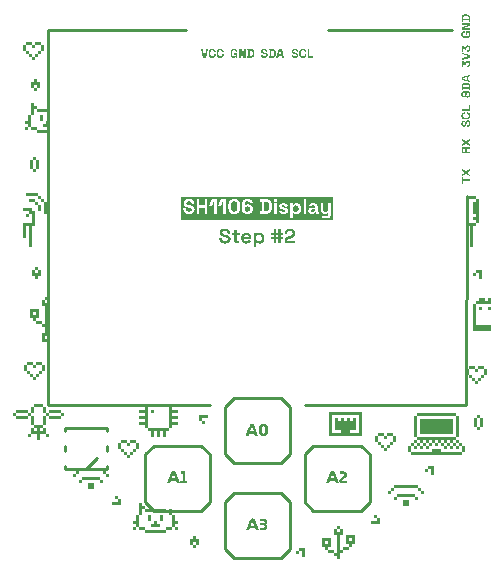
<source format=gto>
G04 #@! TF.GenerationSoftware,KiCad,Pcbnew,7.0.7-7.0.7~ubuntu22.04.1*
G04 #@! TF.CreationDate,2024-07-01T02:54:02-07:00*
G04 #@! TF.ProjectId,v0.0-CutieCat,76302e30-2d43-4757-9469-654361742e6b,rev?*
G04 #@! TF.SameCoordinates,Original*
G04 #@! TF.FileFunction,Legend,Top*
G04 #@! TF.FilePolarity,Positive*
%FSLAX46Y46*%
G04 Gerber Fmt 4.6, Leading zero omitted, Abs format (unit mm)*
G04 Created by KiCad (PCBNEW 7.0.7-7.0.7~ubuntu22.04.1) date 2024-07-01 02:54:02*
%MOMM*%
%LPD*%
G01*
G04 APERTURE LIST*
%ADD10C,0.200000*%
%ADD11C,0.187500*%
%ADD12C,0.250000*%
G04 APERTURE END LIST*
D10*
G36*
X6364831Y-20418035D02*
G01*
X6377293Y-20418872D01*
X6389514Y-20420268D01*
X6401496Y-20422221D01*
X6413236Y-20424733D01*
X6424737Y-20427802D01*
X6435997Y-20431430D01*
X6447016Y-20435616D01*
X6457796Y-20440360D01*
X6468334Y-20445663D01*
X6475226Y-20449508D01*
X6485258Y-20455764D01*
X6494744Y-20462625D01*
X6503685Y-20470092D01*
X6512080Y-20478164D01*
X6519931Y-20486842D01*
X6527236Y-20496125D01*
X6533996Y-20506013D01*
X6540210Y-20516506D01*
X6545880Y-20527605D01*
X6551004Y-20539310D01*
X6554117Y-20547449D01*
X6872365Y-21415000D01*
X6619085Y-21415000D01*
X6557292Y-21226444D01*
X6141591Y-21226444D01*
X6077111Y-21415000D01*
X5832624Y-21415000D01*
X5973007Y-21031782D01*
X6202651Y-21031782D01*
X6497208Y-21031782D01*
X6372644Y-20640261D01*
X6368016Y-20631592D01*
X6365073Y-20629026D01*
X6355866Y-20625538D01*
X6352861Y-20625362D01*
X6343188Y-20628318D01*
X6341626Y-20629515D01*
X6335865Y-20637409D01*
X6334787Y-20640261D01*
X6202651Y-21031782D01*
X5973007Y-21031782D01*
X6149895Y-20548914D01*
X6154782Y-20536929D01*
X6160193Y-20525519D01*
X6166128Y-20514684D01*
X6172587Y-20504424D01*
X6179569Y-20494740D01*
X6187075Y-20485631D01*
X6195105Y-20477097D01*
X6203659Y-20469139D01*
X6212736Y-20461755D01*
X6222338Y-20454948D01*
X6229030Y-20450729D01*
X6239367Y-20444836D01*
X6249952Y-20439523D01*
X6260787Y-20434790D01*
X6271871Y-20430636D01*
X6283204Y-20427062D01*
X6294786Y-20424067D01*
X6306617Y-20421652D01*
X6318697Y-20419817D01*
X6331026Y-20418561D01*
X6343604Y-20417885D01*
X6352128Y-20417756D01*
X6364831Y-20418035D01*
G37*
G36*
X7126378Y-21415000D02*
G01*
X7115237Y-21414770D01*
X7104344Y-21414081D01*
X7093701Y-21412932D01*
X7083307Y-21411324D01*
X7073162Y-21409257D01*
X7063266Y-21406731D01*
X7053619Y-21403745D01*
X7044221Y-21400299D01*
X7035072Y-21396394D01*
X7026172Y-21392030D01*
X7020376Y-21388866D01*
X7011993Y-21383813D01*
X7001376Y-21376602D01*
X6991400Y-21368849D01*
X6982066Y-21360555D01*
X6973372Y-21351718D01*
X6965320Y-21342339D01*
X6957908Y-21332419D01*
X6951138Y-21321957D01*
X6949546Y-21319256D01*
X6943650Y-21308178D01*
X6938540Y-21296801D01*
X6934216Y-21285127D01*
X6930678Y-21273155D01*
X6927927Y-21260886D01*
X6925961Y-21248319D01*
X6924782Y-21235454D01*
X6924414Y-21225610D01*
X6924389Y-21222292D01*
X6924767Y-21210313D01*
X6925900Y-21198432D01*
X6927789Y-21186652D01*
X6930434Y-21174970D01*
X6933834Y-21163387D01*
X6937990Y-21151904D01*
X6942902Y-21140520D01*
X6948569Y-21129235D01*
X6954927Y-21118187D01*
X6961789Y-21107635D01*
X6969154Y-21097579D01*
X6977023Y-21088019D01*
X6985396Y-21078956D01*
X6994273Y-21070388D01*
X7003653Y-21062317D01*
X7013538Y-21054741D01*
X7307606Y-20845669D01*
X7316120Y-20839103D01*
X7323954Y-20832227D01*
X7331108Y-20825040D01*
X7337583Y-20817543D01*
X7344455Y-20808138D01*
X7350349Y-20798286D01*
X7355329Y-20788108D01*
X7359279Y-20777724D01*
X7362198Y-20767134D01*
X7364087Y-20756338D01*
X7364946Y-20745335D01*
X7365003Y-20741622D01*
X7364639Y-20731351D01*
X7363548Y-20721606D01*
X7361278Y-20710603D01*
X7357961Y-20700356D01*
X7353596Y-20690865D01*
X7350104Y-20684958D01*
X7344205Y-20676617D01*
X7337499Y-20668998D01*
X7329986Y-20662100D01*
X7321665Y-20655923D01*
X7312538Y-20650468D01*
X7309316Y-20648810D01*
X7299155Y-20644327D01*
X7288273Y-20640773D01*
X7278653Y-20638519D01*
X7268533Y-20636909D01*
X7257912Y-20635943D01*
X7246790Y-20635621D01*
X6971528Y-20635621D01*
X6971528Y-20435097D01*
X7270237Y-20435097D01*
X7282141Y-20435258D01*
X7293856Y-20435742D01*
X7305382Y-20436548D01*
X7316719Y-20437677D01*
X7327868Y-20439128D01*
X7338827Y-20440902D01*
X7349598Y-20442998D01*
X7360179Y-20445416D01*
X7370572Y-20448158D01*
X7380776Y-20451221D01*
X7390791Y-20454607D01*
X7400617Y-20458316D01*
X7410254Y-20462346D01*
X7419702Y-20466700D01*
X7428961Y-20471376D01*
X7438032Y-20476374D01*
X7446914Y-20481643D01*
X7455549Y-20487129D01*
X7463935Y-20492832D01*
X7472073Y-20498753D01*
X7479963Y-20504891D01*
X7487605Y-20511248D01*
X7494999Y-20517821D01*
X7502145Y-20524612D01*
X7509043Y-20531621D01*
X7515693Y-20538847D01*
X7522095Y-20546291D01*
X7528249Y-20553952D01*
X7534155Y-20561831D01*
X7539812Y-20569927D01*
X7545222Y-20578241D01*
X7550383Y-20586772D01*
X7555264Y-20595446D01*
X7559829Y-20604251D01*
X7564079Y-20613185D01*
X7568015Y-20622248D01*
X7571635Y-20631442D01*
X7574941Y-20640765D01*
X7577932Y-20650218D01*
X7580608Y-20659801D01*
X7582970Y-20669513D01*
X7585016Y-20679355D01*
X7586748Y-20689327D01*
X7588165Y-20699429D01*
X7589267Y-20709661D01*
X7590054Y-20720022D01*
X7590526Y-20730513D01*
X7590684Y-20741133D01*
X7590550Y-20751681D01*
X7590149Y-20762073D01*
X7589481Y-20772312D01*
X7588546Y-20782395D01*
X7587344Y-20792324D01*
X7585875Y-20802099D01*
X7584139Y-20811719D01*
X7581033Y-20825859D01*
X7577326Y-20839651D01*
X7573019Y-20853096D01*
X7568110Y-20866193D01*
X7562600Y-20878942D01*
X7556490Y-20891343D01*
X7549700Y-20903396D01*
X7542156Y-20915191D01*
X7533855Y-20926728D01*
X7524799Y-20938008D01*
X7518342Y-20945385D01*
X7511549Y-20952648D01*
X7504420Y-20959796D01*
X7496955Y-20966829D01*
X7489155Y-20973748D01*
X7481018Y-20980553D01*
X7472546Y-20987242D01*
X7463738Y-20993818D01*
X7454594Y-21000279D01*
X7445115Y-21006625D01*
X7181577Y-21182969D01*
X7174738Y-21188831D01*
X7171332Y-21198147D01*
X7171319Y-21198845D01*
X7173968Y-21208483D01*
X7176448Y-21210812D01*
X7185966Y-21213961D01*
X7190858Y-21214232D01*
X7614131Y-21214232D01*
X7614131Y-21415000D01*
X7126378Y-21415000D01*
G37*
G36*
X-387610Y-24418035D02*
G01*
X-375148Y-24418872D01*
X-362927Y-24420268D01*
X-350945Y-24422221D01*
X-339205Y-24424733D01*
X-327704Y-24427802D01*
X-316444Y-24431430D01*
X-305425Y-24435616D01*
X-294645Y-24440360D01*
X-284107Y-24445663D01*
X-277215Y-24449508D01*
X-267183Y-24455764D01*
X-257697Y-24462625D01*
X-248756Y-24470092D01*
X-240361Y-24478164D01*
X-232510Y-24486842D01*
X-225205Y-24496125D01*
X-218445Y-24506013D01*
X-212231Y-24516506D01*
X-206561Y-24527605D01*
X-201437Y-24539310D01*
X-198324Y-24547449D01*
X119923Y-25415000D01*
X-133356Y-25415000D01*
X-195149Y-25226444D01*
X-610850Y-25226444D01*
X-675330Y-25415000D01*
X-919818Y-25415000D01*
X-779434Y-25031782D01*
X-549790Y-25031782D01*
X-255233Y-25031782D01*
X-379797Y-24640261D01*
X-384425Y-24631592D01*
X-387368Y-24629026D01*
X-396575Y-24625538D01*
X-399580Y-24625362D01*
X-409253Y-24628318D01*
X-410815Y-24629515D01*
X-416576Y-24637409D01*
X-417654Y-24640261D01*
X-549790Y-25031782D01*
X-779434Y-25031782D01*
X-602546Y-24548914D01*
X-597659Y-24536929D01*
X-592248Y-24525519D01*
X-586313Y-24514684D01*
X-579854Y-24504424D01*
X-572872Y-24494740D01*
X-565366Y-24485631D01*
X-557336Y-24477097D01*
X-548782Y-24469139D01*
X-539705Y-24461755D01*
X-530103Y-24454948D01*
X-523411Y-24450729D01*
X-513074Y-24444836D01*
X-502489Y-24439523D01*
X-491654Y-24434790D01*
X-480570Y-24430636D01*
X-469237Y-24427062D01*
X-457655Y-24424067D01*
X-445824Y-24421652D01*
X-433744Y-24419817D01*
X-421415Y-24418561D01*
X-408837Y-24417885D01*
X-400313Y-24417756D01*
X-387610Y-24418035D01*
G37*
G36*
X182694Y-25415000D02*
G01*
X182694Y-25215209D01*
X518772Y-25215209D01*
X529557Y-25214762D01*
X539929Y-25213423D01*
X549890Y-25211190D01*
X559438Y-25208065D01*
X568575Y-25204046D01*
X571528Y-25202508D01*
X580052Y-25197319D01*
X589085Y-25190418D01*
X597136Y-25182606D01*
X604205Y-25173882D01*
X608653Y-25167093D01*
X613301Y-25158352D01*
X616988Y-25149164D01*
X619713Y-25139530D01*
X621476Y-25129449D01*
X622277Y-25118922D01*
X622331Y-25115314D01*
X621850Y-25104886D01*
X620407Y-25094854D01*
X618003Y-25085217D01*
X614637Y-25075975D01*
X610310Y-25067128D01*
X608653Y-25064267D01*
X603255Y-25056084D01*
X596046Y-25047383D01*
X587854Y-25039594D01*
X580052Y-25033644D01*
X571528Y-25028363D01*
X562530Y-25023881D01*
X553119Y-25020326D01*
X543295Y-25017698D01*
X533060Y-25015998D01*
X522413Y-25015225D01*
X518772Y-25015174D01*
X230810Y-25015174D01*
X230810Y-24822222D01*
X525611Y-24822222D01*
X535746Y-24821801D01*
X545452Y-24820539D01*
X556232Y-24818003D01*
X566429Y-24814321D01*
X574703Y-24810254D01*
X583698Y-24804491D01*
X591874Y-24797886D01*
X599232Y-24790439D01*
X605772Y-24782151D01*
X609142Y-24777037D01*
X614281Y-24767579D01*
X618158Y-24757583D01*
X620772Y-24747049D01*
X622125Y-24735978D01*
X622331Y-24729410D01*
X621867Y-24719375D01*
X620154Y-24708232D01*
X617179Y-24697696D01*
X612941Y-24687769D01*
X609142Y-24681050D01*
X603069Y-24672281D01*
X596179Y-24664353D01*
X588470Y-24657268D01*
X579943Y-24651023D01*
X574703Y-24647833D01*
X565008Y-24643074D01*
X554728Y-24639485D01*
X543864Y-24637064D01*
X534086Y-24635919D01*
X525611Y-24635621D01*
X182694Y-24635621D01*
X182694Y-24435097D01*
X561514Y-24435097D01*
X571854Y-24435246D01*
X582050Y-24435693D01*
X592103Y-24436437D01*
X602013Y-24437479D01*
X611780Y-24438818D01*
X626162Y-24441385D01*
X640222Y-24444623D01*
X653960Y-24448530D01*
X667376Y-24453106D01*
X680469Y-24458353D01*
X693241Y-24464269D01*
X705691Y-24470855D01*
X709770Y-24473199D01*
X721759Y-24480518D01*
X733271Y-24488280D01*
X744307Y-24496484D01*
X754867Y-24505130D01*
X764950Y-24514218D01*
X774556Y-24523749D01*
X783686Y-24533721D01*
X792339Y-24544136D01*
X800516Y-24554993D01*
X808216Y-24566293D01*
X813085Y-24574071D01*
X819937Y-24586009D01*
X826116Y-24598191D01*
X831621Y-24610618D01*
X836452Y-24623290D01*
X840608Y-24636207D01*
X844091Y-24649368D01*
X846899Y-24662774D01*
X849034Y-24676424D01*
X850494Y-24690320D01*
X851281Y-24704460D01*
X851431Y-24714023D01*
X851207Y-24724659D01*
X850538Y-24735226D01*
X849421Y-24745724D01*
X847859Y-24756154D01*
X845849Y-24766516D01*
X843394Y-24776808D01*
X840491Y-24787032D01*
X837142Y-24797187D01*
X833347Y-24807274D01*
X829105Y-24817291D01*
X826029Y-24823932D01*
X821080Y-24833756D01*
X815757Y-24843352D01*
X810060Y-24852721D01*
X803990Y-24861862D01*
X797547Y-24870776D01*
X790730Y-24879462D01*
X783539Y-24887920D01*
X775975Y-24896151D01*
X768037Y-24904155D01*
X759726Y-24911931D01*
X753978Y-24916988D01*
X761767Y-24923396D01*
X769258Y-24930040D01*
X776452Y-24936921D01*
X783348Y-24944038D01*
X789946Y-24951392D01*
X796247Y-24958983D01*
X802250Y-24966810D01*
X807955Y-24974874D01*
X813405Y-24983125D01*
X818519Y-24991513D01*
X823297Y-25000039D01*
X828797Y-25010889D01*
X833773Y-25021954D01*
X838223Y-25033233D01*
X842149Y-25044727D01*
X845597Y-25056424D01*
X847935Y-25065919D01*
X849898Y-25075536D01*
X851488Y-25085275D01*
X852703Y-25095137D01*
X853545Y-25105120D01*
X854012Y-25115226D01*
X854117Y-25122885D01*
X853963Y-25133082D01*
X853499Y-25143157D01*
X852726Y-25153110D01*
X851644Y-25162941D01*
X850253Y-25172650D01*
X847587Y-25186984D01*
X844225Y-25201043D01*
X840168Y-25214827D01*
X835416Y-25228337D01*
X829967Y-25241572D01*
X823824Y-25254532D01*
X816984Y-25267217D01*
X814550Y-25271385D01*
X806884Y-25283555D01*
X798725Y-25295244D01*
X790072Y-25306453D01*
X780925Y-25317180D01*
X771284Y-25327427D01*
X761150Y-25337193D01*
X750521Y-25346478D01*
X739399Y-25355282D01*
X727784Y-25363605D01*
X715675Y-25371448D01*
X707327Y-25376409D01*
X694544Y-25383306D01*
X681473Y-25389524D01*
X668114Y-25395064D01*
X654468Y-25399925D01*
X640534Y-25404108D01*
X626312Y-25407613D01*
X616671Y-25409573D01*
X606903Y-25411231D01*
X597006Y-25412588D01*
X586981Y-25413643D01*
X576829Y-25414397D01*
X566549Y-25414849D01*
X556141Y-25415000D01*
X182694Y-25415000D01*
G37*
D11*
G36*
X-1995217Y14574095D02*
G01*
X-2004597Y14574228D01*
X-2013867Y14574627D01*
X-2023029Y14575293D01*
X-2032082Y14576224D01*
X-2041027Y14577422D01*
X-2049863Y14578886D01*
X-2058589Y14580616D01*
X-2067208Y14582613D01*
X-2075717Y14584875D01*
X-2084118Y14587404D01*
X-2092409Y14590199D01*
X-2100593Y14593260D01*
X-2108667Y14596588D01*
X-2116632Y14600181D01*
X-2124489Y14604041D01*
X-2132237Y14608167D01*
X-2139810Y14612549D01*
X-2147187Y14617177D01*
X-2154367Y14622051D01*
X-2161352Y14627172D01*
X-2168140Y14632539D01*
X-2174733Y14638151D01*
X-2181129Y14644010D01*
X-2187329Y14650116D01*
X-2193334Y14656467D01*
X-2199142Y14663064D01*
X-2204754Y14669908D01*
X-2210170Y14676997D01*
X-2215390Y14684333D01*
X-2220414Y14691915D01*
X-2225242Y14699744D01*
X-2229873Y14707818D01*
X-2234243Y14716151D01*
X-2238331Y14724708D01*
X-2242137Y14733490D01*
X-2245661Y14742497D01*
X-2248904Y14751728D01*
X-2251864Y14761184D01*
X-2254542Y14770865D01*
X-2256939Y14780770D01*
X-2259053Y14790900D01*
X-2260886Y14801255D01*
X-2262436Y14811835D01*
X-2263705Y14822639D01*
X-2264692Y14833668D01*
X-2265396Y14844921D01*
X-2265819Y14856399D01*
X-2265960Y14868102D01*
X-2265960Y15044507D01*
X-2265882Y15053304D01*
X-2265649Y15061973D01*
X-2265260Y15070513D01*
X-2264715Y15078925D01*
X-2264015Y15087208D01*
X-2263159Y15095363D01*
X-2262147Y15103390D01*
X-2260980Y15111288D01*
X-2259657Y15119058D01*
X-2258179Y15126699D01*
X-2256544Y15134212D01*
X-2254755Y15141596D01*
X-2252809Y15148852D01*
X-2250708Y15155979D01*
X-2248451Y15162978D01*
X-2243471Y15176591D01*
X-2237868Y15189690D01*
X-2231643Y15202275D01*
X-2224795Y15214347D01*
X-2217325Y15225904D01*
X-2209232Y15236948D01*
X-2200516Y15247478D01*
X-2191178Y15257495D01*
X-2186276Y15262310D01*
X-2176071Y15271538D01*
X-2165425Y15280170D01*
X-2154336Y15288208D01*
X-2142805Y15295649D01*
X-2130831Y15302496D01*
X-2118416Y15308747D01*
X-2105558Y15314403D01*
X-2092258Y15319463D01*
X-2078516Y15323928D01*
X-2064331Y15327798D01*
X-2057073Y15329509D01*
X-2049704Y15331072D01*
X-2042225Y15332486D01*
X-2034636Y15333751D01*
X-2026935Y15334868D01*
X-2019124Y15335835D01*
X-2011203Y15336654D01*
X-2003171Y15337323D01*
X-1995029Y15337844D01*
X-1986776Y15338216D01*
X-1978412Y15338440D01*
X-1969938Y15338514D01*
X-1961537Y15338444D01*
X-1953256Y15338233D01*
X-1945095Y15337881D01*
X-1937054Y15337389D01*
X-1929132Y15336756D01*
X-1921331Y15335983D01*
X-1913649Y15335069D01*
X-1906087Y15334015D01*
X-1898646Y15332819D01*
X-1891323Y15331484D01*
X-1884121Y15330007D01*
X-1870076Y15326633D01*
X-1856511Y15322696D01*
X-1843425Y15318196D01*
X-1830818Y15313134D01*
X-1818691Y15307510D01*
X-1807043Y15301324D01*
X-1795875Y15294574D01*
X-1785186Y15287263D01*
X-1774976Y15279389D01*
X-1765246Y15270953D01*
X-1760561Y15266523D01*
X-1751577Y15257326D01*
X-1743173Y15247733D01*
X-1735348Y15237743D01*
X-1728103Y15227357D01*
X-1721438Y15216574D01*
X-1715352Y15205395D01*
X-1709846Y15193819D01*
X-1704919Y15181847D01*
X-1700572Y15169479D01*
X-1696805Y15156714D01*
X-1693617Y15143553D01*
X-1691009Y15129995D01*
X-1688980Y15116041D01*
X-1687531Y15101691D01*
X-1687024Y15094367D01*
X-1686662Y15086944D01*
X-1686444Y15079422D01*
X-1686372Y15071801D01*
X-1686372Y15067588D01*
X-1822843Y15067588D01*
X-1822843Y15076014D01*
X-1823097Y15085608D01*
X-1823862Y15094973D01*
X-1825135Y15104110D01*
X-1826918Y15113017D01*
X-1829211Y15121695D01*
X-1832013Y15130144D01*
X-1835325Y15138365D01*
X-1839146Y15146356D01*
X-1843476Y15154027D01*
X-1848316Y15161285D01*
X-1853666Y15168132D01*
X-1859525Y15174566D01*
X-1865893Y15180588D01*
X-1872771Y15186198D01*
X-1880159Y15191396D01*
X-1888055Y15196181D01*
X-1896468Y15200475D01*
X-1905401Y15204196D01*
X-1912442Y15206611D01*
X-1919777Y15208704D01*
X-1927404Y15210475D01*
X-1935325Y15211924D01*
X-1943539Y15213051D01*
X-1952045Y15213856D01*
X-1960845Y15214339D01*
X-1969938Y15214500D01*
X-1978998Y15214323D01*
X-1987812Y15213793D01*
X-1996383Y15212909D01*
X-2004708Y15211672D01*
X-2012789Y15210081D01*
X-2020625Y15208137D01*
X-2028216Y15205839D01*
X-2035563Y15203188D01*
X-2042665Y15200184D01*
X-2049522Y15196825D01*
X-2056134Y15193114D01*
X-2062502Y15189049D01*
X-2068625Y15184630D01*
X-2074503Y15179858D01*
X-2080137Y15174733D01*
X-2085526Y15169254D01*
X-2090606Y15163493D01*
X-2095358Y15157479D01*
X-2099782Y15151209D01*
X-2103878Y15144684D01*
X-2107647Y15137905D01*
X-2111088Y15130871D01*
X-2114202Y15123583D01*
X-2116987Y15116039D01*
X-2119445Y15108241D01*
X-2121575Y15100188D01*
X-2123378Y15091881D01*
X-2124853Y15083318D01*
X-2126000Y15074501D01*
X-2126819Y15065429D01*
X-2127311Y15056103D01*
X-2127475Y15046522D01*
X-2127475Y14865904D01*
X-2127311Y14856449D01*
X-2126819Y14847228D01*
X-2126000Y14838240D01*
X-2124853Y14829485D01*
X-2123378Y14820964D01*
X-2121575Y14812675D01*
X-2119445Y14804620D01*
X-2116987Y14796799D01*
X-2114202Y14789210D01*
X-2111088Y14781855D01*
X-2107647Y14774733D01*
X-2103878Y14767844D01*
X-2099782Y14761189D01*
X-2095358Y14754767D01*
X-2090606Y14748578D01*
X-2085526Y14742622D01*
X-2080129Y14736966D01*
X-2074472Y14731674D01*
X-2068554Y14726748D01*
X-2062376Y14722186D01*
X-2055938Y14717990D01*
X-2049239Y14714158D01*
X-2042279Y14710691D01*
X-2035059Y14707589D01*
X-2027579Y14704852D01*
X-2019838Y14702480D01*
X-2011837Y14700473D01*
X-2003575Y14698831D01*
X-1995052Y14697553D01*
X-1986270Y14696641D01*
X-1977227Y14696094D01*
X-1967923Y14695911D01*
X-1958626Y14696066D01*
X-1949650Y14696532D01*
X-1940995Y14697309D01*
X-1932660Y14698395D01*
X-1924646Y14699793D01*
X-1916952Y14701501D01*
X-1909579Y14703520D01*
X-1902527Y14705849D01*
X-1892549Y14709925D01*
X-1883293Y14714699D01*
X-1874758Y14720173D01*
X-1866944Y14726345D01*
X-1859851Y14733216D01*
X-1857647Y14735662D01*
X-1851427Y14743334D01*
X-1845819Y14751377D01*
X-1840823Y14759791D01*
X-1836438Y14768574D01*
X-1832665Y14777728D01*
X-1829504Y14787252D01*
X-1826955Y14797147D01*
X-1825018Y14807412D01*
X-1823692Y14818047D01*
X-1822979Y14829052D01*
X-1822843Y14836595D01*
X-1822843Y14847036D01*
X-1997232Y14847036D01*
X-1997232Y14964639D01*
X-1686372Y14964639D01*
X-1686372Y14588750D01*
X-1814599Y14588750D01*
X-1814599Y14659091D01*
X-1833467Y14659091D01*
X-1836530Y14652351D01*
X-1840225Y14645456D01*
X-1844550Y14638406D01*
X-1849507Y14631202D01*
X-1854120Y14625080D01*
X-1857098Y14621356D01*
X-1862590Y14615273D01*
X-1868879Y14609503D01*
X-1875964Y14604046D01*
X-1882205Y14599906D01*
X-1888956Y14595966D01*
X-1896216Y14592226D01*
X-1903985Y14588687D01*
X-1906007Y14587834D01*
X-1914494Y14584614D01*
X-1923742Y14581823D01*
X-1931177Y14580012D01*
X-1939041Y14578442D01*
X-1947333Y14577114D01*
X-1956053Y14576027D01*
X-1965202Y14575182D01*
X-1974779Y14574578D01*
X-1984784Y14574216D01*
X-1995217Y14574095D01*
G37*
G36*
X-1554664Y14588750D02*
G01*
X-1554664Y15323676D01*
X-1291065Y15323676D01*
X-1145069Y14683271D01*
X-1126201Y14683271D01*
X-1126201Y15323676D01*
X-989730Y15323676D01*
X-989730Y14588750D01*
X-1253329Y14588750D01*
X-1399142Y15229337D01*
X-1418193Y15229337D01*
X-1418193Y14588750D01*
X-1554664Y14588750D01*
G37*
G36*
X-560684Y15323603D02*
G01*
X-551630Y15323383D01*
X-542715Y15323016D01*
X-533939Y15322503D01*
X-525301Y15321843D01*
X-516803Y15321036D01*
X-508443Y15320082D01*
X-500222Y15318982D01*
X-492140Y15317735D01*
X-484196Y15316342D01*
X-476392Y15314802D01*
X-468726Y15313115D01*
X-461199Y15311281D01*
X-453811Y15309301D01*
X-446562Y15307174D01*
X-439451Y15304900D01*
X-432480Y15302480D01*
X-418953Y15297199D01*
X-405981Y15291331D01*
X-393565Y15284877D01*
X-381704Y15277836D01*
X-370398Y15270208D01*
X-359647Y15261994D01*
X-349452Y15253192D01*
X-344563Y15248572D01*
X-335224Y15238921D01*
X-326488Y15228699D01*
X-318354Y15217906D01*
X-310823Y15206543D01*
X-303894Y15194608D01*
X-297568Y15182102D01*
X-291844Y15169025D01*
X-286723Y15155378D01*
X-284388Y15148340D01*
X-282204Y15141159D01*
X-280171Y15133835D01*
X-278288Y15126369D01*
X-276556Y15118760D01*
X-274974Y15111008D01*
X-273543Y15103114D01*
X-272263Y15095076D01*
X-271133Y15086896D01*
X-270154Y15078574D01*
X-269326Y15070108D01*
X-268648Y15061500D01*
X-268121Y15052749D01*
X-267744Y15043855D01*
X-267518Y15034818D01*
X-267443Y15025639D01*
X-267443Y14886970D01*
X-267518Y14877791D01*
X-267744Y14868753D01*
X-268121Y14859859D01*
X-268648Y14851106D01*
X-269326Y14842496D01*
X-270154Y14834029D01*
X-271133Y14825704D01*
X-272263Y14817521D01*
X-273543Y14809481D01*
X-274974Y14801583D01*
X-276556Y14793827D01*
X-278288Y14786214D01*
X-280171Y14778743D01*
X-282204Y14771415D01*
X-284388Y14764229D01*
X-286723Y14757185D01*
X-289208Y14750284D01*
X-294631Y14736909D01*
X-300656Y14724104D01*
X-307283Y14711868D01*
X-314513Y14700201D01*
X-322346Y14689104D01*
X-330781Y14678577D01*
X-339818Y14668619D01*
X-344563Y14663854D01*
X-354480Y14654759D01*
X-364953Y14646252D01*
X-375981Y14638330D01*
X-387565Y14630996D01*
X-399703Y14624248D01*
X-412397Y14618087D01*
X-425647Y14612513D01*
X-439451Y14607526D01*
X-446562Y14605252D01*
X-453811Y14603125D01*
X-461199Y14601145D01*
X-468726Y14599311D01*
X-476392Y14597624D01*
X-484196Y14596084D01*
X-492140Y14594690D01*
X-500222Y14593444D01*
X-508443Y14592343D01*
X-516803Y14591390D01*
X-525301Y14590583D01*
X-533939Y14589923D01*
X-542715Y14589410D01*
X-551630Y14589043D01*
X-560684Y14588823D01*
X-569877Y14588750D01*
X-872127Y14588750D01*
X-872127Y14710566D01*
X-775590Y14710566D01*
X-775590Y15197830D01*
X-636921Y15197830D01*
X-636921Y14714779D01*
X-567679Y14714779D01*
X-557345Y14714951D01*
X-547365Y14715466D01*
X-537739Y14716324D01*
X-528466Y14717527D01*
X-519547Y14719072D01*
X-510981Y14720961D01*
X-502768Y14723194D01*
X-494910Y14725770D01*
X-487404Y14728689D01*
X-480252Y14731952D01*
X-473454Y14735559D01*
X-467009Y14739508D01*
X-460917Y14743802D01*
X-455179Y14748439D01*
X-449795Y14753419D01*
X-444763Y14758743D01*
X-440061Y14764400D01*
X-435662Y14770337D01*
X-431566Y14776553D01*
X-427773Y14783049D01*
X-424284Y14789823D01*
X-421099Y14796876D01*
X-418216Y14804208D01*
X-415637Y14811820D01*
X-413362Y14819710D01*
X-411390Y14827879D01*
X-409721Y14836328D01*
X-408356Y14845056D01*
X-407294Y14854062D01*
X-406536Y14863348D01*
X-406081Y14872913D01*
X-405929Y14882757D01*
X-405929Y15029669D01*
X-406081Y15039644D01*
X-406536Y15049327D01*
X-407294Y15058718D01*
X-408356Y15067817D01*
X-409721Y15076624D01*
X-411390Y15085139D01*
X-413362Y15093362D01*
X-415637Y15101293D01*
X-418216Y15108932D01*
X-421099Y15116280D01*
X-424284Y15123335D01*
X-427773Y15130099D01*
X-431566Y15136570D01*
X-435662Y15142750D01*
X-440061Y15148637D01*
X-444763Y15154233D01*
X-452443Y15162024D01*
X-460917Y15169049D01*
X-467009Y15173307D01*
X-473454Y15177224D01*
X-480252Y15180800D01*
X-487404Y15184036D01*
X-494910Y15186931D01*
X-502768Y15189485D01*
X-510981Y15191699D01*
X-519547Y15193573D01*
X-528466Y15195105D01*
X-537739Y15196297D01*
X-547365Y15197149D01*
X-557345Y15197660D01*
X-567679Y15197830D01*
X-636921Y15197830D01*
X-775590Y15197830D01*
X-775590Y15201860D01*
X-872127Y15201860D01*
X-872127Y15323676D01*
X-569877Y15323676D01*
X-560684Y15323603D01*
G37*
D12*
G36*
X-2732771Y-1143174D02*
G01*
X-2750350Y-1142976D01*
X-2767671Y-1142382D01*
X-2784735Y-1141392D01*
X-2801541Y-1140006D01*
X-2818089Y-1138225D01*
X-2834380Y-1136047D01*
X-2850413Y-1133473D01*
X-2866189Y-1130504D01*
X-2881707Y-1127138D01*
X-2896967Y-1123377D01*
X-2911970Y-1119219D01*
X-2926715Y-1114666D01*
X-2941203Y-1109717D01*
X-2955433Y-1104372D01*
X-2969405Y-1098630D01*
X-2983120Y-1092493D01*
X-2996484Y-1085988D01*
X-3009481Y-1079141D01*
X-3022110Y-1071953D01*
X-3034373Y-1064425D01*
X-3046268Y-1056555D01*
X-3057795Y-1048344D01*
X-3068955Y-1039792D01*
X-3079748Y-1030898D01*
X-3090174Y-1021664D01*
X-3100232Y-1012089D01*
X-3109923Y-1002172D01*
X-3119247Y-991915D01*
X-3128203Y-981316D01*
X-3136792Y-970377D01*
X-3145014Y-959096D01*
X-3152869Y-947474D01*
X-3160263Y-935493D01*
X-3167180Y-923212D01*
X-3173620Y-910630D01*
X-3179583Y-897748D01*
X-3185069Y-884565D01*
X-3190077Y-871082D01*
X-3194609Y-857298D01*
X-3198664Y-843213D01*
X-3202242Y-828828D01*
X-3205343Y-814142D01*
X-3207966Y-799156D01*
X-3210113Y-783870D01*
X-3211783Y-768282D01*
X-3212975Y-752395D01*
X-3213691Y-736207D01*
X-3213929Y-719718D01*
X-3213929Y-670869D01*
X-2986478Y-670869D01*
X-2986478Y-719718D01*
X-2986212Y-733280D01*
X-2985414Y-746413D01*
X-2984085Y-759116D01*
X-2982223Y-771390D01*
X-2978433Y-788997D01*
X-2973447Y-805637D01*
X-2967263Y-821311D01*
X-2959883Y-836019D01*
X-2951307Y-849762D01*
X-2941533Y-862538D01*
X-2930563Y-874348D01*
X-2918395Y-885192D01*
X-2905143Y-895013D01*
X-2891033Y-903868D01*
X-2876063Y-911757D01*
X-2860235Y-918680D01*
X-2843548Y-924637D01*
X-2826003Y-929628D01*
X-2813829Y-932419D01*
X-2801273Y-934780D01*
X-2788336Y-936712D01*
X-2775017Y-938215D01*
X-2761317Y-939288D01*
X-2747235Y-939932D01*
X-2732771Y-940147D01*
X-2718123Y-939963D01*
X-2703948Y-939412D01*
X-2690245Y-938494D01*
X-2677015Y-937208D01*
X-2664256Y-935555D01*
X-2651970Y-933535D01*
X-2634427Y-929816D01*
X-2617946Y-925271D01*
X-2602527Y-919898D01*
X-2588171Y-913700D01*
X-2574878Y-906675D01*
X-2562648Y-898824D01*
X-2555084Y-893130D01*
X-2544608Y-884027D01*
X-2535163Y-874461D01*
X-2526748Y-864435D01*
X-2519364Y-853946D01*
X-2513010Y-842997D01*
X-2507686Y-831585D01*
X-2503393Y-819712D01*
X-2500130Y-807378D01*
X-2497897Y-794582D01*
X-2496695Y-781325D01*
X-2496466Y-772230D01*
X-2496919Y-759860D01*
X-2498760Y-745244D01*
X-2502017Y-731566D01*
X-2506691Y-718828D01*
X-2512781Y-707029D01*
X-2520286Y-696169D01*
X-2525470Y-690103D01*
X-2535087Y-680472D01*
X-2546000Y-671421D01*
X-2558211Y-662952D01*
X-2568913Y-656596D01*
X-2580446Y-650612D01*
X-2592808Y-644999D01*
X-2606000Y-639759D01*
X-2609428Y-638507D01*
X-2623539Y-633508D01*
X-2638394Y-628585D01*
X-2653993Y-623738D01*
X-2666181Y-620153D01*
X-2678787Y-616611D01*
X-2691812Y-613112D01*
X-2705255Y-609656D01*
X-2719118Y-606243D01*
X-2733398Y-602872D01*
X-2743151Y-600649D01*
X-2783451Y-592101D01*
X-2799072Y-588533D01*
X-2814411Y-584850D01*
X-2829469Y-581053D01*
X-2844245Y-577141D01*
X-2858740Y-573115D01*
X-2872953Y-568974D01*
X-2886885Y-564719D01*
X-2900535Y-560349D01*
X-2913904Y-555865D01*
X-2926992Y-551267D01*
X-2939798Y-546553D01*
X-2952322Y-541726D01*
X-2964565Y-536784D01*
X-2976527Y-531727D01*
X-2988207Y-526556D01*
X-2999606Y-521270D01*
X-3010701Y-515785D01*
X-3026730Y-507162D01*
X-3042024Y-498067D01*
X-3056583Y-488500D01*
X-3070407Y-478461D01*
X-3083495Y-467950D01*
X-3095848Y-456966D01*
X-3107466Y-445510D01*
X-3118349Y-433582D01*
X-3128496Y-421181D01*
X-3137909Y-408308D01*
X-3146475Y-394829D01*
X-3154198Y-380609D01*
X-3161079Y-365649D01*
X-3167118Y-349947D01*
X-3172314Y-333506D01*
X-3176667Y-316323D01*
X-3180177Y-298401D01*
X-3182050Y-286041D01*
X-3183548Y-273351D01*
X-3184671Y-260333D01*
X-3185420Y-246986D01*
X-3185795Y-233309D01*
X-3185841Y-226347D01*
X-3185634Y-212468D01*
X-3185011Y-198841D01*
X-3183974Y-185468D01*
X-3182521Y-172347D01*
X-3180654Y-159479D01*
X-3178371Y-146863D01*
X-3175673Y-134501D01*
X-3172561Y-122391D01*
X-3169033Y-110535D01*
X-3165090Y-98931D01*
X-3158398Y-81999D01*
X-3150772Y-65636D01*
X-3142212Y-49842D01*
X-3132719Y-34617D01*
X-3122317Y-20000D01*
X-3111148Y-6034D01*
X-3099212Y7283D01*
X-3086508Y19951D01*
X-3073037Y31969D01*
X-3058798Y43339D01*
X-3048879Y50557D01*
X-3038619Y57488D01*
X-3028019Y64129D01*
X-3017076Y70482D01*
X-3005793Y76546D01*
X-2994169Y82322D01*
X-2982204Y87809D01*
X-2969899Y93022D01*
X-2957331Y97898D01*
X-2944501Y102439D01*
X-2931409Y106643D01*
X-2918054Y110510D01*
X-2904437Y114041D01*
X-2890558Y117236D01*
X-2876416Y120095D01*
X-2862012Y122617D01*
X-2847346Y124803D01*
X-2832417Y126653D01*
X-2817225Y128166D01*
X-2801772Y129344D01*
X-2786056Y130184D01*
X-2770078Y130689D01*
X-2753837Y130857D01*
X-2737540Y130682D01*
X-2721470Y130156D01*
X-2705626Y129279D01*
X-2690009Y128052D01*
X-2674619Y126474D01*
X-2659455Y124546D01*
X-2644518Y122267D01*
X-2629807Y119637D01*
X-2615323Y116657D01*
X-2601066Y113326D01*
X-2587035Y109644D01*
X-2573231Y105612D01*
X-2559653Y101229D01*
X-2546302Y96496D01*
X-2533178Y91412D01*
X-2520280Y85977D01*
X-2507629Y80234D01*
X-2495321Y74147D01*
X-2483357Y67716D01*
X-2471736Y60942D01*
X-2460459Y53825D01*
X-2449526Y46364D01*
X-2438935Y38560D01*
X-2428689Y30412D01*
X-2418785Y21921D01*
X-2409225Y13086D01*
X-2400009Y3908D01*
X-2391136Y-5613D01*
X-2382607Y-15478D01*
X-2374421Y-25686D01*
X-2366578Y-36238D01*
X-2359079Y-47134D01*
X-2351981Y-58337D01*
X-2345341Y-69889D01*
X-2339158Y-81788D01*
X-2333434Y-94036D01*
X-2328167Y-106632D01*
X-2323359Y-119577D01*
X-2319008Y-132869D01*
X-2315116Y-146510D01*
X-2311681Y-160499D01*
X-2308704Y-174837D01*
X-2306185Y-189522D01*
X-2304125Y-204556D01*
X-2302522Y-219938D01*
X-2301377Y-235668D01*
X-2300690Y-251747D01*
X-2300461Y-268174D01*
X-2300461Y-320686D01*
X-2527912Y-320686D01*
X-2527912Y-268174D01*
X-2528151Y-255304D01*
X-2528867Y-242911D01*
X-2530566Y-227131D01*
X-2533113Y-212199D01*
X-2536510Y-198117D01*
X-2540755Y-184884D01*
X-2545850Y-172500D01*
X-2551794Y-160966D01*
X-2555084Y-155517D01*
X-2562245Y-145113D01*
X-2570140Y-135424D01*
X-2578769Y-126451D01*
X-2588133Y-118193D01*
X-2598232Y-110651D01*
X-2609066Y-103825D01*
X-2620634Y-97714D01*
X-2632937Y-92319D01*
X-2645912Y-87596D01*
X-2659498Y-83503D01*
X-2673695Y-80040D01*
X-2688502Y-77206D01*
X-2703920Y-75002D01*
X-2719948Y-73428D01*
X-2732370Y-72661D01*
X-2745136Y-72248D01*
X-2753837Y-72169D01*
X-2766749Y-72323D01*
X-2779230Y-72784D01*
X-2797141Y-74053D01*
X-2814081Y-76015D01*
X-2830049Y-78669D01*
X-2845046Y-82015D01*
X-2859072Y-86053D01*
X-2872126Y-90784D01*
X-2884210Y-96207D01*
X-2895321Y-102322D01*
X-2905462Y-109130D01*
X-2908626Y-111553D01*
X-2920289Y-121852D01*
X-2930398Y-133058D01*
X-2938951Y-145170D01*
X-2945949Y-158188D01*
X-2951392Y-172113D01*
X-2955280Y-186944D01*
X-2957613Y-202681D01*
X-2958342Y-215079D01*
X-2958390Y-219325D01*
X-2957816Y-233198D01*
X-2956094Y-246385D01*
X-2953225Y-258886D01*
X-2949207Y-270702D01*
X-2944042Y-281832D01*
X-2936328Y-294283D01*
X-2934882Y-296262D01*
X-2926874Y-305835D01*
X-2917732Y-314902D01*
X-2907458Y-323462D01*
X-2896051Y-331515D01*
X-2883511Y-339061D01*
X-2872663Y-344733D01*
X-2864051Y-348774D01*
X-2851811Y-353955D01*
X-2838749Y-358963D01*
X-2824868Y-363801D01*
X-2810165Y-368466D01*
X-2794643Y-372960D01*
X-2782462Y-376217D01*
X-2769820Y-379378D01*
X-2756716Y-382443D01*
X-2743151Y-385410D01*
X-2702851Y-394264D01*
X-2686575Y-397836D01*
X-2670565Y-401529D01*
X-2654823Y-405345D01*
X-2639348Y-409281D01*
X-2624140Y-413340D01*
X-2609199Y-417520D01*
X-2594526Y-421821D01*
X-2580119Y-426245D01*
X-2565980Y-430790D01*
X-2552108Y-435456D01*
X-2538502Y-440245D01*
X-2525164Y-445154D01*
X-2512094Y-450186D01*
X-2499290Y-455339D01*
X-2486753Y-460614D01*
X-2474484Y-466010D01*
X-2462516Y-471578D01*
X-2450885Y-477364D01*
X-2439590Y-483370D01*
X-2428631Y-489595D01*
X-2418009Y-496040D01*
X-2407723Y-502704D01*
X-2392924Y-513112D01*
X-2378882Y-524013D01*
X-2365597Y-535409D01*
X-2353069Y-547298D01*
X-2341297Y-559680D01*
X-2330282Y-572557D01*
X-2323359Y-581415D01*
X-2313647Y-595222D01*
X-2304890Y-609737D01*
X-2297089Y-624960D01*
X-2290243Y-640892D01*
X-2284352Y-657532D01*
X-2279417Y-674881D01*
X-2276657Y-686840D01*
X-2274322Y-699115D01*
X-2272411Y-711704D01*
X-2270925Y-724607D01*
X-2269864Y-737826D01*
X-2269227Y-751360D01*
X-2269015Y-765208D01*
X-2269237Y-779108D01*
X-2269902Y-792795D01*
X-2271011Y-806270D01*
X-2272564Y-819533D01*
X-2274560Y-832583D01*
X-2277000Y-845422D01*
X-2279884Y-858048D01*
X-2283211Y-870461D01*
X-2286982Y-882663D01*
X-2291197Y-894652D01*
X-2295855Y-906429D01*
X-2300957Y-917993D01*
X-2306503Y-929346D01*
X-2312492Y-940486D01*
X-2318925Y-951413D01*
X-2325801Y-962129D01*
X-2333086Y-972595D01*
X-2340742Y-982775D01*
X-2348771Y-992669D01*
X-2357171Y-1002276D01*
X-2365944Y-1011597D01*
X-2375089Y-1020633D01*
X-2384606Y-1029381D01*
X-2394495Y-1037844D01*
X-2404756Y-1046020D01*
X-2415389Y-1053911D01*
X-2426394Y-1061515D01*
X-2437771Y-1068832D01*
X-2449521Y-1075864D01*
X-2461642Y-1082609D01*
X-2474136Y-1089068D01*
X-2487002Y-1095241D01*
X-2500162Y-1101045D01*
X-2513615Y-1106475D01*
X-2527362Y-1111531D01*
X-2541403Y-1116212D01*
X-2555737Y-1120518D01*
X-2570364Y-1124450D01*
X-2585284Y-1128008D01*
X-2600498Y-1131191D01*
X-2616005Y-1133999D01*
X-2631806Y-1136433D01*
X-2647900Y-1138493D01*
X-2664287Y-1140178D01*
X-2680968Y-1141489D01*
X-2697942Y-1142425D01*
X-2715210Y-1142987D01*
X-2732771Y-1143174D01*
G37*
G36*
X-1758547Y-1118750D02*
G01*
X-1774348Y-1118280D01*
X-1789581Y-1116871D01*
X-1804244Y-1114523D01*
X-1818339Y-1111236D01*
X-1831865Y-1107010D01*
X-1844822Y-1101845D01*
X-1857210Y-1095740D01*
X-1869029Y-1088696D01*
X-1880279Y-1080713D01*
X-1890961Y-1071791D01*
X-1897766Y-1065321D01*
X-1907259Y-1054990D01*
X-1915819Y-1044030D01*
X-1923445Y-1032443D01*
X-1930137Y-1020227D01*
X-1935896Y-1007384D01*
X-1940720Y-993913D01*
X-1944611Y-979813D01*
X-1947568Y-965086D01*
X-1949592Y-949731D01*
X-1950681Y-933749D01*
X-1950888Y-922745D01*
X-1950888Y-432732D01*
X-2167959Y-432732D01*
X-2167959Y-250771D01*
X-1950888Y-250771D01*
X-1950888Y18811D01*
X-1730459Y18811D01*
X-1730459Y-250771D01*
X-1492323Y-250771D01*
X-1492323Y-432732D01*
X-1730459Y-432732D01*
X-1730459Y-884276D01*
X-1729691Y-896584D01*
X-1726571Y-909661D01*
X-1719659Y-921968D01*
X-1709291Y-930584D01*
X-1695466Y-935507D01*
X-1681305Y-936789D01*
X-1513388Y-936789D01*
X-1513388Y-1118750D01*
X-1758547Y-1118750D01*
G37*
G36*
X-917453Y-226569D02*
G01*
X-901856Y-227234D01*
X-886522Y-228344D01*
X-871450Y-229896D01*
X-856640Y-231893D01*
X-842093Y-234333D01*
X-827808Y-237216D01*
X-813785Y-240544D01*
X-800025Y-244315D01*
X-786527Y-248529D01*
X-773292Y-253188D01*
X-760319Y-258290D01*
X-747608Y-263835D01*
X-735160Y-269824D01*
X-722974Y-276257D01*
X-711051Y-283134D01*
X-699385Y-290404D01*
X-688048Y-298017D01*
X-677040Y-305974D01*
X-666362Y-314275D01*
X-656013Y-322919D01*
X-645992Y-331906D01*
X-636301Y-341237D01*
X-626940Y-350911D01*
X-617907Y-360929D01*
X-609203Y-371290D01*
X-600829Y-381995D01*
X-592784Y-393043D01*
X-585068Y-404435D01*
X-577681Y-416170D01*
X-570623Y-428248D01*
X-563894Y-440670D01*
X-557536Y-453354D01*
X-551587Y-466292D01*
X-546048Y-479486D01*
X-540920Y-492934D01*
X-536202Y-506639D01*
X-531895Y-520598D01*
X-527997Y-534812D01*
X-524510Y-549282D01*
X-521433Y-564007D01*
X-518767Y-578987D01*
X-516510Y-594222D01*
X-514664Y-609713D01*
X-513228Y-625459D01*
X-512203Y-641460D01*
X-511587Y-657716D01*
X-511382Y-674228D01*
X-511382Y-749637D01*
X-1143361Y-749637D01*
X-1142153Y-766063D01*
X-1139904Y-781909D01*
X-1136615Y-797175D01*
X-1132284Y-811862D01*
X-1126912Y-825969D01*
X-1120499Y-839497D01*
X-1113044Y-852445D01*
X-1104549Y-864813D01*
X-1095012Y-876602D01*
X-1084435Y-887811D01*
X-1076804Y-894962D01*
X-1064711Y-904947D01*
X-1052128Y-913949D01*
X-1039058Y-921970D01*
X-1025499Y-929008D01*
X-1011452Y-935064D01*
X-996916Y-940139D01*
X-981892Y-944231D01*
X-966380Y-947341D01*
X-950379Y-949469D01*
X-933890Y-950614D01*
X-922626Y-950833D01*
X-905710Y-950478D01*
X-889653Y-949416D01*
X-874455Y-947645D01*
X-860115Y-945165D01*
X-846634Y-941978D01*
X-834012Y-938081D01*
X-822248Y-933477D01*
X-807899Y-926235D01*
X-795076Y-917735D01*
X-786461Y-910532D01*
X-775799Y-900324D01*
X-765795Y-889848D01*
X-756450Y-879105D01*
X-747763Y-868095D01*
X-739735Y-856818D01*
X-732365Y-845274D01*
X-725653Y-833462D01*
X-719599Y-821384D01*
X-539470Y-915723D01*
X-545920Y-927219D01*
X-553056Y-938964D01*
X-560880Y-950957D01*
X-569390Y-963197D01*
X-578587Y-975686D01*
X-588471Y-988423D01*
X-596335Y-998138D01*
X-604586Y-1007993D01*
X-610301Y-1014641D01*
X-619273Y-1024519D01*
X-628787Y-1034118D01*
X-638843Y-1043439D01*
X-649441Y-1052480D01*
X-660582Y-1061242D01*
X-672264Y-1069724D01*
X-684488Y-1077928D01*
X-697255Y-1085853D01*
X-710563Y-1093499D01*
X-724414Y-1100865D01*
X-733948Y-1105621D01*
X-748742Y-1112332D01*
X-764270Y-1118383D01*
X-780534Y-1123774D01*
X-797533Y-1128505D01*
X-815267Y-1132576D01*
X-827498Y-1134923D01*
X-840056Y-1136976D01*
X-852941Y-1138736D01*
X-866152Y-1140203D01*
X-879691Y-1141377D01*
X-893556Y-1142257D01*
X-907748Y-1142844D01*
X-922266Y-1143137D01*
X-929648Y-1143174D01*
X-945710Y-1142959D01*
X-961533Y-1142315D01*
X-977118Y-1141242D01*
X-992464Y-1139739D01*
X-1007572Y-1137807D01*
X-1022441Y-1135446D01*
X-1037072Y-1132655D01*
X-1051464Y-1129435D01*
X-1065618Y-1125786D01*
X-1079533Y-1121707D01*
X-1093210Y-1117199D01*
X-1106648Y-1112262D01*
X-1119847Y-1106895D01*
X-1132809Y-1101099D01*
X-1145531Y-1094874D01*
X-1158015Y-1088219D01*
X-1170209Y-1081135D01*
X-1182063Y-1073698D01*
X-1193575Y-1065908D01*
X-1204746Y-1057765D01*
X-1215576Y-1049269D01*
X-1226064Y-1040420D01*
X-1236212Y-1031218D01*
X-1246019Y-1021663D01*
X-1255484Y-1011755D01*
X-1264609Y-1001494D01*
X-1273392Y-990880D01*
X-1281835Y-979913D01*
X-1289936Y-968593D01*
X-1297696Y-956920D01*
X-1305115Y-944893D01*
X-1312193Y-932514D01*
X-1318848Y-919781D01*
X-1325073Y-906769D01*
X-1330869Y-893477D01*
X-1336236Y-879907D01*
X-1341173Y-866057D01*
X-1345681Y-851929D01*
X-1349760Y-837521D01*
X-1353409Y-822834D01*
X-1356629Y-807868D01*
X-1359420Y-792623D01*
X-1361781Y-777099D01*
X-1363713Y-761296D01*
X-1365216Y-745214D01*
X-1366289Y-728853D01*
X-1366933Y-712213D01*
X-1367148Y-695293D01*
X-1367148Y-674228D01*
X-1366937Y-657309D01*
X-1366304Y-640673D01*
X-1365248Y-624318D01*
X-1363771Y-608244D01*
X-1361871Y-592451D01*
X-1360767Y-585079D01*
X-1141529Y-585079D01*
X-735475Y-585079D01*
X-737200Y-571202D01*
X-739740Y-557852D01*
X-743096Y-545027D01*
X-747267Y-532729D01*
X-752255Y-520956D01*
X-758058Y-509709D01*
X-764677Y-498989D01*
X-772111Y-488794D01*
X-780362Y-479125D01*
X-789428Y-469982D01*
X-795925Y-464179D01*
X-806227Y-456049D01*
X-817098Y-448719D01*
X-828538Y-442189D01*
X-840547Y-436458D01*
X-853125Y-431527D01*
X-866271Y-427396D01*
X-879987Y-424064D01*
X-894271Y-421532D01*
X-909124Y-419799D01*
X-924546Y-418866D01*
X-935144Y-418688D01*
X-951537Y-419088D01*
X-967286Y-420288D01*
X-982392Y-422287D01*
X-996853Y-425086D01*
X-1010670Y-428684D01*
X-1023844Y-433082D01*
X-1036373Y-438279D01*
X-1048259Y-444277D01*
X-1059500Y-451074D01*
X-1070097Y-458670D01*
X-1076804Y-464179D01*
X-1086296Y-472971D01*
X-1095080Y-482289D01*
X-1103155Y-492134D01*
X-1110521Y-502504D01*
X-1117180Y-513400D01*
X-1123129Y-524822D01*
X-1128371Y-536770D01*
X-1132904Y-549244D01*
X-1136729Y-562244D01*
X-1139845Y-575770D01*
X-1141529Y-585079D01*
X-1360767Y-585079D01*
X-1359549Y-576941D01*
X-1356805Y-561711D01*
X-1353638Y-546763D01*
X-1350050Y-532097D01*
X-1346039Y-517712D01*
X-1341606Y-503608D01*
X-1336751Y-489786D01*
X-1331474Y-476245D01*
X-1325775Y-462986D01*
X-1319653Y-450008D01*
X-1313109Y-437312D01*
X-1306146Y-424897D01*
X-1298841Y-412840D01*
X-1291195Y-401141D01*
X-1283209Y-389799D01*
X-1274881Y-378815D01*
X-1266212Y-368189D01*
X-1257202Y-357921D01*
X-1247851Y-348011D01*
X-1238159Y-338458D01*
X-1228125Y-329263D01*
X-1217751Y-320426D01*
X-1207035Y-311947D01*
X-1195979Y-303825D01*
X-1184581Y-296061D01*
X-1172843Y-288655D01*
X-1160763Y-281607D01*
X-1148390Y-274916D01*
X-1135771Y-268656D01*
X-1122906Y-262827D01*
X-1109796Y-257431D01*
X-1096440Y-252466D01*
X-1082839Y-247933D01*
X-1068992Y-243832D01*
X-1054899Y-240162D01*
X-1040560Y-236924D01*
X-1025976Y-234118D01*
X-1011146Y-231744D01*
X-996071Y-229801D01*
X-980749Y-228290D01*
X-965183Y-227211D01*
X-949370Y-226563D01*
X-933312Y-226347D01*
X-917453Y-226569D01*
G37*
G36*
X217925Y-226549D02*
G01*
X230867Y-227153D01*
X243685Y-228161D01*
X256379Y-229572D01*
X268949Y-231386D01*
X281395Y-233603D01*
X293717Y-236223D01*
X305914Y-239246D01*
X317988Y-242673D01*
X329938Y-246502D01*
X341764Y-250735D01*
X353465Y-255370D01*
X365043Y-260409D01*
X376497Y-265851D01*
X387826Y-271696D01*
X399032Y-277943D01*
X410075Y-284581D01*
X420842Y-291596D01*
X431332Y-298988D01*
X441546Y-306757D01*
X451482Y-314902D01*
X461142Y-323424D01*
X470526Y-332323D01*
X479632Y-341599D01*
X488462Y-351252D01*
X497015Y-361282D01*
X505292Y-371688D01*
X513292Y-382472D01*
X521015Y-393632D01*
X528462Y-405169D01*
X535632Y-417083D01*
X542525Y-429374D01*
X549105Y-441981D01*
X555262Y-454919D01*
X560993Y-468189D01*
X566300Y-481791D01*
X571183Y-495724D01*
X575641Y-509989D01*
X579674Y-524585D01*
X583283Y-539512D01*
X586467Y-554772D01*
X589227Y-570362D01*
X591562Y-586285D01*
X593472Y-602538D01*
X594958Y-619124D01*
X596020Y-636041D01*
X596656Y-653289D01*
X596869Y-670869D01*
X596869Y-698652D01*
X596656Y-716233D01*
X596020Y-733485D01*
X594958Y-750408D01*
X593472Y-767002D01*
X591562Y-783266D01*
X589227Y-799202D01*
X586467Y-814808D01*
X583283Y-830085D01*
X579674Y-845033D01*
X575641Y-859652D01*
X571183Y-873941D01*
X566300Y-887902D01*
X560993Y-901533D01*
X555262Y-914835D01*
X549105Y-927808D01*
X542525Y-940452D01*
X535632Y-952706D01*
X528462Y-964586D01*
X521015Y-976090D01*
X513292Y-987221D01*
X505292Y-997977D01*
X497015Y-1008358D01*
X488462Y-1018365D01*
X479632Y-1027998D01*
X470526Y-1037256D01*
X461142Y-1046140D01*
X451482Y-1054649D01*
X441546Y-1062784D01*
X431332Y-1070544D01*
X420842Y-1077929D01*
X410075Y-1084941D01*
X399032Y-1091577D01*
X387826Y-1097825D01*
X376497Y-1103670D01*
X365043Y-1109112D01*
X353465Y-1114151D01*
X341764Y-1118786D01*
X329938Y-1123019D01*
X317988Y-1126848D01*
X305914Y-1130275D01*
X293717Y-1133298D01*
X281395Y-1135918D01*
X268949Y-1138135D01*
X256379Y-1139949D01*
X243685Y-1141360D01*
X230867Y-1142368D01*
X217925Y-1142972D01*
X204859Y-1143174D01*
X190313Y-1143013D01*
X176212Y-1142530D01*
X162556Y-1141725D01*
X149346Y-1140598D01*
X136582Y-1139149D01*
X124262Y-1137378D01*
X108530Y-1134516D01*
X93589Y-1131081D01*
X79440Y-1127074D01*
X72663Y-1124856D01*
X59706Y-1120114D01*
X47399Y-1115048D01*
X35740Y-1109657D01*
X24730Y-1103942D01*
X11880Y-1096342D01*
X43Y-1088236D01*
X-10779Y-1079622D01*
X-12821Y-1077839D01*
X-22614Y-1068753D01*
X-31766Y-1059622D01*
X-40276Y-1050446D01*
X-49643Y-1039377D01*
X-58087Y-1028243D01*
X-64418Y-1018915D01*
X-96169Y-1018915D01*
X-96169Y-1468627D01*
X-316599Y-1468627D01*
X-316599Y-693462D01*
X-99528Y-693462D01*
X-99262Y-708987D01*
X-98464Y-724040D01*
X-97134Y-738620D01*
X-95273Y-752729D01*
X-92879Y-766365D01*
X-89954Y-779529D01*
X-86496Y-792220D01*
X-82507Y-804439D01*
X-77986Y-816187D01*
X-72933Y-827461D01*
X-64356Y-843488D01*
X-54582Y-858452D01*
X-43612Y-872353D01*
X-31445Y-885192D01*
X-18330Y-896923D01*
X-4630Y-907500D01*
X9655Y-916923D01*
X24525Y-925192D01*
X39980Y-932307D01*
X56020Y-938269D01*
X72645Y-943076D01*
X89855Y-946730D01*
X107650Y-949230D01*
X119838Y-950256D01*
X132286Y-950768D01*
X138608Y-950833D01*
X151366Y-950576D01*
X163843Y-949807D01*
X176039Y-948525D01*
X193804Y-945640D01*
X210936Y-941602D01*
X227435Y-936410D01*
X243301Y-930064D01*
X258533Y-922564D01*
X273132Y-913910D01*
X287098Y-904102D01*
X300431Y-893141D01*
X308967Y-885192D01*
X321025Y-872353D01*
X331897Y-858452D01*
X341583Y-843488D01*
X350083Y-827461D01*
X355091Y-816187D01*
X359572Y-804439D01*
X363525Y-792220D01*
X366951Y-779529D01*
X369850Y-766365D01*
X372223Y-752729D01*
X374067Y-738620D01*
X375385Y-724040D01*
X376176Y-708987D01*
X376440Y-693462D01*
X376440Y-676059D01*
X376172Y-660534D01*
X375371Y-645481D01*
X374035Y-630901D01*
X372165Y-616792D01*
X369761Y-603156D01*
X366822Y-589992D01*
X363350Y-577301D01*
X359343Y-565081D01*
X354801Y-553334D01*
X349725Y-542060D01*
X341110Y-526033D01*
X331293Y-511069D01*
X320273Y-497168D01*
X308052Y-484329D01*
X294994Y-472598D01*
X281351Y-462021D01*
X267123Y-452598D01*
X252310Y-444329D01*
X236912Y-437214D01*
X220929Y-431252D01*
X204361Y-426445D01*
X187209Y-422791D01*
X169471Y-420291D01*
X151148Y-418945D01*
X138608Y-418688D01*
X126030Y-418945D01*
X113712Y-419714D01*
X95722Y-421829D01*
X78317Y-425099D01*
X61497Y-429522D01*
X45262Y-435099D01*
X29611Y-441829D01*
X14546Y-449714D01*
X66Y-458752D01*
X-13828Y-468944D01*
X-27138Y-480290D01*
X-31445Y-484329D01*
X-43612Y-497168D01*
X-54582Y-511069D01*
X-64356Y-526033D01*
X-72933Y-542060D01*
X-77986Y-553334D01*
X-82507Y-565081D01*
X-86496Y-577301D01*
X-89954Y-589992D01*
X-92879Y-603156D01*
X-95273Y-616792D01*
X-97134Y-630901D01*
X-98464Y-645481D01*
X-99262Y-660534D01*
X-99528Y-676059D01*
X-99528Y-693462D01*
X-316599Y-693462D01*
X-316599Y-250771D01*
X-99528Y-250771D01*
X-99528Y-355796D01*
X-68081Y-355796D01*
X-60086Y-343302D01*
X-51061Y-331162D01*
X-41005Y-319374D01*
X-29918Y-307940D01*
X-20928Y-299595D01*
X-11357Y-291450D01*
X-1207Y-283502D01*
X9522Y-275754D01*
X20831Y-268204D01*
X24730Y-265731D01*
X37000Y-258693D01*
X50225Y-252347D01*
X64406Y-246693D01*
X79541Y-241732D01*
X95632Y-237462D01*
X112679Y-233886D01*
X130680Y-231001D01*
X143212Y-229463D01*
X156168Y-228232D01*
X169549Y-227309D01*
X183355Y-226693D01*
X197585Y-226386D01*
X204859Y-226347D01*
X217925Y-226549D01*
G37*
G36*
X1580251Y-219325D02*
G01*
X1776256Y-219325D01*
X1776256Y106127D01*
X1975620Y106127D01*
X1975620Y-219325D01*
X2164602Y-219325D01*
X2164602Y-408308D01*
X1975620Y-408308D01*
X1975620Y-604313D01*
X2164602Y-604313D01*
X2164602Y-793296D01*
X1975620Y-793296D01*
X1975620Y-1118750D01*
X1776256Y-1118750D01*
X1776256Y-793296D01*
X1580251Y-793296D01*
X1580251Y-1118750D01*
X1380583Y-1118750D01*
X1380583Y-793296D01*
X1191600Y-793296D01*
X1191600Y-604313D01*
X1380583Y-604313D01*
X1380583Y-408308D01*
X1580251Y-408308D01*
X1580251Y-604313D01*
X1776256Y-604313D01*
X1776256Y-408308D01*
X1580251Y-408308D01*
X1380583Y-408308D01*
X1191600Y-408308D01*
X1191600Y-219325D01*
X1380583Y-219325D01*
X1380583Y106127D01*
X1580251Y106127D01*
X1580251Y-219325D01*
G37*
G36*
X2307790Y-1118750D02*
G01*
X2307790Y-971898D01*
X2307953Y-956076D01*
X2308443Y-940591D01*
X2309260Y-925441D01*
X2310404Y-910628D01*
X2311874Y-896151D01*
X2313672Y-882010D01*
X2315796Y-868206D01*
X2318247Y-854738D01*
X2321024Y-841607D01*
X2324128Y-828811D01*
X2327559Y-816352D01*
X2331317Y-804230D01*
X2335402Y-792443D01*
X2339813Y-780993D01*
X2347043Y-764449D01*
X2349616Y-759102D01*
X2357844Y-743451D01*
X2366725Y-728326D01*
X2376262Y-713727D01*
X2386453Y-699654D01*
X2397299Y-686106D01*
X2408800Y-673085D01*
X2420956Y-660590D01*
X2433766Y-648620D01*
X2447231Y-637177D01*
X2461350Y-626259D01*
X2471127Y-619273D01*
X2486385Y-609089D01*
X2496908Y-602496D01*
X2507713Y-596061D01*
X2518799Y-589783D01*
X2530167Y-583663D01*
X2541816Y-577700D01*
X2553747Y-571894D01*
X2565959Y-566246D01*
X2578453Y-560755D01*
X2591228Y-555422D01*
X2604284Y-550246D01*
X2617622Y-545228D01*
X2631242Y-540367D01*
X2645143Y-535663D01*
X2659325Y-531117D01*
X2666522Y-528903D01*
X2783758Y-492267D01*
X2795709Y-488234D01*
X2807289Y-484034D01*
X2822154Y-478176D01*
X2836360Y-472022D01*
X2849908Y-465573D01*
X2862797Y-458828D01*
X2875028Y-451786D01*
X2886601Y-444450D01*
X2892141Y-440670D01*
X2902812Y-432833D01*
X2912844Y-424585D01*
X2922237Y-415926D01*
X2930991Y-406858D01*
X2939105Y-397379D01*
X2946580Y-387490D01*
X2953416Y-377191D01*
X2959613Y-366482D01*
X2965123Y-355305D01*
X2969898Y-343755D01*
X2973938Y-331834D01*
X2977244Y-319541D01*
X2979815Y-306876D01*
X2981652Y-293838D01*
X2982754Y-280429D01*
X2983121Y-266647D01*
X2983121Y-259625D01*
X2982598Y-243513D01*
X2981028Y-228034D01*
X2978412Y-213188D01*
X2974749Y-198975D01*
X2970040Y-185395D01*
X2964284Y-172449D01*
X2957482Y-160136D01*
X2949633Y-148457D01*
X2940738Y-137410D01*
X2930796Y-126997D01*
X2923587Y-120407D01*
X2912093Y-111186D01*
X2899820Y-102872D01*
X2886769Y-95465D01*
X2872940Y-88965D01*
X2858333Y-83372D01*
X2842948Y-78686D01*
X2826784Y-74907D01*
X2809842Y-72035D01*
X2792123Y-70070D01*
X2779877Y-69264D01*
X2767286Y-68861D01*
X2760860Y-68811D01*
X2748343Y-69026D01*
X2736131Y-69674D01*
X2718385Y-71455D01*
X2701326Y-74207D01*
X2684954Y-77931D01*
X2669269Y-82626D01*
X2654271Y-88292D01*
X2639960Y-94930D01*
X2626336Y-102539D01*
X2613399Y-111119D01*
X2601148Y-120671D01*
X2597218Y-124071D01*
X2586142Y-134798D01*
X2576155Y-146374D01*
X2567258Y-158798D01*
X2559451Y-172070D01*
X2552732Y-186190D01*
X2547104Y-201157D01*
X2542564Y-216973D01*
X2539115Y-233636D01*
X2536754Y-251148D01*
X2535483Y-269507D01*
X2535241Y-282218D01*
X2535241Y-313664D01*
X2311148Y-313664D01*
X2311148Y-285881D01*
X2311381Y-269400D01*
X2312078Y-253233D01*
X2313241Y-237381D01*
X2314869Y-221844D01*
X2316962Y-206622D01*
X2319520Y-191714D01*
X2322543Y-177122D01*
X2326032Y-162844D01*
X2329985Y-148881D01*
X2334404Y-135233D01*
X2339287Y-121900D01*
X2344636Y-108882D01*
X2350450Y-96178D01*
X2356729Y-83790D01*
X2363473Y-71716D01*
X2370682Y-59957D01*
X2378291Y-48527D01*
X2386234Y-37441D01*
X2394510Y-26698D01*
X2403121Y-16298D01*
X2412065Y-6242D01*
X2421344Y3469D01*
X2430956Y12838D01*
X2440902Y21864D01*
X2451182Y30546D01*
X2461796Y38884D01*
X2472744Y46879D01*
X2484026Y54531D01*
X2495642Y61839D01*
X2507592Y68804D01*
X2519876Y75425D01*
X2532493Y81703D01*
X2545407Y87655D01*
X2558501Y93224D01*
X2571777Y98408D01*
X2585234Y103208D01*
X2598873Y107624D01*
X2612693Y111656D01*
X2626694Y115304D01*
X2640876Y118568D01*
X2655240Y121449D01*
X2669784Y123945D01*
X2684511Y126057D01*
X2699418Y127785D01*
X2714507Y129129D01*
X2729777Y130089D01*
X2745228Y130665D01*
X2760860Y130857D01*
X2776525Y130669D01*
X2791997Y130103D01*
X2807275Y129161D01*
X2822360Y127842D01*
X2837252Y126146D01*
X2851951Y124074D01*
X2866456Y121624D01*
X2880768Y118797D01*
X2894887Y115594D01*
X2908813Y112014D01*
X2922546Y108057D01*
X2936086Y103723D01*
X2949432Y99012D01*
X2962585Y93925D01*
X2975545Y88460D01*
X2988311Y82619D01*
X3000852Y76439D01*
X3013055Y69958D01*
X3024923Y63177D01*
X3036454Y56096D01*
X3047649Y48714D01*
X3058507Y41031D01*
X3069030Y33048D01*
X3079216Y24764D01*
X3089065Y16180D01*
X3098579Y7295D01*
X3107756Y-1889D01*
X3116596Y-11375D01*
X3125101Y-21162D01*
X3133269Y-31249D01*
X3141100Y-41636D01*
X3148596Y-52324D01*
X3155694Y-63245D01*
X3162335Y-74406D01*
X3168517Y-85809D01*
X3174241Y-97452D01*
X3179508Y-109336D01*
X3184316Y-121461D01*
X3188667Y-133827D01*
X3192560Y-146434D01*
X3195994Y-159282D01*
X3198971Y-172370D01*
X3201490Y-185700D01*
X3203551Y-199271D01*
X3205153Y-213082D01*
X3206298Y-227134D01*
X3206985Y-241428D01*
X3207214Y-255962D01*
X3207214Y-273364D01*
X3207026Y-287879D01*
X3206460Y-302115D01*
X3205518Y-316072D01*
X3204199Y-329750D01*
X3202503Y-343148D01*
X3200431Y-356268D01*
X3197981Y-369109D01*
X3195155Y-381670D01*
X3191951Y-393953D01*
X3188371Y-405956D01*
X3184414Y-417681D01*
X3180080Y-429126D01*
X3172873Y-445771D01*
X3164817Y-461788D01*
X3158976Y-472117D01*
X3149686Y-487138D01*
X3139789Y-501633D01*
X3129285Y-515603D01*
X3118175Y-529046D01*
X3106459Y-541964D01*
X3094136Y-554355D01*
X3081207Y-566221D01*
X3067671Y-577561D01*
X3053529Y-588375D01*
X3038781Y-598663D01*
X3028612Y-605229D01*
X3013012Y-614742D01*
X3002388Y-620906D01*
X2991585Y-626926D01*
X2980604Y-632803D01*
X2969444Y-638537D01*
X2958105Y-644128D01*
X2946587Y-649575D01*
X2934890Y-654880D01*
X2923014Y-660042D01*
X2910959Y-665060D01*
X2898725Y-669935D01*
X2886313Y-674668D01*
X2873722Y-679257D01*
X2860951Y-683703D01*
X2848002Y-688006D01*
X2841460Y-690103D01*
X2729414Y-724908D01*
X2715622Y-729239D01*
X2702409Y-733645D01*
X2689776Y-738126D01*
X2677722Y-742682D01*
X2666248Y-747314D01*
X2651851Y-753606D01*
X2638485Y-760032D01*
X2626149Y-766591D01*
X2614843Y-773284D01*
X2612178Y-774978D01*
X2599718Y-783596D01*
X2588481Y-792467D01*
X2578466Y-801592D01*
X2569674Y-810970D01*
X2562104Y-820602D01*
X2554633Y-832494D01*
X2553559Y-834512D01*
X2547956Y-847109D01*
X2543513Y-860630D01*
X2540695Y-872602D01*
X2538683Y-885215D01*
X2537475Y-898469D01*
X2537073Y-912364D01*
X2537073Y-919386D01*
X3196834Y-919386D01*
X3196834Y-1118750D01*
X2307790Y-1118750D01*
G37*
D11*
G36*
X3194325Y14574095D02*
G01*
X3183778Y14574214D01*
X3173385Y14574570D01*
X3163147Y14575164D01*
X3153063Y14575995D01*
X3143134Y14577064D01*
X3133360Y14578371D01*
X3123740Y14579915D01*
X3114274Y14581697D01*
X3104964Y14583716D01*
X3095807Y14585973D01*
X3086806Y14588468D01*
X3077959Y14591200D01*
X3069266Y14594169D01*
X3060728Y14597376D01*
X3052345Y14600821D01*
X3044116Y14604503D01*
X3036097Y14608407D01*
X3028299Y14612515D01*
X3020721Y14616827D01*
X3013364Y14621344D01*
X3006227Y14626066D01*
X2999311Y14630993D01*
X2992614Y14636124D01*
X2986139Y14641460D01*
X2979883Y14647001D01*
X2973848Y14652746D01*
X2968034Y14658696D01*
X2962439Y14664850D01*
X2957066Y14671209D01*
X2951912Y14677773D01*
X2946979Y14684542D01*
X2942266Y14691515D01*
X2937830Y14698703D01*
X2933680Y14706072D01*
X2929816Y14713621D01*
X2926238Y14721350D01*
X2922946Y14729260D01*
X2919941Y14737350D01*
X2917222Y14745621D01*
X2914789Y14754071D01*
X2912642Y14762702D01*
X2910782Y14771514D01*
X2909208Y14780505D01*
X2907920Y14789677D01*
X2906918Y14799030D01*
X2906202Y14808562D01*
X2905773Y14818275D01*
X2905630Y14828169D01*
X2905630Y14857478D01*
X3042101Y14857478D01*
X3042101Y14828169D01*
X3042260Y14820031D01*
X3042739Y14812152D01*
X3043537Y14804529D01*
X3044654Y14797165D01*
X3046928Y14786601D01*
X3049920Y14776617D01*
X3053630Y14767213D01*
X3058058Y14758388D01*
X3063204Y14750142D01*
X3069068Y14742477D01*
X3075650Y14735390D01*
X3082950Y14728884D01*
X3090902Y14722991D01*
X3099368Y14717678D01*
X3108350Y14712945D01*
X3117847Y14708791D01*
X3127859Y14705217D01*
X3138386Y14702222D01*
X3145690Y14700548D01*
X3153224Y14699131D01*
X3160986Y14697972D01*
X3168977Y14697070D01*
X3177198Y14696426D01*
X3185647Y14696040D01*
X3194325Y14695911D01*
X3203114Y14696021D01*
X3211619Y14696352D01*
X3219840Y14696903D01*
X3227779Y14697674D01*
X3235434Y14698666D01*
X3242805Y14699878D01*
X3253332Y14702110D01*
X3263220Y14704837D01*
X3272471Y14708060D01*
X3281085Y14711779D01*
X3289061Y14715994D01*
X3296399Y14720705D01*
X3300937Y14724121D01*
X3307223Y14729583D01*
X3312890Y14735322D01*
X3317939Y14741338D01*
X3322369Y14747631D01*
X3326182Y14754201D01*
X3329376Y14761048D01*
X3331952Y14768172D01*
X3333910Y14775572D01*
X3335249Y14783250D01*
X3335971Y14791204D01*
X3336108Y14796661D01*
X3335836Y14804083D01*
X3334731Y14812853D01*
X3332777Y14821060D01*
X3329973Y14828703D01*
X3326319Y14835782D01*
X3321816Y14842298D01*
X3318706Y14845937D01*
X3312936Y14851716D01*
X3306387Y14857146D01*
X3299061Y14862228D01*
X3292640Y14866042D01*
X3285720Y14869632D01*
X3278303Y14873000D01*
X3270387Y14876144D01*
X3268331Y14876895D01*
X3259864Y14879895D01*
X3250951Y14882848D01*
X3241592Y14885756D01*
X3234279Y14887907D01*
X3226715Y14890033D01*
X3218900Y14892132D01*
X3210834Y14894206D01*
X3202517Y14896254D01*
X3193949Y14898276D01*
X3188097Y14899610D01*
X3163917Y14904739D01*
X3154544Y14906880D01*
X3145341Y14909089D01*
X3136306Y14911368D01*
X3127441Y14913715D01*
X3118744Y14916130D01*
X3110216Y14918615D01*
X3101857Y14921168D01*
X3093666Y14923790D01*
X3085645Y14926480D01*
X3077793Y14929239D01*
X3070109Y14932067D01*
X3062594Y14934964D01*
X3055248Y14937929D01*
X3048071Y14940963D01*
X3041063Y14944066D01*
X3034224Y14947237D01*
X3027567Y14950528D01*
X3017949Y14955702D01*
X3008773Y14961159D01*
X3000038Y14966899D01*
X2991744Y14972923D01*
X2983890Y14979229D01*
X2976479Y14985820D01*
X2969508Y14992693D01*
X2962978Y14999850D01*
X2956890Y15007291D01*
X2951242Y15015014D01*
X2946103Y15023102D01*
X2941469Y15031634D01*
X2937340Y15040610D01*
X2933717Y15050031D01*
X2930599Y15059896D01*
X2927988Y15070205D01*
X2925881Y15080959D01*
X2924758Y15088375D01*
X2923859Y15095988D01*
X2923185Y15103799D01*
X2922736Y15111808D01*
X2922511Y15120014D01*
X2922483Y15124191D01*
X2922607Y15132519D01*
X2922981Y15140694D01*
X2923603Y15148719D01*
X2924475Y15156591D01*
X2925595Y15164312D01*
X2926965Y15171881D01*
X2928584Y15179299D01*
X2930451Y15186564D01*
X2932568Y15193678D01*
X2934933Y15200641D01*
X2938949Y15210800D01*
X2943524Y15220618D01*
X2948660Y15230094D01*
X2954356Y15239229D01*
X2960597Y15247999D01*
X2967299Y15256379D01*
X2974461Y15264369D01*
X2982083Y15271970D01*
X2990166Y15279181D01*
X2998709Y15286003D01*
X3004660Y15290334D01*
X3010816Y15294492D01*
X3017176Y15298477D01*
X3023742Y15302289D01*
X3030512Y15305928D01*
X3037486Y15309393D01*
X3044665Y15312685D01*
X3052048Y15315813D01*
X3059589Y15318739D01*
X3067287Y15321463D01*
X3075142Y15323985D01*
X3083155Y15326306D01*
X3091325Y15328425D01*
X3099653Y15330342D01*
X3108138Y15332057D01*
X3116780Y15333570D01*
X3125580Y15334882D01*
X3134538Y15335992D01*
X3143652Y15336900D01*
X3152924Y15337606D01*
X3162354Y15338110D01*
X3171941Y15338413D01*
X3181685Y15338514D01*
X3191464Y15338409D01*
X3201106Y15338093D01*
X3210612Y15337567D01*
X3219982Y15336831D01*
X3229216Y15335884D01*
X3238315Y15334727D01*
X3247277Y15333360D01*
X3256103Y15331782D01*
X3264794Y15329994D01*
X3273348Y15327995D01*
X3281767Y15325786D01*
X3290049Y15323367D01*
X3298196Y15320737D01*
X3306206Y15317897D01*
X3314081Y15314847D01*
X3321820Y15311586D01*
X3329410Y15308140D01*
X3336795Y15304488D01*
X3343973Y15300630D01*
X3350946Y15296565D01*
X3357712Y15292295D01*
X3364272Y15287818D01*
X3370626Y15283136D01*
X3376774Y15278247D01*
X3382716Y15273152D01*
X3388452Y15267851D01*
X3393982Y15262345D01*
X3399306Y15256632D01*
X3404424Y15250712D01*
X3409335Y15244587D01*
X3414041Y15238256D01*
X3418540Y15231719D01*
X3422799Y15224997D01*
X3426783Y15218066D01*
X3430493Y15210926D01*
X3433927Y15203577D01*
X3437087Y15196020D01*
X3439972Y15188253D01*
X3442583Y15180278D01*
X3444918Y15172093D01*
X3446979Y15163700D01*
X3448765Y15155097D01*
X3450276Y15146286D01*
X3451513Y15137266D01*
X3452474Y15128036D01*
X3453161Y15118598D01*
X3453574Y15108951D01*
X3453711Y15099095D01*
X3453711Y15067588D01*
X3317240Y15067588D01*
X3317240Y15099095D01*
X3317097Y15106817D01*
X3316667Y15114253D01*
X3315648Y15123721D01*
X3314120Y15132680D01*
X3312082Y15141129D01*
X3309534Y15149069D01*
X3306478Y15156499D01*
X3302911Y15163420D01*
X3300937Y15166689D01*
X3296641Y15172932D01*
X3291904Y15178745D01*
X3286726Y15184129D01*
X3281108Y15189083D01*
X3275048Y15193608D01*
X3268548Y15197704D01*
X3261607Y15201371D01*
X3254226Y15204608D01*
X3246440Y15207441D01*
X3238289Y15209897D01*
X3229771Y15211975D01*
X3220886Y15213675D01*
X3211636Y15214998D01*
X3202019Y15215942D01*
X3194565Y15216403D01*
X3186906Y15216651D01*
X3181685Y15216698D01*
X3173938Y15216606D01*
X3166450Y15216329D01*
X3155703Y15215567D01*
X3145539Y15214390D01*
X3135958Y15212798D01*
X3126960Y15210790D01*
X3118544Y15208367D01*
X3110712Y15205529D01*
X3103462Y15202275D01*
X3096795Y15198606D01*
X3090711Y15194521D01*
X3088812Y15193067D01*
X3081814Y15186888D01*
X3075749Y15180164D01*
X3070617Y15172897D01*
X3066418Y15165086D01*
X3063152Y15156731D01*
X3060820Y15147833D01*
X3059420Y15138390D01*
X3058983Y15130952D01*
X3058953Y15128404D01*
X3059298Y15120080D01*
X3060331Y15112168D01*
X3062053Y15104667D01*
X3064463Y15097578D01*
X3067562Y15090900D01*
X3072191Y15083430D01*
X3073058Y15082242D01*
X3077863Y15076498D01*
X3083348Y15071058D01*
X3089513Y15065922D01*
X3096357Y15061090D01*
X3103881Y15056563D01*
X3110390Y15053160D01*
X3115557Y15050735D01*
X3122901Y15047626D01*
X3130738Y15044621D01*
X3139067Y15041719D01*
X3147888Y15038920D01*
X3157202Y15036223D01*
X3164510Y15034269D01*
X3172096Y15032372D01*
X3179958Y15030534D01*
X3188097Y15028753D01*
X3212277Y15023441D01*
X3222043Y15021298D01*
X3231648Y15019082D01*
X3241094Y15016792D01*
X3250379Y15014430D01*
X3259504Y15011995D01*
X3268468Y15009487D01*
X3277272Y15006906D01*
X3285916Y15004252D01*
X3294400Y15001525D01*
X3302723Y14998725D01*
X3310886Y14995852D01*
X3318889Y14992907D01*
X3326731Y14989888D01*
X3334414Y14986796D01*
X3341936Y14983631D01*
X3349297Y14980393D01*
X3356478Y14977053D01*
X3363457Y14973581D01*
X3370234Y14969977D01*
X3376809Y14966242D01*
X3383182Y14962375D01*
X3389354Y14958377D01*
X3398233Y14952132D01*
X3406658Y14945591D01*
X3414629Y14938754D01*
X3422146Y14931621D01*
X3429209Y14924191D01*
X3435819Y14916465D01*
X3439972Y14911150D01*
X3445799Y14902866D01*
X3451053Y14894157D01*
X3455734Y14885023D01*
X3459842Y14875464D01*
X3463376Y14865480D01*
X3466338Y14855071D01*
X3467993Y14847895D01*
X3469395Y14840530D01*
X3470541Y14832977D01*
X3471432Y14825235D01*
X3472069Y14817304D01*
X3472451Y14809183D01*
X3472579Y14800874D01*
X3472446Y14792535D01*
X3472046Y14784322D01*
X3471381Y14776237D01*
X3470449Y14768279D01*
X3469251Y14760449D01*
X3467787Y14752746D01*
X3466057Y14745171D01*
X3464061Y14737722D01*
X3461798Y14730402D01*
X3459269Y14723208D01*
X3456474Y14716142D01*
X3453413Y14709203D01*
X3450086Y14702392D01*
X3446492Y14695708D01*
X3442633Y14689151D01*
X3438507Y14682722D01*
X3434136Y14676442D01*
X3429542Y14670334D01*
X3424725Y14664398D01*
X3419685Y14658633D01*
X3414421Y14653041D01*
X3408934Y14647620D01*
X3403224Y14642370D01*
X3397291Y14637293D01*
X3391134Y14632387D01*
X3384754Y14627653D01*
X3378151Y14623090D01*
X3371325Y14618700D01*
X3364275Y14614481D01*
X3357002Y14610434D01*
X3349506Y14606558D01*
X3341787Y14602855D01*
X3333891Y14599372D01*
X3325818Y14596114D01*
X3317570Y14593081D01*
X3309146Y14590272D01*
X3300546Y14587688D01*
X3291769Y14585329D01*
X3282817Y14583195D01*
X3273689Y14581285D01*
X3264384Y14579600D01*
X3254904Y14578139D01*
X3245248Y14576903D01*
X3235415Y14575892D01*
X3225407Y14575106D01*
X3215222Y14574544D01*
X3204862Y14574207D01*
X3194325Y14574095D01*
G37*
G36*
X3854513Y14574095D02*
G01*
X3846039Y14574169D01*
X3837676Y14574392D01*
X3829423Y14574763D01*
X3821280Y14575283D01*
X3813248Y14575951D01*
X3805327Y14576768D01*
X3797516Y14577733D01*
X3789816Y14578846D01*
X3782226Y14580108D01*
X3774747Y14581519D01*
X3767378Y14583078D01*
X3760120Y14584785D01*
X3752973Y14586641D01*
X3739009Y14590799D01*
X3725488Y14595550D01*
X3712409Y14600895D01*
X3699773Y14606834D01*
X3687578Y14613367D01*
X3675826Y14620494D01*
X3664516Y14628215D01*
X3653648Y14636530D01*
X3643222Y14645438D01*
X3638175Y14650116D01*
X3628526Y14659897D01*
X3619499Y14670191D01*
X3611095Y14680997D01*
X3603314Y14692316D01*
X3596154Y14704147D01*
X3589618Y14716490D01*
X3583704Y14729346D01*
X3578412Y14742714D01*
X3573743Y14756594D01*
X3571642Y14763727D01*
X3569697Y14770987D01*
X3567907Y14778376D01*
X3566273Y14785892D01*
X3564794Y14793537D01*
X3563471Y14801309D01*
X3562304Y14809210D01*
X3561293Y14817239D01*
X3560437Y14825396D01*
X3559736Y14833681D01*
X3559191Y14842094D01*
X3558802Y14850636D01*
X3558569Y14859305D01*
X3558491Y14868102D01*
X3558491Y15044507D01*
X3558569Y15053304D01*
X3558802Y15061973D01*
X3559191Y15070513D01*
X3559736Y15078925D01*
X3560437Y15087208D01*
X3561293Y15095363D01*
X3562304Y15103390D01*
X3563471Y15111288D01*
X3564794Y15119058D01*
X3566273Y15126699D01*
X3567907Y15134212D01*
X3569697Y15141596D01*
X3571642Y15148852D01*
X3573743Y15155979D01*
X3576000Y15162978D01*
X3580980Y15176591D01*
X3586583Y15189690D01*
X3592808Y15202275D01*
X3599656Y15214347D01*
X3607127Y15225904D01*
X3615219Y15236948D01*
X3623935Y15247478D01*
X3633273Y15257495D01*
X3638175Y15262310D01*
X3648380Y15271538D01*
X3659027Y15280170D01*
X3670116Y15288208D01*
X3681647Y15295649D01*
X3693620Y15302496D01*
X3706036Y15308747D01*
X3718894Y15314403D01*
X3732194Y15319463D01*
X3745936Y15323928D01*
X3760120Y15327798D01*
X3767378Y15329509D01*
X3774747Y15331072D01*
X3782226Y15332486D01*
X3789816Y15333751D01*
X3797516Y15334868D01*
X3805327Y15335835D01*
X3813248Y15336654D01*
X3821280Y15337323D01*
X3829423Y15337844D01*
X3837676Y15338216D01*
X3846039Y15338440D01*
X3854513Y15338514D01*
X3862914Y15338442D01*
X3871195Y15338224D01*
X3879356Y15337862D01*
X3887398Y15337355D01*
X3895319Y15336703D01*
X3903120Y15335906D01*
X3910802Y15334964D01*
X3918364Y15333877D01*
X3925806Y15332646D01*
X3933128Y15331269D01*
X3940330Y15329748D01*
X3954375Y15326270D01*
X3967941Y15322213D01*
X3981027Y15317576D01*
X3993633Y15312360D01*
X4005761Y15306564D01*
X4017408Y15300188D01*
X4028577Y15293233D01*
X4039266Y15285698D01*
X4049475Y15277584D01*
X4059205Y15268890D01*
X4063891Y15264325D01*
X4072874Y15254859D01*
X4081279Y15244962D01*
X4089103Y15234635D01*
X4096348Y15223876D01*
X4103014Y15212687D01*
X4109099Y15201067D01*
X4114606Y15189017D01*
X4119532Y15176535D01*
X4123879Y15163623D01*
X4127647Y15150280D01*
X4130834Y15136506D01*
X4133443Y15122302D01*
X4134529Y15115038D01*
X4135471Y15107667D01*
X4136268Y15100187D01*
X4136920Y15092601D01*
X4137427Y15084906D01*
X4137790Y15077104D01*
X4138007Y15069194D01*
X4138079Y15061176D01*
X4138079Y15054948D01*
X4001609Y15054948D01*
X4001609Y15065389D01*
X4001467Y15073450D01*
X4001042Y15081329D01*
X4000334Y15089026D01*
X3999342Y15096542D01*
X3998067Y15103876D01*
X3995623Y15114535D01*
X3992541Y15124786D01*
X3988822Y15134628D01*
X3984465Y15144061D01*
X3979471Y15153085D01*
X3973839Y15161700D01*
X3967570Y15169906D01*
X3965339Y15172551D01*
X3958202Y15180048D01*
X3950391Y15186807D01*
X3941908Y15192829D01*
X3932752Y15198113D01*
X3922923Y15202661D01*
X3915997Y15205282D01*
X3908771Y15207576D01*
X3901246Y15209543D01*
X3893422Y15211181D01*
X3885299Y15212492D01*
X3876877Y15213476D01*
X3868156Y15214131D01*
X3859136Y15214459D01*
X3854513Y15214500D01*
X3845454Y15214323D01*
X3836639Y15213793D01*
X3828069Y15212909D01*
X3819743Y15211672D01*
X3811662Y15210081D01*
X3803826Y15208137D01*
X3796235Y15205839D01*
X3788888Y15203188D01*
X3781787Y15200184D01*
X3774929Y15196825D01*
X3768317Y15193114D01*
X3761949Y15189049D01*
X3755826Y15184630D01*
X3749948Y15179858D01*
X3744314Y15174733D01*
X3738926Y15169254D01*
X3733846Y15163493D01*
X3729094Y15157479D01*
X3724670Y15151209D01*
X3720573Y15144684D01*
X3716804Y15137905D01*
X3713363Y15130871D01*
X3710250Y15123583D01*
X3707464Y15116039D01*
X3705006Y15108241D01*
X3702876Y15100188D01*
X3701073Y15091881D01*
X3699599Y15083318D01*
X3698452Y15074501D01*
X3697632Y15065429D01*
X3697141Y15056103D01*
X3696977Y15046522D01*
X3696977Y14865904D01*
X3697141Y14856453D01*
X3697632Y14847242D01*
X3698452Y14838272D01*
X3699599Y14829542D01*
X3701073Y14821053D01*
X3702876Y14812804D01*
X3705006Y14804796D01*
X3707464Y14797028D01*
X3710250Y14789500D01*
X3713363Y14782213D01*
X3716804Y14775166D01*
X3720573Y14768360D01*
X3724670Y14761794D01*
X3729094Y14755468D01*
X3733846Y14749383D01*
X3738926Y14743538D01*
X3744314Y14738015D01*
X3749948Y14732848D01*
X3755826Y14728037D01*
X3761949Y14723583D01*
X3768317Y14719485D01*
X3774929Y14715743D01*
X3781787Y14712358D01*
X3788888Y14709329D01*
X3796235Y14706657D01*
X3803826Y14704340D01*
X3811662Y14702380D01*
X3819743Y14700777D01*
X3828069Y14699530D01*
X3836639Y14698639D01*
X3845454Y14698104D01*
X3854513Y14697926D01*
X3863683Y14698092D01*
X3872554Y14698590D01*
X3881126Y14699420D01*
X3889398Y14700582D01*
X3897372Y14702076D01*
X3905046Y14703902D01*
X3912421Y14706060D01*
X3919497Y14708551D01*
X3926274Y14711373D01*
X3935879Y14716229D01*
X3944811Y14721831D01*
X3953070Y14728181D01*
X3960655Y14735278D01*
X3965339Y14740424D01*
X3971821Y14748583D01*
X3977665Y14757121D01*
X3982872Y14766039D01*
X3987441Y14775338D01*
X3991372Y14785016D01*
X3994666Y14795074D01*
X3997323Y14805512D01*
X3999342Y14816330D01*
X4000334Y14823754D01*
X4001042Y14831346D01*
X4001467Y14839107D01*
X4001609Y14847036D01*
X4001609Y14865904D01*
X4138079Y14865904D01*
X4138079Y14851250D01*
X4138007Y14843232D01*
X4137790Y14835322D01*
X4137427Y14827520D01*
X4136920Y14819825D01*
X4136268Y14812238D01*
X4135471Y14804759D01*
X4134529Y14797388D01*
X4133443Y14790124D01*
X4130834Y14775919D01*
X4127647Y14762146D01*
X4123879Y14748803D01*
X4119532Y14735891D01*
X4114606Y14723409D01*
X4109099Y14711358D01*
X4103014Y14699739D01*
X4096348Y14688549D01*
X4089103Y14677791D01*
X4081279Y14667463D01*
X4072874Y14657567D01*
X4063891Y14648101D01*
X4054400Y14639139D01*
X4044430Y14630755D01*
X4033981Y14622950D01*
X4023052Y14615723D01*
X4011644Y14609074D01*
X3999757Y14603003D01*
X3987390Y14597511D01*
X3974544Y14592596D01*
X3961218Y14588260D01*
X3947413Y14584502D01*
X3933128Y14581322D01*
X3925806Y14579949D01*
X3918364Y14578720D01*
X3910802Y14577636D01*
X3903120Y14576697D01*
X3895319Y14575902D01*
X3887398Y14575251D01*
X3879356Y14574745D01*
X3871195Y14574384D01*
X3862914Y14574167D01*
X3854513Y14574095D01*
G37*
G36*
X4250736Y14588750D02*
G01*
X4250736Y15323676D01*
X4389405Y15323676D01*
X4389405Y14714779D01*
X4725361Y14714779D01*
X4725361Y14588750D01*
X4250736Y14588750D01*
G37*
G36*
X599737Y14574095D02*
G01*
X589190Y14574214D01*
X578797Y14574570D01*
X568559Y14575164D01*
X558475Y14575995D01*
X548546Y14577064D01*
X538772Y14578371D01*
X529152Y14579915D01*
X519686Y14581697D01*
X510376Y14583716D01*
X501219Y14585973D01*
X492218Y14588468D01*
X483371Y14591200D01*
X474678Y14594169D01*
X466140Y14597376D01*
X457757Y14600821D01*
X449528Y14604503D01*
X441509Y14608407D01*
X433711Y14612515D01*
X426133Y14616827D01*
X418776Y14621344D01*
X411639Y14626066D01*
X404723Y14630993D01*
X398026Y14636124D01*
X391551Y14641460D01*
X385295Y14647001D01*
X379260Y14652746D01*
X373446Y14658696D01*
X367851Y14664850D01*
X362478Y14671209D01*
X357324Y14677773D01*
X352391Y14684542D01*
X347678Y14691515D01*
X343242Y14698703D01*
X339092Y14706072D01*
X335228Y14713621D01*
X331650Y14721350D01*
X328358Y14729260D01*
X325353Y14737350D01*
X322634Y14745621D01*
X320201Y14754071D01*
X318054Y14762702D01*
X316194Y14771514D01*
X314620Y14780505D01*
X313332Y14789677D01*
X312330Y14799030D01*
X311614Y14808562D01*
X311185Y14818275D01*
X311042Y14828169D01*
X311042Y14857478D01*
X447513Y14857478D01*
X447513Y14828169D01*
X447672Y14820031D01*
X448151Y14812152D01*
X448949Y14804529D01*
X450066Y14797165D01*
X452340Y14786601D01*
X455332Y14776617D01*
X459042Y14767213D01*
X463470Y14758388D01*
X468616Y14750142D01*
X474480Y14742477D01*
X481062Y14735390D01*
X488362Y14728884D01*
X496314Y14722991D01*
X504780Y14717678D01*
X513762Y14712945D01*
X523259Y14708791D01*
X533271Y14705217D01*
X543798Y14702222D01*
X551102Y14700548D01*
X558636Y14699131D01*
X566398Y14697972D01*
X574389Y14697070D01*
X582610Y14696426D01*
X591059Y14696040D01*
X599737Y14695911D01*
X608526Y14696021D01*
X617031Y14696352D01*
X625252Y14696903D01*
X633191Y14697674D01*
X640846Y14698666D01*
X648217Y14699878D01*
X658744Y14702110D01*
X668632Y14704837D01*
X677883Y14708060D01*
X686497Y14711779D01*
X694473Y14715994D01*
X701811Y14720705D01*
X706349Y14724121D01*
X712635Y14729583D01*
X718302Y14735322D01*
X723351Y14741338D01*
X727781Y14747631D01*
X731594Y14754201D01*
X734788Y14761048D01*
X737364Y14768172D01*
X739322Y14775572D01*
X740661Y14783250D01*
X741383Y14791204D01*
X741520Y14796661D01*
X741248Y14804083D01*
X740143Y14812853D01*
X738189Y14821060D01*
X735385Y14828703D01*
X731731Y14835782D01*
X727228Y14842298D01*
X724118Y14845937D01*
X718348Y14851716D01*
X711799Y14857146D01*
X704473Y14862228D01*
X698052Y14866042D01*
X691132Y14869632D01*
X683715Y14873000D01*
X675799Y14876144D01*
X673743Y14876895D01*
X665276Y14879895D01*
X656363Y14882848D01*
X647004Y14885756D01*
X639691Y14887907D01*
X632127Y14890033D01*
X624312Y14892132D01*
X616246Y14894206D01*
X607929Y14896254D01*
X599361Y14898276D01*
X593509Y14899610D01*
X569329Y14904739D01*
X559956Y14906880D01*
X550753Y14909089D01*
X541718Y14911368D01*
X532853Y14913715D01*
X524156Y14916130D01*
X515628Y14918615D01*
X507269Y14921168D01*
X499078Y14923790D01*
X491057Y14926480D01*
X483205Y14929239D01*
X475521Y14932067D01*
X468006Y14934964D01*
X460660Y14937929D01*
X453483Y14940963D01*
X446475Y14944066D01*
X439636Y14947237D01*
X432979Y14950528D01*
X423361Y14955702D01*
X414185Y14961159D01*
X405450Y14966899D01*
X397156Y14972923D01*
X389302Y14979229D01*
X381891Y14985820D01*
X374920Y14992693D01*
X368390Y14999850D01*
X362302Y15007291D01*
X356654Y15015014D01*
X351515Y15023102D01*
X346881Y15031634D01*
X342752Y15040610D01*
X339129Y15050031D01*
X336011Y15059896D01*
X333400Y15070205D01*
X331293Y15080959D01*
X330170Y15088375D01*
X329271Y15095988D01*
X328597Y15103799D01*
X328148Y15111808D01*
X327923Y15120014D01*
X327895Y15124191D01*
X328019Y15132519D01*
X328393Y15140694D01*
X329015Y15148719D01*
X329887Y15156591D01*
X331007Y15164312D01*
X332377Y15171881D01*
X333996Y15179299D01*
X335863Y15186564D01*
X337980Y15193678D01*
X340345Y15200641D01*
X344361Y15210800D01*
X348936Y15220618D01*
X354072Y15230094D01*
X359768Y15239229D01*
X366009Y15247999D01*
X372711Y15256379D01*
X379873Y15264369D01*
X387495Y15271970D01*
X395578Y15279181D01*
X404121Y15286003D01*
X410072Y15290334D01*
X416228Y15294492D01*
X422588Y15298477D01*
X429154Y15302289D01*
X435924Y15305928D01*
X442898Y15309393D01*
X450077Y15312685D01*
X457460Y15315813D01*
X465001Y15318739D01*
X472699Y15321463D01*
X480554Y15323985D01*
X488567Y15326306D01*
X496737Y15328425D01*
X505065Y15330342D01*
X513550Y15332057D01*
X522192Y15333570D01*
X530992Y15334882D01*
X539950Y15335992D01*
X549064Y15336900D01*
X558336Y15337606D01*
X567766Y15338110D01*
X577353Y15338413D01*
X587097Y15338514D01*
X596876Y15338409D01*
X606518Y15338093D01*
X616024Y15337567D01*
X625394Y15336831D01*
X634628Y15335884D01*
X643727Y15334727D01*
X652689Y15333360D01*
X661515Y15331782D01*
X670206Y15329994D01*
X678760Y15327995D01*
X687179Y15325786D01*
X695461Y15323367D01*
X703608Y15320737D01*
X711618Y15317897D01*
X719493Y15314847D01*
X727232Y15311586D01*
X734822Y15308140D01*
X742207Y15304488D01*
X749385Y15300630D01*
X756358Y15296565D01*
X763124Y15292295D01*
X769684Y15287818D01*
X776038Y15283136D01*
X782186Y15278247D01*
X788128Y15273152D01*
X793864Y15267851D01*
X799394Y15262345D01*
X804718Y15256632D01*
X809836Y15250712D01*
X814747Y15244587D01*
X819453Y15238256D01*
X823952Y15231719D01*
X828211Y15224997D01*
X832195Y15218066D01*
X835905Y15210926D01*
X839339Y15203577D01*
X842499Y15196020D01*
X845384Y15188253D01*
X847995Y15180278D01*
X850330Y15172093D01*
X852391Y15163700D01*
X854177Y15155097D01*
X855688Y15146286D01*
X856925Y15137266D01*
X857886Y15128036D01*
X858573Y15118598D01*
X858986Y15108951D01*
X859123Y15099095D01*
X859123Y15067588D01*
X722652Y15067588D01*
X722652Y15099095D01*
X722509Y15106817D01*
X722079Y15114253D01*
X721060Y15123721D01*
X719532Y15132680D01*
X717494Y15141129D01*
X714946Y15149069D01*
X711890Y15156499D01*
X708323Y15163420D01*
X706349Y15166689D01*
X702053Y15172932D01*
X697316Y15178745D01*
X692138Y15184129D01*
X686520Y15189083D01*
X680460Y15193608D01*
X673960Y15197704D01*
X667019Y15201371D01*
X659638Y15204608D01*
X651852Y15207441D01*
X643701Y15209897D01*
X635183Y15211975D01*
X626298Y15213675D01*
X617048Y15214998D01*
X607431Y15215942D01*
X599977Y15216403D01*
X592318Y15216651D01*
X587097Y15216698D01*
X579350Y15216606D01*
X571862Y15216329D01*
X561115Y15215567D01*
X550951Y15214390D01*
X541370Y15212798D01*
X532372Y15210790D01*
X523956Y15208367D01*
X516124Y15205529D01*
X508874Y15202275D01*
X502207Y15198606D01*
X496123Y15194521D01*
X494224Y15193067D01*
X487226Y15186888D01*
X481161Y15180164D01*
X476029Y15172897D01*
X471830Y15165086D01*
X468564Y15156731D01*
X466232Y15147833D01*
X464832Y15138390D01*
X464395Y15130952D01*
X464365Y15128404D01*
X464710Y15120080D01*
X465743Y15112168D01*
X467465Y15104667D01*
X469875Y15097578D01*
X472974Y15090900D01*
X477603Y15083430D01*
X478470Y15082242D01*
X483275Y15076498D01*
X488760Y15071058D01*
X494925Y15065922D01*
X501769Y15061090D01*
X509293Y15056563D01*
X515802Y15053160D01*
X520969Y15050735D01*
X528313Y15047626D01*
X536150Y15044621D01*
X544479Y15041719D01*
X553300Y15038920D01*
X562614Y15036223D01*
X569922Y15034269D01*
X577508Y15032372D01*
X585370Y15030534D01*
X593509Y15028753D01*
X617689Y15023441D01*
X627455Y15021298D01*
X637060Y15019082D01*
X646506Y15016792D01*
X655791Y15014430D01*
X664916Y15011995D01*
X673880Y15009487D01*
X682684Y15006906D01*
X691328Y15004252D01*
X699812Y15001525D01*
X708135Y14998725D01*
X716298Y14995852D01*
X724301Y14992907D01*
X732143Y14989888D01*
X739826Y14986796D01*
X747348Y14983631D01*
X754709Y14980393D01*
X761890Y14977053D01*
X768869Y14973581D01*
X775646Y14969977D01*
X782221Y14966242D01*
X788594Y14962375D01*
X794766Y14958377D01*
X803645Y14952132D01*
X812070Y14945591D01*
X820041Y14938754D01*
X827558Y14931621D01*
X834621Y14924191D01*
X841231Y14916465D01*
X845384Y14911150D01*
X851211Y14902866D01*
X856465Y14894157D01*
X861146Y14885023D01*
X865254Y14875464D01*
X868788Y14865480D01*
X871750Y14855071D01*
X873405Y14847895D01*
X874807Y14840530D01*
X875953Y14832977D01*
X876844Y14825235D01*
X877481Y14817304D01*
X877863Y14809183D01*
X877991Y14800874D01*
X877858Y14792535D01*
X877458Y14784322D01*
X876793Y14776237D01*
X875861Y14768279D01*
X874663Y14760449D01*
X873199Y14752746D01*
X871469Y14745171D01*
X869473Y14737722D01*
X867210Y14730402D01*
X864681Y14723208D01*
X861886Y14716142D01*
X858825Y14709203D01*
X855498Y14702392D01*
X851904Y14695708D01*
X848045Y14689151D01*
X843919Y14682722D01*
X839548Y14676442D01*
X834954Y14670334D01*
X830137Y14664398D01*
X825097Y14658633D01*
X819833Y14653041D01*
X814346Y14647620D01*
X808636Y14642370D01*
X802703Y14637293D01*
X796546Y14632387D01*
X790166Y14627653D01*
X783563Y14623090D01*
X776737Y14618700D01*
X769687Y14614481D01*
X762414Y14610434D01*
X754918Y14606558D01*
X747199Y14602855D01*
X739303Y14599372D01*
X731230Y14596114D01*
X722982Y14593081D01*
X714558Y14590272D01*
X705958Y14587688D01*
X697181Y14585329D01*
X688229Y14583195D01*
X679101Y14581285D01*
X669796Y14579600D01*
X660316Y14578139D01*
X650660Y14576903D01*
X640827Y14575892D01*
X630819Y14575106D01*
X620634Y14574544D01*
X610274Y14574207D01*
X599737Y14574095D01*
G37*
G36*
X1266737Y15323603D02*
G01*
X1275791Y15323383D01*
X1284706Y15323016D01*
X1293482Y15322503D01*
X1302120Y15321843D01*
X1310618Y15321036D01*
X1318978Y15320082D01*
X1327199Y15318982D01*
X1335281Y15317735D01*
X1343225Y15316342D01*
X1351029Y15314802D01*
X1358695Y15313115D01*
X1366222Y15311281D01*
X1373610Y15309301D01*
X1380859Y15307174D01*
X1387970Y15304900D01*
X1394941Y15302480D01*
X1408468Y15297199D01*
X1421440Y15291331D01*
X1433856Y15284877D01*
X1445717Y15277836D01*
X1457023Y15270208D01*
X1467774Y15261994D01*
X1477969Y15253192D01*
X1482858Y15248572D01*
X1492197Y15238921D01*
X1500933Y15228699D01*
X1509067Y15217906D01*
X1516598Y15206543D01*
X1523527Y15194608D01*
X1529853Y15182102D01*
X1535577Y15169025D01*
X1540698Y15155378D01*
X1543033Y15148340D01*
X1545217Y15141159D01*
X1547250Y15133835D01*
X1549133Y15126369D01*
X1550865Y15118760D01*
X1552447Y15111008D01*
X1553878Y15103114D01*
X1555158Y15095076D01*
X1556288Y15086896D01*
X1557267Y15078574D01*
X1558095Y15070108D01*
X1558773Y15061500D01*
X1559300Y15052749D01*
X1559677Y15043855D01*
X1559903Y15034818D01*
X1559978Y15025639D01*
X1559978Y14886970D01*
X1559903Y14877791D01*
X1559677Y14868753D01*
X1559300Y14859859D01*
X1558773Y14851106D01*
X1558095Y14842496D01*
X1557267Y14834029D01*
X1556288Y14825704D01*
X1555158Y14817521D01*
X1553878Y14809481D01*
X1552447Y14801583D01*
X1550865Y14793827D01*
X1549133Y14786214D01*
X1547250Y14778743D01*
X1545217Y14771415D01*
X1543033Y14764229D01*
X1540698Y14757185D01*
X1538213Y14750284D01*
X1532790Y14736909D01*
X1526765Y14724104D01*
X1520138Y14711868D01*
X1512908Y14700201D01*
X1505075Y14689104D01*
X1496640Y14678577D01*
X1487603Y14668619D01*
X1482858Y14663854D01*
X1472941Y14654759D01*
X1462468Y14646252D01*
X1451440Y14638330D01*
X1439856Y14630996D01*
X1427717Y14624248D01*
X1415024Y14618087D01*
X1401774Y14612513D01*
X1387970Y14607526D01*
X1380859Y14605252D01*
X1373610Y14603125D01*
X1366222Y14601145D01*
X1358695Y14599311D01*
X1351029Y14597624D01*
X1343225Y14596084D01*
X1335281Y14594690D01*
X1327199Y14593444D01*
X1318978Y14592343D01*
X1310618Y14591390D01*
X1302120Y14590583D01*
X1293482Y14589923D01*
X1284706Y14589410D01*
X1275791Y14589043D01*
X1266737Y14588823D01*
X1257544Y14588750D01*
X955294Y14588750D01*
X955294Y14710566D01*
X1051831Y14710566D01*
X1051831Y15197830D01*
X1190499Y15197830D01*
X1190499Y14714779D01*
X1259742Y14714779D01*
X1270076Y14714951D01*
X1280055Y14715466D01*
X1289682Y14716324D01*
X1298955Y14717527D01*
X1307874Y14719072D01*
X1316440Y14720961D01*
X1324652Y14723194D01*
X1332511Y14725770D01*
X1340017Y14728689D01*
X1347169Y14731952D01*
X1353967Y14735559D01*
X1360412Y14739508D01*
X1366504Y14743802D01*
X1372242Y14748439D01*
X1377626Y14753419D01*
X1382658Y14758743D01*
X1387360Y14764400D01*
X1391759Y14770337D01*
X1395855Y14776553D01*
X1399648Y14783049D01*
X1403137Y14789823D01*
X1406322Y14796876D01*
X1409205Y14804208D01*
X1411783Y14811820D01*
X1414059Y14819710D01*
X1416031Y14827879D01*
X1417700Y14836328D01*
X1419065Y14845056D01*
X1420127Y14854062D01*
X1420885Y14863348D01*
X1421340Y14872913D01*
X1421492Y14882757D01*
X1421492Y15029669D01*
X1421340Y15039644D01*
X1420885Y15049327D01*
X1420127Y15058718D01*
X1419065Y15067817D01*
X1417700Y15076624D01*
X1416031Y15085139D01*
X1414059Y15093362D01*
X1411783Y15101293D01*
X1409205Y15108932D01*
X1406322Y15116280D01*
X1403137Y15123335D01*
X1399648Y15130099D01*
X1395855Y15136570D01*
X1391759Y15142750D01*
X1387360Y15148637D01*
X1382658Y15154233D01*
X1374978Y15162024D01*
X1366504Y15169049D01*
X1360412Y15173307D01*
X1353967Y15177224D01*
X1347169Y15180800D01*
X1340017Y15184036D01*
X1332511Y15186931D01*
X1324652Y15189485D01*
X1316440Y15191699D01*
X1307874Y15193573D01*
X1298955Y15195105D01*
X1289682Y15196297D01*
X1280055Y15197149D01*
X1270076Y15197660D01*
X1259742Y15197830D01*
X1190499Y15197830D01*
X1051831Y15197830D01*
X1051831Y15201860D01*
X955294Y15201860D01*
X955294Y15323676D01*
X1257544Y15323676D01*
X1266737Y15323603D01*
G37*
G36*
X2246178Y14588750D02*
G01*
X2103296Y14588750D01*
X2063546Y14750499D01*
X1801046Y14750499D01*
X1761112Y14588750D01*
X1618230Y14588750D01*
X1694435Y14878544D01*
X1833469Y14878544D01*
X2030939Y14878544D01*
X1941729Y15236665D01*
X1922678Y15236665D01*
X1833469Y14878544D01*
X1694435Y14878544D01*
X1811487Y15323676D01*
X2052921Y15323676D01*
X2246178Y14588750D01*
G37*
D12*
G36*
X3264634Y2081054D02*
G01*
X3282956Y2079708D01*
X3300694Y2077208D01*
X3317847Y2073554D01*
X3334415Y2068747D01*
X3350398Y2062785D01*
X3365795Y2055670D01*
X3380608Y2047401D01*
X3394836Y2037978D01*
X3408479Y2027401D01*
X3421537Y2015670D01*
X3433759Y2002831D01*
X3444778Y1988930D01*
X3454596Y1973966D01*
X3463211Y1957939D01*
X3468287Y1946665D01*
X3472828Y1934918D01*
X3476835Y1922698D01*
X3480308Y1910007D01*
X3483247Y1896843D01*
X3485651Y1883207D01*
X3487521Y1869098D01*
X3488857Y1854518D01*
X3489658Y1839465D01*
X3489925Y1823940D01*
X3489925Y1806537D01*
X3489662Y1791012D01*
X3488871Y1775959D01*
X3487553Y1761379D01*
X3485708Y1747270D01*
X3483336Y1733634D01*
X3480437Y1720470D01*
X3477011Y1707779D01*
X3473057Y1695560D01*
X3468577Y1683812D01*
X3463569Y1672538D01*
X3455069Y1656511D01*
X3445383Y1641547D01*
X3434511Y1627646D01*
X3422453Y1614807D01*
X3413916Y1606858D01*
X3400584Y1595897D01*
X3386618Y1586089D01*
X3372019Y1577435D01*
X3356787Y1569935D01*
X3340921Y1563589D01*
X3324422Y1558397D01*
X3307290Y1554359D01*
X3289524Y1551474D01*
X3277329Y1550192D01*
X3264852Y1549423D01*
X3252094Y1549166D01*
X3245772Y1549231D01*
X3233324Y1549743D01*
X3221135Y1550769D01*
X3203341Y1553269D01*
X3186131Y1556923D01*
X3169505Y1561730D01*
X3153465Y1567692D01*
X3138010Y1574807D01*
X3123140Y1583076D01*
X3108855Y1592499D01*
X3095155Y1603076D01*
X3082040Y1614807D01*
X3069872Y1627646D01*
X3058902Y1641547D01*
X3049129Y1656511D01*
X3040552Y1672538D01*
X3035499Y1683812D01*
X3030978Y1695560D01*
X3026988Y1707779D01*
X3023531Y1720470D01*
X3020606Y1733634D01*
X3018212Y1747270D01*
X3016350Y1761379D01*
X3015021Y1775959D01*
X3014223Y1791012D01*
X3013957Y1806537D01*
X3013957Y1823940D01*
X3014223Y1839465D01*
X3015021Y1854518D01*
X3016350Y1869098D01*
X3018212Y1883207D01*
X3020606Y1896843D01*
X3023531Y1910007D01*
X3026988Y1922698D01*
X3030978Y1934918D01*
X3035499Y1946665D01*
X3040552Y1957939D01*
X3049129Y1973966D01*
X3058902Y1988930D01*
X3069872Y2002831D01*
X3082040Y2015670D01*
X3086346Y2019709D01*
X3099657Y2031055D01*
X3113552Y2041247D01*
X3128032Y2050285D01*
X3143097Y2058170D01*
X3158747Y2064900D01*
X3174982Y2070477D01*
X3191802Y2074900D01*
X3209207Y2078170D01*
X3227197Y2080285D01*
X3239515Y2081054D01*
X3252094Y2081311D01*
X3264634Y2081054D01*
G37*
G36*
X-1957347Y2431121D02*
G01*
X-1943069Y2430579D01*
X-1929168Y2429496D01*
X-1915644Y2427872D01*
X-1902497Y2425706D01*
X-1889727Y2422999D01*
X-1877334Y2419751D01*
X-1865317Y2415961D01*
X-1853677Y2411629D01*
X-1836924Y2404117D01*
X-1821019Y2395386D01*
X-1805962Y2385437D01*
X-1791753Y2374270D01*
X-1778392Y2361885D01*
X-1770000Y2353003D01*
X-1762149Y2343609D01*
X-1754840Y2333702D01*
X-1748072Y2323283D01*
X-1741845Y2312350D01*
X-1736160Y2300905D01*
X-1731016Y2288947D01*
X-1726414Y2276476D01*
X-1722353Y2263492D01*
X-1718834Y2249996D01*
X-1715856Y2235986D01*
X-1713420Y2221464D01*
X-1711525Y2206429D01*
X-1710171Y2190881D01*
X-1709359Y2174821D01*
X-1709088Y2158247D01*
X-1709088Y1832793D01*
X-1709331Y1816394D01*
X-1710061Y1800474D01*
X-1711278Y1785034D01*
X-1712981Y1770073D01*
X-1715170Y1755591D01*
X-1717847Y1741589D01*
X-1721009Y1728066D01*
X-1724659Y1715023D01*
X-1728795Y1702459D01*
X-1733417Y1690374D01*
X-1738526Y1678769D01*
X-1744122Y1667643D01*
X-1750204Y1656997D01*
X-1760240Y1641927D01*
X-1771370Y1627935D01*
X-1775311Y1623521D01*
X-1787947Y1611119D01*
X-1801801Y1599979D01*
X-1816873Y1590100D01*
X-1827598Y1584214D01*
X-1838865Y1578889D01*
X-1850673Y1574125D01*
X-1863022Y1569921D01*
X-1875913Y1566278D01*
X-1889345Y1563195D01*
X-1903318Y1560673D01*
X-1917833Y1558711D01*
X-1932890Y1557309D01*
X-1948488Y1556469D01*
X-1964627Y1556188D01*
X-1980331Y1556458D01*
X-1995539Y1557267D01*
X-2010251Y1558614D01*
X-2024467Y1560501D01*
X-2038186Y1562927D01*
X-2051410Y1565891D01*
X-2064137Y1569395D01*
X-2076368Y1573438D01*
X-2088103Y1578020D01*
X-2099342Y1583141D01*
X-2115271Y1591833D01*
X-2130083Y1601738D01*
X-2143778Y1612856D01*
X-2156358Y1625187D01*
X-2167761Y1638788D01*
X-2178043Y1653602D01*
X-2184274Y1664151D01*
X-2190007Y1675240D01*
X-2195241Y1686868D01*
X-2199977Y1699035D01*
X-2204214Y1711741D01*
X-2207953Y1724986D01*
X-2211193Y1738770D01*
X-2213935Y1753093D01*
X-2216178Y1767955D01*
X-2217923Y1783356D01*
X-2219169Y1799296D01*
X-2219917Y1815775D01*
X-2220166Y1832793D01*
X-2220166Y2158247D01*
X-2219903Y2174203D01*
X-2219112Y2189708D01*
X-2217794Y2204762D01*
X-2215949Y2219365D01*
X-2213577Y2233518D01*
X-2210678Y2247219D01*
X-2207252Y2260470D01*
X-2203298Y2273270D01*
X-2198818Y2285619D01*
X-2193810Y2297518D01*
X-2188275Y2308966D01*
X-2182213Y2319963D01*
X-2175624Y2330509D01*
X-2168508Y2340604D01*
X-2160865Y2350248D01*
X-2152694Y2359442D01*
X-2148425Y2363856D01*
X-2134996Y2376258D01*
X-2120633Y2387398D01*
X-2105336Y2397277D01*
X-2094620Y2403163D01*
X-2083488Y2408487D01*
X-2071941Y2413252D01*
X-2059980Y2417456D01*
X-2047603Y2421099D01*
X-2034811Y2424182D01*
X-2021605Y2426704D01*
X-2007983Y2428666D01*
X-1993946Y2430067D01*
X-1979494Y2430908D01*
X-1964627Y2431188D01*
X-1957347Y2431121D01*
G37*
G36*
X-844164Y1993663D02*
G01*
X-830668Y1993278D01*
X-817531Y1992432D01*
X-804754Y1991124D01*
X-792336Y1989355D01*
X-780278Y1987124D01*
X-764760Y1983432D01*
X-749882Y1978919D01*
X-735642Y1973586D01*
X-722042Y1967432D01*
X-709071Y1960539D01*
X-696873Y1952988D01*
X-685448Y1944778D01*
X-674796Y1935910D01*
X-664917Y1926383D01*
X-655810Y1916199D01*
X-647476Y1905356D01*
X-639915Y1893854D01*
X-633117Y1881823D01*
X-627226Y1869239D01*
X-622241Y1856101D01*
X-618162Y1842411D01*
X-614990Y1828166D01*
X-612724Y1813369D01*
X-611364Y1798017D01*
X-610911Y1782113D01*
X-610911Y1768069D01*
X-611161Y1756197D01*
X-612469Y1738948D01*
X-614899Y1722369D01*
X-618451Y1706461D01*
X-623125Y1691224D01*
X-628920Y1676658D01*
X-635836Y1662763D01*
X-643875Y1649539D01*
X-653035Y1636985D01*
X-663316Y1625103D01*
X-674720Y1613891D01*
X-678753Y1610341D01*
X-691397Y1600367D01*
X-704856Y1591407D01*
X-719132Y1583462D01*
X-734223Y1576531D01*
X-750130Y1570614D01*
X-766852Y1565712D01*
X-784390Y1561823D01*
X-796536Y1559795D01*
X-809044Y1558217D01*
X-821914Y1557090D01*
X-835147Y1556414D01*
X-848743Y1556188D01*
X-862339Y1556414D01*
X-875576Y1557090D01*
X-888452Y1558217D01*
X-900969Y1559795D01*
X-919068Y1563007D01*
X-936356Y1567233D01*
X-952835Y1572474D01*
X-968503Y1578728D01*
X-983360Y1585998D01*
X-997408Y1594281D01*
X-1010645Y1603579D01*
X-1023071Y1613891D01*
X-1030798Y1621291D01*
X-1041453Y1632950D01*
X-1050987Y1645280D01*
X-1059399Y1658281D01*
X-1066690Y1671952D01*
X-1072859Y1686295D01*
X-1077906Y1701308D01*
X-1081832Y1716992D01*
X-1084636Y1733347D01*
X-1086319Y1750373D01*
X-1086879Y1768069D01*
X-1086879Y1782113D01*
X-1086431Y1798017D01*
X-1085086Y1813369D01*
X-1082844Y1828166D01*
X-1079705Y1842411D01*
X-1075669Y1856101D01*
X-1070737Y1869239D01*
X-1064907Y1881823D01*
X-1058181Y1893854D01*
X-1050534Y1905356D01*
X-1042095Y1916199D01*
X-1032865Y1926383D01*
X-1022842Y1935910D01*
X-1012028Y1944778D01*
X-1000421Y1952988D01*
X-988023Y1960539D01*
X-974833Y1967432D01*
X-971420Y1969048D01*
X-957426Y1974996D01*
X-942888Y1980124D01*
X-927807Y1984432D01*
X-912181Y1987919D01*
X-900105Y1989996D01*
X-887723Y1991612D01*
X-875036Y1992765D01*
X-862042Y1993458D01*
X-848743Y1993688D01*
X-844164Y1993663D01*
G37*
G36*
X4896459Y1724105D02*
G01*
X4896230Y1713551D01*
X4895028Y1698211D01*
X4892795Y1683462D01*
X4889532Y1669303D01*
X4885239Y1655734D01*
X4879915Y1642756D01*
X4873561Y1630368D01*
X4866176Y1618570D01*
X4857761Y1607363D01*
X4848316Y1596746D01*
X4837840Y1586719D01*
X4830380Y1580471D01*
X4818687Y1571855D01*
X4806394Y1564145D01*
X4793500Y1557343D01*
X4780004Y1551448D01*
X4765908Y1546460D01*
X4751210Y1542378D01*
X4735912Y1539204D01*
X4720012Y1536936D01*
X4703512Y1535576D01*
X4686410Y1535122D01*
X4673591Y1535383D01*
X4657400Y1536540D01*
X4642240Y1538622D01*
X4628110Y1541630D01*
X4615011Y1545563D01*
X4602941Y1550421D01*
X4591903Y1556205D01*
X4579554Y1564737D01*
X4575117Y1568545D01*
X4565278Y1578660D01*
X4557228Y1589624D01*
X4550967Y1601438D01*
X4546495Y1614102D01*
X4543812Y1627615D01*
X4542917Y1641979D01*
X4543053Y1647812D01*
X4544583Y1661674D01*
X4547812Y1674508D01*
X4552740Y1686313D01*
X4559368Y1697090D01*
X4567695Y1706838D01*
X4577722Y1715557D01*
X4582213Y1718736D01*
X4594339Y1725788D01*
X4607746Y1731557D01*
X4619396Y1735249D01*
X4631865Y1738121D01*
X4645156Y1740172D01*
X4659266Y1741403D01*
X4674198Y1741813D01*
X4896459Y1741813D01*
X4896459Y1724105D01*
G37*
G36*
X732243Y2396100D02*
G01*
X748876Y2395248D01*
X764920Y2393829D01*
X780375Y2391842D01*
X795241Y2389288D01*
X809517Y2386166D01*
X823205Y2382476D01*
X836303Y2378218D01*
X848812Y2373393D01*
X860732Y2368000D01*
X872063Y2362040D01*
X882804Y2355511D01*
X892957Y2348415D01*
X907081Y2336707D01*
X919880Y2323722D01*
X927718Y2314396D01*
X935050Y2304583D01*
X941876Y2294284D01*
X948197Y2283498D01*
X954012Y2272225D01*
X959321Y2260467D01*
X964125Y2248221D01*
X968423Y2235489D01*
X972216Y2222270D01*
X975502Y2208565D01*
X978283Y2194373D01*
X980559Y2179695D01*
X982329Y2164530D01*
X983593Y2148878D01*
X984351Y2132740D01*
X984604Y2116115D01*
X984604Y1871262D01*
X984351Y1854855D01*
X983593Y1838914D01*
X982329Y1823438D01*
X980559Y1808426D01*
X978283Y1793880D01*
X975502Y1779799D01*
X972216Y1766184D01*
X968423Y1753033D01*
X964125Y1740347D01*
X959321Y1728127D01*
X954012Y1716371D01*
X948197Y1705081D01*
X941876Y1694256D01*
X935050Y1683896D01*
X927718Y1674001D01*
X919880Y1664571D01*
X911495Y1655698D01*
X902520Y1647398D01*
X892957Y1639670D01*
X882804Y1632514D01*
X872063Y1625931D01*
X860732Y1619921D01*
X848812Y1614482D01*
X836303Y1609617D01*
X823205Y1605323D01*
X809517Y1601602D01*
X795241Y1598454D01*
X780375Y1595878D01*
X764920Y1593874D01*
X748876Y1592443D01*
X732243Y1591585D01*
X715021Y1591298D01*
X599616Y1591298D01*
X599616Y2396384D01*
X715021Y2396384D01*
X732243Y2396100D01*
G37*
G36*
X6376844Y852801D02*
G01*
X-6438819Y852801D01*
X-6438819Y1031372D01*
X2796886Y1031372D01*
X3017315Y1031372D01*
X3017315Y1481084D01*
X3049067Y1481084D01*
X3055398Y1471756D01*
X3063842Y1460622D01*
X3073208Y1449553D01*
X3081719Y1440377D01*
X3090870Y1431246D01*
X3100663Y1422160D01*
X3102706Y1420377D01*
X3113529Y1411763D01*
X3125365Y1403657D01*
X3138215Y1396057D01*
X3149225Y1390342D01*
X3160884Y1384951D01*
X3173192Y1379885D01*
X3186148Y1375143D01*
X3192926Y1372925D01*
X3207075Y1368918D01*
X3222015Y1365483D01*
X3237748Y1362621D01*
X3250067Y1360850D01*
X3262832Y1359401D01*
X3276042Y1358274D01*
X3289697Y1357469D01*
X3303798Y1356986D01*
X3318345Y1356825D01*
X3331411Y1357027D01*
X3344353Y1357631D01*
X3357171Y1358639D01*
X3369865Y1360050D01*
X3382434Y1361864D01*
X3394880Y1364081D01*
X3407202Y1366701D01*
X3419400Y1369724D01*
X3431474Y1373151D01*
X3443424Y1376980D01*
X3455249Y1381213D01*
X3466951Y1385848D01*
X3478529Y1390887D01*
X3489982Y1396329D01*
X3501312Y1402174D01*
X3512518Y1408422D01*
X3523561Y1415058D01*
X3534328Y1422070D01*
X3544818Y1429455D01*
X3555031Y1437215D01*
X3564968Y1445350D01*
X3574628Y1453859D01*
X3584011Y1462743D01*
X3593118Y1472001D01*
X3601948Y1481634D01*
X3610501Y1491641D01*
X3618778Y1502022D01*
X3626777Y1512778D01*
X3634501Y1523909D01*
X3641947Y1535413D01*
X3649117Y1547293D01*
X3656010Y1559547D01*
X3662591Y1572191D01*
X3668747Y1585164D01*
X3674479Y1598466D01*
X3679786Y1612097D01*
X3684668Y1626058D01*
X3689126Y1640347D01*
X3693160Y1654966D01*
X3696768Y1669914D01*
X3699953Y1685191D01*
X3702712Y1700797D01*
X3705047Y1716733D01*
X3706958Y1732997D01*
X3708444Y1749591D01*
X3709505Y1766514D01*
X3710142Y1783766D01*
X3710354Y1801347D01*
X3710354Y1829130D01*
X3710142Y1846710D01*
X3709505Y1863958D01*
X3708444Y1880875D01*
X3706958Y1897461D01*
X3705047Y1913714D01*
X3702712Y1929637D01*
X3699953Y1945227D01*
X3696768Y1960487D01*
X3693160Y1975414D01*
X3689126Y1990010D01*
X3684668Y2004275D01*
X3679786Y2018208D01*
X3674479Y2031810D01*
X3668747Y2045080D01*
X3662591Y2058018D01*
X3656010Y2070625D01*
X3649117Y2082916D01*
X3641947Y2094830D01*
X3634501Y2106367D01*
X3626777Y2117527D01*
X3618778Y2128311D01*
X3610501Y2138717D01*
X3601948Y2148747D01*
X3593118Y2158400D01*
X3584011Y2167676D01*
X3574628Y2176575D01*
X3564968Y2185097D01*
X3555031Y2193242D01*
X3544818Y2201011D01*
X3534328Y2208403D01*
X3523561Y2215418D01*
X3512518Y2222056D01*
X3501312Y2228303D01*
X3489982Y2234148D01*
X3478529Y2239590D01*
X3466951Y2244629D01*
X3455249Y2249264D01*
X3443424Y2253497D01*
X3431474Y2257326D01*
X3419400Y2260753D01*
X3407202Y2263776D01*
X3394880Y2266396D01*
X3382434Y2268613D01*
X3369865Y2270427D01*
X3357171Y2271838D01*
X3344353Y2272846D01*
X3331411Y2273450D01*
X3318345Y2273652D01*
X3311070Y2273613D01*
X3296840Y2273306D01*
X3283035Y2272690D01*
X3269654Y2271767D01*
X3256698Y2270536D01*
X3244166Y2268998D01*
X3226164Y2266113D01*
X3209118Y2262537D01*
X3193027Y2258267D01*
X3177891Y2253306D01*
X3163711Y2247652D01*
X3150485Y2241306D01*
X3138215Y2234268D01*
X3134317Y2231795D01*
X3123008Y2224245D01*
X3112278Y2216497D01*
X3102128Y2208549D01*
X3092557Y2200404D01*
X3083566Y2192059D01*
X3072480Y2180625D01*
X3062424Y2168837D01*
X3053398Y2156697D01*
X3045403Y2144203D01*
X3013957Y2144203D01*
X3013957Y2249228D01*
X2796886Y2249228D01*
X2796886Y1806537D01*
X2796886Y1031372D01*
X-6438819Y1031372D01*
X-6438819Y1780281D01*
X-6260248Y1780281D01*
X-6260010Y1763792D01*
X-6259294Y1747604D01*
X-6258102Y1731717D01*
X-6256432Y1716129D01*
X-6254285Y1700843D01*
X-6251662Y1685857D01*
X-6248561Y1671171D01*
X-6244983Y1656786D01*
X-6240928Y1642701D01*
X-6236396Y1628917D01*
X-6231388Y1615434D01*
X-6225902Y1602251D01*
X-6219939Y1589369D01*
X-6213499Y1576787D01*
X-6206582Y1564506D01*
X-6199188Y1552525D01*
X-6191333Y1540903D01*
X-6183111Y1529622D01*
X-6174522Y1518683D01*
X-6165566Y1508084D01*
X-6156242Y1497827D01*
X-6146551Y1487910D01*
X-6136493Y1478335D01*
X-6126067Y1469101D01*
X-6115274Y1460207D01*
X-6104114Y1451655D01*
X-6092587Y1443444D01*
X-6080692Y1435574D01*
X-6068429Y1428046D01*
X-6055800Y1420858D01*
X-6042803Y1414011D01*
X-6029439Y1407506D01*
X-6015724Y1401369D01*
X-6001752Y1395627D01*
X-5987522Y1390282D01*
X-5973034Y1385333D01*
X-5958289Y1380780D01*
X-5943286Y1376622D01*
X-5928026Y1372861D01*
X-5912508Y1369495D01*
X-5896732Y1366526D01*
X-5880699Y1363952D01*
X-5864408Y1361774D01*
X-5847860Y1359993D01*
X-5831054Y1358607D01*
X-5813990Y1357617D01*
X-5796669Y1357023D01*
X-5779090Y1356825D01*
X-5761529Y1357012D01*
X-5744261Y1357574D01*
X-5727287Y1358510D01*
X-5710606Y1359821D01*
X-5694219Y1361506D01*
X-5678125Y1363566D01*
X-5662324Y1366000D01*
X-5646817Y1368808D01*
X-5631603Y1371991D01*
X-5616683Y1375549D01*
X-5602056Y1379481D01*
X-5587722Y1383787D01*
X-5573681Y1388468D01*
X-5559934Y1393524D01*
X-5546481Y1398954D01*
X-5533321Y1404758D01*
X-5520455Y1410931D01*
X-5507961Y1417390D01*
X-5495840Y1424135D01*
X-5484090Y1431167D01*
X-5472713Y1438484D01*
X-5461708Y1446088D01*
X-5451075Y1453979D01*
X-5440814Y1462155D01*
X-5430925Y1470618D01*
X-5421408Y1479366D01*
X-5412263Y1488402D01*
X-5403490Y1497723D01*
X-5395090Y1507330D01*
X-5387061Y1517224D01*
X-5379405Y1527404D01*
X-5372120Y1537870D01*
X-5365244Y1548586D01*
X-5358811Y1559513D01*
X-5352822Y1570653D01*
X-5347276Y1582006D01*
X-5342174Y1593570D01*
X-5337516Y1605347D01*
X-5333301Y1617336D01*
X-5329530Y1629538D01*
X-5326203Y1641951D01*
X-5323319Y1654577D01*
X-5320879Y1667416D01*
X-5318883Y1680466D01*
X-5317330Y1693729D01*
X-5316221Y1707204D01*
X-5315556Y1720891D01*
X-5315334Y1734791D01*
X-5315546Y1748639D01*
X-5316183Y1762173D01*
X-5317244Y1775392D01*
X-5318730Y1788295D01*
X-5320641Y1800884D01*
X-5322976Y1813159D01*
X-5325736Y1825118D01*
X-5330671Y1842467D01*
X-5336562Y1859107D01*
X-5343408Y1875039D01*
X-5351209Y1890262D01*
X-5359966Y1904777D01*
X-5369678Y1918584D01*
X-5376601Y1927442D01*
X-5387616Y1940319D01*
X-5399388Y1952701D01*
X-5411916Y1964590D01*
X-5425201Y1975986D01*
X-5439243Y1986887D01*
X-5454042Y1997295D01*
X-5464328Y2003959D01*
X-5474950Y2010404D01*
X-5485909Y2016629D01*
X-5497204Y2022635D01*
X-5508835Y2028421D01*
X-5520803Y2033989D01*
X-5533072Y2039385D01*
X-5545609Y2044660D01*
X-5558413Y2049813D01*
X-5571483Y2054845D01*
X-5584821Y2059754D01*
X-5598427Y2064543D01*
X-5612299Y2069209D01*
X-5626438Y2073754D01*
X-5640845Y2078178D01*
X-5655518Y2082479D01*
X-5670459Y2086659D01*
X-5685667Y2090718D01*
X-5701142Y2094654D01*
X-5716884Y2098470D01*
X-5732894Y2102163D01*
X-5749170Y2105735D01*
X-5789470Y2114589D01*
X-5803035Y2117556D01*
X-5816139Y2120621D01*
X-5828781Y2123782D01*
X-5840962Y2127039D01*
X-5856484Y2131533D01*
X-5871187Y2136198D01*
X-5885068Y2141036D01*
X-5898130Y2146044D01*
X-5910370Y2151225D01*
X-5918982Y2155266D01*
X-5929830Y2160938D01*
X-5942370Y2168484D01*
X-5953777Y2176537D01*
X-5964051Y2185097D01*
X-5973193Y2194164D01*
X-5981201Y2203737D01*
X-5982647Y2205716D01*
X-5990361Y2218167D01*
X-5995526Y2229297D01*
X-5999544Y2241113D01*
X-6002413Y2253614D01*
X-6004135Y2266801D01*
X-6004709Y2280674D01*
X-6004661Y2284920D01*
X-6003932Y2297318D01*
X-6001599Y2313055D01*
X-5997711Y2327886D01*
X-5992268Y2341811D01*
X-5985270Y2354829D01*
X-5976717Y2366941D01*
X-5966608Y2378147D01*
X-5954945Y2388446D01*
X-5951781Y2390869D01*
X-5941640Y2397677D01*
X-5930529Y2403792D01*
X-5918445Y2409215D01*
X-5905391Y2413946D01*
X-5891365Y2417984D01*
X-5876368Y2421330D01*
X-5860400Y2423984D01*
X-5843460Y2425946D01*
X-5825549Y2427215D01*
X-5813068Y2427676D01*
X-5800156Y2427830D01*
X-5791455Y2427751D01*
X-5778689Y2427338D01*
X-5766267Y2426571D01*
X-5750239Y2424997D01*
X-5734821Y2422793D01*
X-5720014Y2419959D01*
X-5705817Y2416496D01*
X-5692231Y2412403D01*
X-5679256Y2407680D01*
X-5666953Y2402285D01*
X-5655385Y2396174D01*
X-5644551Y2389348D01*
X-5634452Y2381806D01*
X-5625088Y2373548D01*
X-5616459Y2364575D01*
X-5608564Y2354886D01*
X-5601403Y2344482D01*
X-5598113Y2339033D01*
X-5592169Y2327499D01*
X-5587074Y2315115D01*
X-5582829Y2301882D01*
X-5579432Y2287800D01*
X-5576885Y2272868D01*
X-5575186Y2257088D01*
X-5574470Y2244695D01*
X-5574231Y2231825D01*
X-5574231Y2179313D01*
X-5346780Y2179313D01*
X-5346780Y2231825D01*
X-5347009Y2248252D01*
X-5347696Y2264331D01*
X-5348841Y2280061D01*
X-5350444Y2295443D01*
X-5352504Y2310477D01*
X-5355023Y2325162D01*
X-5358000Y2339500D01*
X-5361435Y2353489D01*
X-5365327Y2367130D01*
X-5369678Y2380422D01*
X-5374486Y2393367D01*
X-5379753Y2405963D01*
X-5385477Y2418211D01*
X-5391660Y2430110D01*
X-5398300Y2441662D01*
X-5405398Y2452865D01*
X-5412897Y2463761D01*
X-5420740Y2474313D01*
X-5428926Y2484521D01*
X-5437455Y2494386D01*
X-5446328Y2503908D01*
X-5455544Y2513086D01*
X-5465104Y2521921D01*
X-5475008Y2530412D01*
X-5485254Y2538560D01*
X-5495845Y2546364D01*
X-5506778Y2553825D01*
X-5518055Y2560942D01*
X-5529676Y2567716D01*
X-5541640Y2574147D01*
X-5553948Y2580234D01*
X-5566599Y2585977D01*
X-5579497Y2591412D01*
X-5592621Y2596496D01*
X-5605972Y2601229D01*
X-5619550Y2605612D01*
X-5621313Y2606127D01*
X-5144364Y2606127D01*
X-5144364Y1381250D01*
X-4913249Y1381250D01*
X-4913249Y1890496D01*
X-4458347Y1890496D01*
X-4458347Y1381250D01*
X-4227232Y1381250D01*
X-4227232Y2053223D01*
X-4090761Y2053223D01*
X-3856288Y2053223D01*
X-3691729Y2441874D01*
X-3660283Y2441874D01*
X-3660283Y1381250D01*
X-3436190Y1381250D01*
X-3436190Y2053223D01*
X-3300636Y2053223D01*
X-3066162Y2053223D01*
X-2901604Y2441874D01*
X-2870158Y2441874D01*
X-2870158Y1381250D01*
X-2646065Y1381250D01*
X-2646065Y1839815D01*
X-2443954Y1839815D01*
X-2443894Y1832793D01*
X-2443826Y1824728D01*
X-2443442Y1809881D01*
X-2442803Y1795276D01*
X-2441907Y1780911D01*
X-2440756Y1766787D01*
X-2439349Y1752904D01*
X-2437686Y1739262D01*
X-2435768Y1725861D01*
X-2433593Y1712701D01*
X-2431163Y1699781D01*
X-2428477Y1687103D01*
X-2425535Y1674665D01*
X-2422338Y1662469D01*
X-2418884Y1650513D01*
X-2411210Y1627324D01*
X-2402512Y1605099D01*
X-2392792Y1583837D01*
X-2382048Y1563540D01*
X-2370280Y1544205D01*
X-2357490Y1525835D01*
X-2343676Y1508428D01*
X-2328839Y1491984D01*
X-2312979Y1476504D01*
X-2304690Y1469141D01*
X-2287609Y1455116D01*
X-2269859Y1442026D01*
X-2251438Y1429871D01*
X-2232347Y1418652D01*
X-2212586Y1408367D01*
X-2192154Y1399017D01*
X-2171053Y1390602D01*
X-2149281Y1383122D01*
X-2126839Y1376577D01*
X-2103726Y1370967D01*
X-2079943Y1366292D01*
X-2067801Y1364305D01*
X-2055491Y1362552D01*
X-2043013Y1361033D01*
X-2030367Y1359747D01*
X-2017554Y1358695D01*
X-2004574Y1357877D01*
X-1991426Y1357293D01*
X-1978110Y1356942D01*
X-1964627Y1356825D01*
X-1951032Y1356942D01*
X-1937610Y1357293D01*
X-1924361Y1357877D01*
X-1911285Y1358695D01*
X-1898382Y1359747D01*
X-1885651Y1361033D01*
X-1873094Y1362552D01*
X-1860710Y1364305D01*
X-1848498Y1366292D01*
X-1836459Y1368513D01*
X-1812901Y1373655D01*
X-1790034Y1379733D01*
X-1767859Y1386745D01*
X-1746376Y1394692D01*
X-1725584Y1403575D01*
X-1705484Y1413392D01*
X-1686076Y1424145D01*
X-1667359Y1435832D01*
X-1649335Y1448454D01*
X-1632001Y1462012D01*
X-1615360Y1476504D01*
X-1607339Y1484124D01*
X-1592062Y1500085D01*
X-1577804Y1517011D01*
X-1564564Y1534899D01*
X-1552342Y1553752D01*
X-1541139Y1573568D01*
X-1530954Y1594348D01*
X-1521788Y1616091D01*
X-1513640Y1638798D01*
X-1509948Y1650513D01*
X-1506511Y1662469D01*
X-1503328Y1674665D01*
X-1500400Y1687103D01*
X-1497726Y1699781D01*
X-1495307Y1712701D01*
X-1493143Y1725861D01*
X-1491233Y1739262D01*
X-1489578Y1752904D01*
X-1488178Y1766787D01*
X-1488074Y1768069D01*
X-1310667Y1768069D01*
X-1310449Y1753066D01*
X-1309794Y1738283D01*
X-1308703Y1723719D01*
X-1307175Y1709375D01*
X-1305211Y1695249D01*
X-1302810Y1681344D01*
X-1299973Y1667658D01*
X-1296699Y1654191D01*
X-1292989Y1640944D01*
X-1288843Y1627916D01*
X-1284259Y1615107D01*
X-1279240Y1602518D01*
X-1273784Y1590149D01*
X-1267891Y1577999D01*
X-1261562Y1566068D01*
X-1254796Y1554357D01*
X-1247628Y1542949D01*
X-1240089Y1531855D01*
X-1232181Y1521073D01*
X-1223904Y1510603D01*
X-1215256Y1500445D01*
X-1206239Y1490601D01*
X-1196852Y1481068D01*
X-1187095Y1471848D01*
X-1176969Y1462941D01*
X-1166473Y1454346D01*
X-1155607Y1446063D01*
X-1144372Y1438093D01*
X-1132767Y1430436D01*
X-1120792Y1423090D01*
X-1108448Y1416058D01*
X-1095733Y1409337D01*
X-1082654Y1402979D01*
X-1069291Y1397030D01*
X-1055644Y1391491D01*
X-1041714Y1386363D01*
X-1027499Y1381645D01*
X-1013001Y1377338D01*
X-998219Y1373440D01*
X-983153Y1369953D01*
X-967803Y1366876D01*
X-952169Y1364210D01*
X-936252Y1361953D01*
X-920050Y1360107D01*
X-903565Y1358671D01*
X-886796Y1357646D01*
X-869743Y1357030D01*
X-852406Y1356825D01*
X-835027Y1357027D01*
X-817921Y1357631D01*
X-801090Y1358639D01*
X-784534Y1360050D01*
X-768251Y1361864D01*
X-752243Y1364081D01*
X-736509Y1366701D01*
X-721050Y1369724D01*
X-705864Y1373151D01*
X-690953Y1376980D01*
X-676317Y1381213D01*
X-661954Y1385848D01*
X-647866Y1390887D01*
X-634052Y1396329D01*
X-620513Y1402174D01*
X-607248Y1408422D01*
X-594304Y1415028D01*
X-581731Y1421950D01*
X-569527Y1429187D01*
X-557693Y1436738D01*
X-546229Y1444605D01*
X-535134Y1452786D01*
X-524409Y1461282D01*
X-514054Y1470093D01*
X-504068Y1479219D01*
X-494452Y1488659D01*
X-485206Y1498415D01*
X-476330Y1508485D01*
X-467823Y1518870D01*
X-459686Y1529570D01*
X-451918Y1540585D01*
X-444521Y1551914D01*
X-437533Y1563513D01*
X-430997Y1575337D01*
X-424911Y1587384D01*
X-419276Y1599656D01*
X-414092Y1612152D01*
X-409358Y1624872D01*
X-405076Y1637817D01*
X-401244Y1650985D01*
X-397863Y1664378D01*
X-394933Y1677995D01*
X-392453Y1691836D01*
X-390425Y1705902D01*
X-388847Y1720191D01*
X-387720Y1734705D01*
X-387044Y1749443D01*
X-386818Y1764405D01*
X-386818Y1785471D01*
X-387038Y1800635D01*
X-387696Y1815520D01*
X-388793Y1830126D01*
X-390329Y1844452D01*
X-392304Y1858500D01*
X-394718Y1872268D01*
X-397571Y1885758D01*
X-400862Y1898968D01*
X-404593Y1911899D01*
X-408762Y1924551D01*
X-413370Y1936925D01*
X-418417Y1949019D01*
X-423903Y1960834D01*
X-429828Y1972370D01*
X-436192Y1983627D01*
X-442994Y1994604D01*
X-450112Y2005282D01*
X-457496Y2015637D01*
X-465148Y2025670D01*
X-473067Y2035381D01*
X-481253Y2044771D01*
X-489706Y2053838D01*
X-498426Y2062583D01*
X-507413Y2071007D01*
X-516668Y2079108D01*
X-526190Y2086887D01*
X-535978Y2094344D01*
X-546034Y2101480D01*
X-556357Y2108293D01*
X-566948Y2114784D01*
X-577805Y2120954D01*
X-588929Y2126801D01*
X-600253Y2132309D01*
X-611708Y2137463D01*
X-623294Y2142260D01*
X-635011Y2146703D01*
X-646860Y2150790D01*
X-658839Y2154521D01*
X-670950Y2157898D01*
X-683192Y2160918D01*
X-695565Y2163584D01*
X-708069Y2165894D01*
X-720705Y2167849D01*
X-733472Y2169448D01*
X-746369Y2170692D01*
X-759398Y2171580D01*
X-772559Y2172113D01*
X-785850Y2172291D01*
X-793123Y2172260D01*
X-807341Y2172015D01*
X-821123Y2171523D01*
X-834468Y2170786D01*
X-847376Y2169804D01*
X-859848Y2168575D01*
X-877738Y2166272D01*
X-894646Y2163416D01*
X-910571Y2160007D01*
X-925515Y2156046D01*
X-939476Y2151532D01*
X-952456Y2146465D01*
X-964453Y2140845D01*
X-975628Y2134916D01*
X-989677Y2126912D01*
X-1002752Y2118793D01*
X-1014855Y2110559D01*
X-1025984Y2102211D01*
X-1036140Y2093748D01*
X-1045323Y2085171D01*
X-1055433Y2074289D01*
X-1086879Y2074289D01*
X-1086879Y2200379D01*
X-1086630Y2213742D01*
X-1085882Y2226735D01*
X-1084636Y2239359D01*
X-1082891Y2251613D01*
X-1079340Y2269300D01*
X-1074666Y2286156D01*
X-1068871Y2302180D01*
X-1061954Y2317372D01*
X-1053916Y2331733D01*
X-1044756Y2345261D01*
X-1034474Y2357958D01*
X-1023071Y2369822D01*
X-1010583Y2380789D01*
X-997161Y2390677D01*
X-982805Y2399487D01*
X-967515Y2407217D01*
X-951292Y2413869D01*
X-934135Y2419443D01*
X-922178Y2422559D01*
X-909806Y2425196D01*
X-897019Y2427353D01*
X-883817Y2429031D01*
X-870200Y2430230D01*
X-856168Y2430949D01*
X-841721Y2431188D01*
X-834346Y2431135D01*
X-819996Y2430711D01*
X-806181Y2429862D01*
X-792901Y2428588D01*
X-780154Y2426890D01*
X-767942Y2424767D01*
X-750626Y2420787D01*
X-734511Y2415851D01*
X-719599Y2409960D01*
X-705889Y2403114D01*
X-693381Y2395313D01*
X-682076Y2386556D01*
X-671972Y2376844D01*
X-665835Y2370013D01*
X-657372Y2359480D01*
X-649799Y2348604D01*
X-643118Y2337384D01*
X-637327Y2325821D01*
X-632427Y2313914D01*
X-628419Y2301663D01*
X-625300Y2289070D01*
X-623073Y2276132D01*
X-621737Y2262852D01*
X-621292Y2249228D01*
X-393840Y2249228D01*
X-394056Y2263981D01*
X-394704Y2278475D01*
X-395783Y2292708D01*
X-397294Y2306682D01*
X-399237Y2320395D01*
X-401611Y2333849D01*
X-404418Y2347043D01*
X-407655Y2359976D01*
X-411325Y2372650D01*
X-415426Y2385064D01*
X-419959Y2397217D01*
X-424924Y2409111D01*
X-430321Y2420745D01*
X-436149Y2432119D01*
X-442409Y2443232D01*
X-449100Y2454086D01*
X-456149Y2464653D01*
X-463555Y2474904D01*
X-471318Y2484841D01*
X-479440Y2494463D01*
X-487919Y2503770D01*
X-496756Y2512762D01*
X-505951Y2521439D01*
X-515504Y2529801D01*
X-525414Y2537849D01*
X-535683Y2545582D01*
X-546309Y2553000D01*
X-557292Y2560103D01*
X-568634Y2566891D01*
X-580333Y2573364D01*
X-592390Y2579523D01*
X-604805Y2585367D01*
X-617502Y2590875D01*
X-630479Y2596029D01*
X-643739Y2600826D01*
X-657279Y2605269D01*
X-660181Y2606127D01*
X207607Y2606127D01*
X207607Y2403101D01*
X368502Y2403101D01*
X368502Y2396384D01*
X368502Y1584276D01*
X207607Y1584276D01*
X207607Y1381250D01*
X711357Y1381250D01*
X726679Y1381372D01*
X741769Y1381738D01*
X756627Y1382350D01*
X771254Y1383205D01*
X785650Y1384306D01*
X799814Y1385650D01*
X813747Y1387239D01*
X827449Y1389073D01*
X840919Y1391151D01*
X854158Y1393474D01*
X867166Y1396041D01*
X879942Y1398852D01*
X892487Y1401908D01*
X904801Y1405209D01*
X916883Y1408754D01*
X928734Y1412543D01*
X951741Y1420855D01*
X973823Y1430146D01*
X994980Y1440414D01*
X1015211Y1451660D01*
X1034517Y1463884D01*
X1052897Y1477086D01*
X1070352Y1491266D01*
X1086881Y1506424D01*
X1094789Y1514366D01*
X1109851Y1530962D01*
X1123909Y1548508D01*
X1136963Y1567002D01*
X1149013Y1586446D01*
X1160059Y1606840D01*
X1170101Y1628182D01*
X1179138Y1650474D01*
X1183280Y1661976D01*
X1187172Y1673715D01*
X1190812Y1685692D01*
X1194201Y1697906D01*
X1197339Y1710357D01*
X1200226Y1723046D01*
X1202862Y1735972D01*
X1205246Y1749135D01*
X1207380Y1762535D01*
X1209263Y1776173D01*
X1210895Y1790049D01*
X1212276Y1804161D01*
X1213405Y1818511D01*
X1214284Y1833098D01*
X1214912Y1847923D01*
X1215288Y1862985D01*
X1215414Y1878284D01*
X1215414Y2109398D01*
X1215288Y2124697D01*
X1214912Y2139758D01*
X1214284Y2154581D01*
X1213405Y2169166D01*
X1212276Y2183514D01*
X1210895Y2197623D01*
X1209263Y2211494D01*
X1207380Y2225128D01*
X1205246Y2238523D01*
X1203306Y2249228D01*
X1414472Y2249228D01*
X1414472Y1381250D01*
X1634901Y1381250D01*
X1634901Y1640147D01*
X1830906Y1640147D01*
X1834065Y1623334D01*
X1837894Y1607012D01*
X1842394Y1591181D01*
X1847564Y1575842D01*
X1853404Y1560995D01*
X1859914Y1546638D01*
X1867095Y1532773D01*
X1874946Y1519399D01*
X1883467Y1506517D01*
X1892658Y1494126D01*
X1902520Y1482226D01*
X1913051Y1470818D01*
X1924253Y1459901D01*
X1936126Y1449475D01*
X1948668Y1439541D01*
X1961881Y1430098D01*
X1975705Y1421225D01*
X1990007Y1412925D01*
X2004786Y1405197D01*
X2020041Y1398041D01*
X2035774Y1391458D01*
X2051984Y1385447D01*
X2068670Y1380009D01*
X2085834Y1375143D01*
X2103475Y1370850D01*
X2121593Y1367129D01*
X2140188Y1363981D01*
X2159260Y1361405D01*
X2178809Y1359401D01*
X2198835Y1357970D01*
X2219338Y1357111D01*
X2240318Y1356825D01*
X2260852Y1357115D01*
X2280856Y1357984D01*
X2300331Y1359433D01*
X2319277Y1361462D01*
X2337693Y1364070D01*
X2355579Y1367258D01*
X2372936Y1371025D01*
X2389764Y1375372D01*
X2406062Y1380299D01*
X2421830Y1385805D01*
X2437069Y1391891D01*
X2451779Y1398556D01*
X2465958Y1405801D01*
X2479609Y1413626D01*
X2492730Y1422030D01*
X2505321Y1431014D01*
X2517300Y1440568D01*
X2528505Y1450606D01*
X2538938Y1461128D01*
X2548598Y1472135D01*
X2557485Y1483625D01*
X2565600Y1495600D01*
X2572941Y1508059D01*
X2579510Y1521002D01*
X2585306Y1534430D01*
X2590329Y1548341D01*
X2594580Y1562737D01*
X2598057Y1577617D01*
X2600762Y1592981D01*
X2602694Y1608829D01*
X2603853Y1625162D01*
X2604240Y1641979D01*
X2604058Y1653205D01*
X2603107Y1669493D01*
X2601339Y1685122D01*
X2598756Y1700090D01*
X2595357Y1714399D01*
X2591142Y1728047D01*
X2586112Y1741035D01*
X2580266Y1753364D01*
X2573604Y1765032D01*
X2566127Y1776039D01*
X2557833Y1786387D01*
X2551903Y1792969D01*
X2542519Y1802480D01*
X2532550Y1811556D01*
X2521997Y1820197D01*
X2510858Y1828404D01*
X2499135Y1836175D01*
X2486826Y1843512D01*
X2473933Y1850415D01*
X2460455Y1856883D01*
X2446391Y1862916D01*
X2431743Y1868514D01*
X2426764Y1870315D01*
X2411607Y1875584D01*
X2396124Y1880648D01*
X2380312Y1885508D01*
X2364174Y1890165D01*
X2347708Y1894617D01*
X2330915Y1898866D01*
X2313794Y1902911D01*
X2296347Y1906751D01*
X2278571Y1910388D01*
X2266539Y1912700D01*
X2254362Y1914920D01*
X2205208Y1923774D01*
X2201530Y1924432D01*
X2187288Y1927256D01*
X2173799Y1930386D01*
X2161065Y1933820D01*
X2149084Y1937560D01*
X2135168Y1942665D01*
X2122430Y1948246D01*
X2110869Y1954304D01*
X2104594Y1958276D01*
X2093897Y1967377D01*
X2085668Y1978025D01*
X2079908Y1990218D01*
X2076616Y2003957D01*
X2075759Y2016586D01*
X2075889Y2021329D01*
X2077839Y2034771D01*
X2082129Y2047032D01*
X2088758Y2058112D01*
X2097728Y2068012D01*
X2109037Y2076731D01*
X2111146Y2078083D01*
X2122558Y2084201D01*
X2135415Y2089246D01*
X2149719Y2093217D01*
X2162203Y2095622D01*
X2175612Y2097339D01*
X2189947Y2098369D01*
X2205208Y2098713D01*
X2220688Y2098274D01*
X2235528Y2096957D01*
X2249730Y2094763D01*
X2263292Y2091691D01*
X2276215Y2087741D01*
X2288498Y2082913D01*
X2300143Y2077208D01*
X2311148Y2070625D01*
X2313810Y2068851D01*
X2323885Y2060996D01*
X2333044Y2051930D01*
X2341287Y2041652D01*
X2348615Y2030163D01*
X2355026Y2017462D01*
X2360521Y2003549D01*
X2365101Y1988425D01*
X2367935Y1976286D01*
X2572793Y2039179D01*
X2568830Y2052149D01*
X2564345Y2064805D01*
X2559337Y2077146D01*
X2553807Y2089172D01*
X2547755Y2100883D01*
X2541180Y2112280D01*
X2534083Y2123361D01*
X2526463Y2134128D01*
X2518322Y2144580D01*
X2509657Y2154717D01*
X2500471Y2164539D01*
X2490762Y2174047D01*
X2480531Y2183239D01*
X2469777Y2192117D01*
X2458501Y2200679D01*
X2446703Y2208927D01*
X2434490Y2216765D01*
X2421892Y2224097D01*
X2408911Y2230924D01*
X2395545Y2237244D01*
X2381796Y2243059D01*
X2367663Y2248369D01*
X2353145Y2253173D01*
X2338244Y2257471D01*
X2322958Y2261263D01*
X2307289Y2264550D01*
X2291235Y2267331D01*
X2274798Y2269607D01*
X2257976Y2271376D01*
X2240771Y2272640D01*
X2223181Y2273399D01*
X2205208Y2273652D01*
X2186205Y2273381D01*
X2167665Y2272569D01*
X2149588Y2271215D01*
X2131973Y2269320D01*
X2114821Y2266884D01*
X2098132Y2263906D01*
X2081906Y2260387D01*
X2066142Y2256326D01*
X2050841Y2251724D01*
X2036003Y2246580D01*
X2021627Y2240895D01*
X2007715Y2234668D01*
X1994264Y2227900D01*
X1981277Y2220591D01*
X1968753Y2212740D01*
X1956691Y2204348D01*
X1945267Y2195487D01*
X1934580Y2186154D01*
X1924630Y2176348D01*
X1915417Y2166070D01*
X1906942Y2155320D01*
X1899203Y2144098D01*
X1892201Y2132404D01*
X1885937Y2120237D01*
X1880409Y2107598D01*
X1875618Y2094486D01*
X1871565Y2080903D01*
X1868248Y2066847D01*
X1865668Y2052319D01*
X1863826Y2037318D01*
X1862720Y2021846D01*
X1862352Y2005901D01*
X1862530Y1995300D01*
X1863462Y1979859D01*
X1865195Y1964971D01*
X1867727Y1950636D01*
X1871059Y1936853D01*
X1875190Y1923623D01*
X1880122Y1910946D01*
X1885852Y1898822D01*
X1892383Y1887251D01*
X1899713Y1876232D01*
X1907842Y1865766D01*
X1913644Y1859102D01*
X1922781Y1849446D01*
X1932438Y1840197D01*
X1942616Y1831356D01*
X1953314Y1822924D01*
X1964533Y1814899D01*
X1976273Y1807282D01*
X1988533Y1800072D01*
X2001314Y1793271D01*
X2014615Y1786877D01*
X2028437Y1780892D01*
X2037924Y1777127D01*
X2052383Y1771672D01*
X2067115Y1766447D01*
X2082121Y1761454D01*
X2097401Y1756691D01*
X2112955Y1752158D01*
X2128782Y1747857D01*
X2144883Y1743786D01*
X2161257Y1739947D01*
X2177905Y1736338D01*
X2194827Y1732959D01*
X2243981Y1724105D01*
X2248749Y1723239D01*
X2262557Y1720542D01*
X2275625Y1717700D01*
X2287952Y1714714D01*
X2303236Y1710506D01*
X2317204Y1706041D01*
X2329855Y1701319D01*
X2343817Y1695053D01*
X2355722Y1688385D01*
X2359974Y1685566D01*
X2371083Y1676249D01*
X2379723Y1665645D01*
X2385895Y1653752D01*
X2389598Y1640571D01*
X2390832Y1626103D01*
X2389930Y1613918D01*
X2386467Y1600122D01*
X2380406Y1587227D01*
X2373372Y1577171D01*
X2364533Y1567740D01*
X2353891Y1558936D01*
X2349154Y1555646D01*
X2335934Y1548349D01*
X2323941Y1543466D01*
X2310689Y1539433D01*
X2296178Y1536249D01*
X2280407Y1533914D01*
X2267752Y1532719D01*
X2254389Y1532003D01*
X2240318Y1531764D01*
X2230882Y1531893D01*
X2218510Y1532465D01*
X2203381Y1533825D01*
X2188624Y1535900D01*
X2174240Y1538691D01*
X2160228Y1542197D01*
X2146589Y1546419D01*
X2141300Y1548367D01*
X2128547Y1553928D01*
X2116465Y1560472D01*
X2105053Y1568000D01*
X2094312Y1576513D01*
X2084242Y1586009D01*
X2074843Y1596489D01*
X2069607Y1603300D01*
X2061524Y1615665D01*
X2055638Y1626470D01*
X2050266Y1638086D01*
X2045410Y1650513D01*
X2041069Y1663751D01*
X2037243Y1677799D01*
X2033932Y1692659D01*
X1830906Y1640147D01*
X1634901Y1640147D01*
X1634901Y2249228D01*
X1414472Y2249228D01*
X1203306Y2249228D01*
X1202862Y2251681D01*
X1200226Y2264600D01*
X1197339Y2277282D01*
X1194201Y2289726D01*
X1190812Y2301932D01*
X1187172Y2313900D01*
X1183280Y2325630D01*
X1174745Y2348376D01*
X1165206Y2370171D01*
X1154662Y2391014D01*
X1143114Y2410905D01*
X1130562Y2429844D01*
X1117006Y2447832D01*
X1102445Y2464868D01*
X1086881Y2480953D01*
X1078732Y2488654D01*
X1076335Y2490723D01*
X1383025Y2490723D01*
X1383669Y2475381D01*
X1385601Y2460803D01*
X1388821Y2446988D01*
X1393329Y2433936D01*
X1399125Y2421648D01*
X1406209Y2410122D01*
X1414581Y2399361D01*
X1424241Y2389362D01*
X1434831Y2380346D01*
X1445994Y2372532D01*
X1457729Y2365920D01*
X1470037Y2360511D01*
X1482917Y2356303D01*
X1496369Y2353298D01*
X1510394Y2351495D01*
X1524991Y2350894D01*
X1539932Y2351495D01*
X1554224Y2353298D01*
X1567868Y2356303D01*
X1580862Y2360511D01*
X1593208Y2365920D01*
X1604905Y2372532D01*
X1615953Y2380346D01*
X1626352Y2389362D01*
X1635798Y2399361D01*
X1643984Y2410122D01*
X1650910Y2421648D01*
X1656577Y2433936D01*
X1660985Y2446988D01*
X1664134Y2460803D01*
X1666023Y2475381D01*
X1666652Y2490723D01*
X1666023Y2506064D01*
X1664134Y2520642D01*
X1660985Y2534457D01*
X1656577Y2547509D01*
X1650910Y2559798D01*
X1643984Y2571323D01*
X1635798Y2582085D01*
X1626352Y2592083D01*
X1615953Y2601171D01*
X1609001Y2606127D01*
X3913076Y2606127D01*
X3913076Y1381250D01*
X4133505Y1381250D01*
X4133505Y1634957D01*
X4322488Y1634957D01*
X4322655Y1623918D01*
X4323531Y1607754D01*
X4325159Y1592062D01*
X4327539Y1576842D01*
X4330669Y1562094D01*
X4334551Y1547819D01*
X4339184Y1534016D01*
X4344569Y1520685D01*
X4350705Y1507826D01*
X4357592Y1495440D01*
X4365230Y1483526D01*
X4370729Y1475895D01*
X4379421Y1464882D01*
X4388643Y1454389D01*
X4398397Y1444417D01*
X4408683Y1434965D01*
X4419499Y1426034D01*
X4430847Y1417624D01*
X4442726Y1409734D01*
X4455136Y1402364D01*
X4468078Y1395516D01*
X4481551Y1389187D01*
X4490824Y1385269D01*
X4505014Y1379864D01*
X4519542Y1375029D01*
X4534409Y1370762D01*
X4549614Y1367065D01*
X4565156Y1363936D01*
X4581037Y1361376D01*
X4597256Y1359385D01*
X4613813Y1357963D01*
X4630708Y1357110D01*
X4647942Y1356825D01*
X4664662Y1357056D01*
X4680707Y1357748D01*
X4696075Y1358902D01*
X4710767Y1360517D01*
X4724783Y1362594D01*
X4738123Y1365133D01*
X4750787Y1368133D01*
X4762774Y1371594D01*
X4777705Y1376928D01*
X4791434Y1383081D01*
X4794689Y1384730D01*
X4807159Y1391473D01*
X4818751Y1398454D01*
X4829465Y1405674D01*
X4839301Y1413133D01*
X4850363Y1422791D01*
X4860052Y1432822D01*
X4868371Y1443226D01*
X4875578Y1453591D01*
X4883106Y1465183D01*
X4889410Y1475852D01*
X4895218Y1487133D01*
X4899817Y1498486D01*
X4933095Y1498486D01*
X4933095Y1496654D01*
X4933749Y1483855D01*
X4936404Y1468782D01*
X4941101Y1454738D01*
X4947841Y1441723D01*
X4956623Y1429736D01*
X4965119Y1420886D01*
X4974922Y1412696D01*
X4985812Y1405326D01*
X4997419Y1398938D01*
X5009741Y1393533D01*
X5022778Y1389111D01*
X5036531Y1385672D01*
X5050999Y1383215D01*
X5066184Y1381741D01*
X5082083Y1381250D01*
X5228934Y1381250D01*
X5228934Y1563210D01*
X5159020Y1563210D01*
X5144859Y1564492D01*
X5131035Y1569415D01*
X5120666Y1578031D01*
X5113754Y1590338D01*
X5110634Y1603415D01*
X5109866Y1615723D01*
X5109866Y1939650D01*
X5109476Y1959689D01*
X5108306Y1979125D01*
X5106356Y1997957D01*
X5103626Y2016185D01*
X5100116Y2033811D01*
X5095827Y2050833D01*
X5090757Y2067251D01*
X5084907Y2083066D01*
X5078278Y2098278D01*
X5070868Y2112886D01*
X5062679Y2126890D01*
X5053709Y2140291D01*
X5043960Y2153089D01*
X5033430Y2165283D01*
X5022121Y2176874D01*
X5010032Y2187862D01*
X4997309Y2198250D01*
X4984024Y2207969D01*
X4970175Y2217017D01*
X4955764Y2225395D01*
X4940790Y2233102D01*
X4925253Y2240140D01*
X4909153Y2246507D01*
X4901194Y2249228D01*
X5358078Y2249228D01*
X5358078Y1731127D01*
X5358241Y1717903D01*
X5358731Y1704867D01*
X5359548Y1692019D01*
X5360692Y1679359D01*
X5362162Y1666888D01*
X5363959Y1654606D01*
X5366084Y1642512D01*
X5369882Y1624724D01*
X5374416Y1607360D01*
X5379685Y1590420D01*
X5385690Y1573904D01*
X5392429Y1557812D01*
X5399904Y1542144D01*
X5405303Y1532018D01*
X5413898Y1517352D01*
X5423088Y1503314D01*
X5432874Y1489903D01*
X5443256Y1477121D01*
X5454234Y1464966D01*
X5465807Y1453439D01*
X5477976Y1442541D01*
X5490740Y1432270D01*
X5504101Y1422627D01*
X5518057Y1413612D01*
X5527696Y1407992D01*
X5542527Y1400243D01*
X5557803Y1393309D01*
X5573525Y1387191D01*
X5589692Y1381889D01*
X5606305Y1377402D01*
X5623363Y1373731D01*
X5640866Y1370876D01*
X5658815Y1368837D01*
X5671028Y1367931D01*
X5683439Y1367387D01*
X5696049Y1367206D01*
X5700944Y1367224D01*
X5715302Y1367506D01*
X5729166Y1368126D01*
X5742536Y1369084D01*
X5755412Y1370380D01*
X5767795Y1372014D01*
X5783537Y1374719D01*
X5798402Y1378025D01*
X5812388Y1381932D01*
X5825497Y1386440D01*
X5837838Y1391410D01*
X5849521Y1396705D01*
X5860545Y1402325D01*
X5873400Y1409806D01*
X5885226Y1417793D01*
X5896023Y1426287D01*
X5905792Y1435288D01*
X5911263Y1440898D01*
X5919760Y1450248D01*
X5928933Y1461468D01*
X5936990Y1472688D01*
X5943931Y1483908D01*
X5949756Y1495128D01*
X5981202Y1495128D01*
X5981202Y1276225D01*
X5980002Y1261097D01*
X5976402Y1248533D01*
X5968914Y1236841D01*
X5957969Y1228841D01*
X5946209Y1224995D01*
X5932048Y1223713D01*
X5459744Y1223713D01*
X5459744Y1031372D01*
X6005626Y1031372D01*
X6016442Y1031580D01*
X6032151Y1032676D01*
X6047243Y1034711D01*
X6061718Y1037685D01*
X6075576Y1041598D01*
X6088816Y1046450D01*
X6101439Y1052242D01*
X6113445Y1058973D01*
X6124834Y1066643D01*
X6135606Y1075252D01*
X6145761Y1084800D01*
X6152120Y1091582D01*
X6160889Y1102288D01*
X6168735Y1113632D01*
X6175658Y1125615D01*
X6181658Y1138236D01*
X6186735Y1151496D01*
X6190888Y1165395D01*
X6194119Y1179933D01*
X6196427Y1195109D01*
X6197811Y1210923D01*
X6198273Y1227377D01*
X6198273Y2249228D01*
X5977539Y2249228D01*
X5977539Y1808369D01*
X5977484Y1800865D01*
X5977048Y1786170D01*
X5976175Y1771892D01*
X5974865Y1758032D01*
X5973119Y1744589D01*
X5970937Y1731564D01*
X5968318Y1718955D01*
X5965262Y1706765D01*
X5961770Y1694992D01*
X5955714Y1678114D01*
X5948676Y1662176D01*
X5940655Y1647177D01*
X5931653Y1633117D01*
X5921668Y1619997D01*
X5910790Y1607993D01*
X5899107Y1597171D01*
X5886618Y1587529D01*
X5873325Y1579067D01*
X5859227Y1571786D01*
X5844324Y1565686D01*
X5828615Y1560767D01*
X5812102Y1557028D01*
X5794784Y1554470D01*
X5776661Y1553092D01*
X5764131Y1552830D01*
X5753148Y1553021D01*
X5737271Y1554023D01*
X5722114Y1555883D01*
X5707676Y1558602D01*
X5693957Y1562180D01*
X5680957Y1566616D01*
X5668676Y1571912D01*
X5657115Y1578065D01*
X5646272Y1585078D01*
X5636149Y1592949D01*
X5626745Y1601679D01*
X5620940Y1608014D01*
X5612936Y1618232D01*
X5605774Y1629309D01*
X5599455Y1641244D01*
X5593978Y1654038D01*
X5589344Y1667691D01*
X5585553Y1682202D01*
X5582604Y1697573D01*
X5580497Y1713801D01*
X5579233Y1730889D01*
X5578812Y1748835D01*
X5578812Y2249228D01*
X5358078Y2249228D01*
X4901194Y2249228D01*
X4892490Y2252204D01*
X4875264Y2257231D01*
X4857475Y2261588D01*
X4839124Y2265274D01*
X4820209Y2268290D01*
X4800732Y2270636D01*
X4780691Y2272311D01*
X4760088Y2273317D01*
X4738922Y2273652D01*
X4725050Y2273518D01*
X4711445Y2273118D01*
X4698107Y2272450D01*
X4685036Y2271515D01*
X4672232Y2270313D01*
X4659696Y2268843D01*
X4647426Y2267107D01*
X4629523Y2264001D01*
X4612221Y2260295D01*
X4595520Y2255987D01*
X4579420Y2251078D01*
X4563921Y2245569D01*
X4549023Y2239458D01*
X4539414Y2235138D01*
X4525462Y2228346D01*
X4512062Y2221178D01*
X4499215Y2213634D01*
X4486921Y2205715D01*
X4475180Y2197420D01*
X4463991Y2188749D01*
X4453356Y2179702D01*
X4443272Y2170280D01*
X4433742Y2160483D01*
X4424765Y2150309D01*
X4419063Y2143395D01*
X4410881Y2132853D01*
X4403145Y2122107D01*
X4395855Y2111157D01*
X4389010Y2100003D01*
X4382610Y2088646D01*
X4376655Y2077084D01*
X4371147Y2065318D01*
X4366083Y2053349D01*
X4361465Y2041176D01*
X4357293Y2028798D01*
X4560319Y1960410D01*
X4563811Y1974950D01*
X4568181Y1988804D01*
X4573428Y2001970D01*
X4579554Y2014449D01*
X4586556Y2026241D01*
X4594437Y2037347D01*
X4603195Y2047765D01*
X4612832Y2057497D01*
X4615392Y2059826D01*
X4626454Y2068403D01*
X4638833Y2075797D01*
X4652529Y2082008D01*
X4667541Y2087036D01*
X4679665Y2090031D01*
X4692528Y2092360D01*
X4706133Y2094024D01*
X4720478Y2095022D01*
X4735564Y2095355D01*
X4740767Y2095316D01*
X4755843Y2094739D01*
X4770119Y2093470D01*
X4783595Y2091508D01*
X4796272Y2088855D01*
X4808150Y2085508D01*
X4822742Y2079970D01*
X4835913Y2073201D01*
X4847663Y2065201D01*
X4857990Y2055970D01*
X4867006Y2045781D01*
X4874820Y2034904D01*
X4881432Y2023341D01*
X4886842Y2011091D01*
X4891049Y1998154D01*
X4894054Y1984529D01*
X4895858Y1970218D01*
X4896459Y1955220D01*
X4896459Y1906372D01*
X4658322Y1906372D01*
X4646157Y1906251D01*
X4628233Y1905619D01*
X4610695Y1904444D01*
X4593543Y1902728D01*
X4576777Y1900469D01*
X4560398Y1897669D01*
X4544405Y1894326D01*
X4528799Y1890442D01*
X4513579Y1886015D01*
X4498746Y1881047D01*
X4484299Y1875536D01*
X4474925Y1871603D01*
X4461347Y1865265D01*
X4448349Y1858401D01*
X4435931Y1851011D01*
X4424092Y1843095D01*
X4412833Y1834653D01*
X4402153Y1825686D01*
X4392053Y1816192D01*
X4382533Y1806172D01*
X4373592Y1795627D01*
X4365230Y1784556D01*
X4360055Y1776887D01*
X4352917Y1764964D01*
X4346531Y1752537D01*
X4340896Y1739605D01*
X4336012Y1726169D01*
X4331880Y1712228D01*
X4328499Y1697783D01*
X4325869Y1682833D01*
X4323991Y1667379D01*
X4322864Y1651420D01*
X4322648Y1641979D01*
X4322488Y1634957D01*
X4133505Y1634957D01*
X4133505Y2606127D01*
X3913076Y2606127D01*
X1609001Y2606127D01*
X1604905Y2609047D01*
X1593208Y2615711D01*
X1580862Y2621164D01*
X1567868Y2625404D01*
X1554224Y2628434D01*
X1539932Y2630251D01*
X1524991Y2630857D01*
X1510394Y2630251D01*
X1496369Y2628434D01*
X1482917Y2625404D01*
X1470037Y2621164D01*
X1457729Y2615711D01*
X1445994Y2609047D01*
X1434831Y2601171D01*
X1424241Y2592083D01*
X1414581Y2582085D01*
X1406209Y2571323D01*
X1399125Y2559798D01*
X1393329Y2547509D01*
X1388821Y2534457D01*
X1385601Y2520642D01*
X1383669Y2506064D01*
X1383025Y2490723D01*
X1076335Y2490723D01*
X1061740Y2503323D01*
X1043822Y2517014D01*
X1024979Y2529727D01*
X1005211Y2541462D01*
X984517Y2552219D01*
X962898Y2561998D01*
X940353Y2570800D01*
X928734Y2574834D01*
X916883Y2578623D01*
X904801Y2582168D01*
X892487Y2585469D01*
X879942Y2588525D01*
X867166Y2591336D01*
X854158Y2593903D01*
X840919Y2596226D01*
X827449Y2598304D01*
X813747Y2600138D01*
X799814Y2601727D01*
X785650Y2603071D01*
X771254Y2604172D01*
X756627Y2605027D01*
X741769Y2605638D01*
X726679Y2606005D01*
X711357Y2606127D01*
X207607Y2606127D01*
X-660181Y2606127D01*
X-671101Y2609356D01*
X-685205Y2613087D01*
X-699590Y2616464D01*
X-714257Y2619484D01*
X-729204Y2622150D01*
X-744434Y2624460D01*
X-759945Y2626415D01*
X-775737Y2628014D01*
X-791811Y2629258D01*
X-808166Y2630146D01*
X-824803Y2630679D01*
X-841721Y2630857D01*
X-858660Y2630665D01*
X-875361Y2630089D01*
X-891824Y2629129D01*
X-908048Y2627785D01*
X-924033Y2626057D01*
X-939780Y2623945D01*
X-955289Y2621449D01*
X-970559Y2618568D01*
X-985590Y2615304D01*
X-1000383Y2611656D01*
X-1014938Y2607624D01*
X-1029253Y2603208D01*
X-1043331Y2598408D01*
X-1057170Y2593224D01*
X-1070770Y2587655D01*
X-1084132Y2581703D01*
X-1097197Y2575401D01*
X-1109906Y2568709D01*
X-1122260Y2561625D01*
X-1134259Y2554149D01*
X-1145902Y2546283D01*
X-1157190Y2538026D01*
X-1168122Y2529377D01*
X-1178700Y2520337D01*
X-1188921Y2510906D01*
X-1198788Y2501084D01*
X-1208298Y2490871D01*
X-1217454Y2480266D01*
X-1226254Y2469270D01*
X-1234699Y2457883D01*
X-1242788Y2446105D01*
X-1250522Y2433936D01*
X-1257805Y2421377D01*
X-1264619Y2408429D01*
X-1270962Y2395092D01*
X-1276836Y2381367D01*
X-1282239Y2367252D01*
X-1287173Y2352749D01*
X-1291637Y2337857D01*
X-1295631Y2322577D01*
X-1299155Y2306907D01*
X-1302209Y2290849D01*
X-1304793Y2274402D01*
X-1306908Y2257566D01*
X-1308553Y2240342D01*
X-1309727Y2222728D01*
X-1310432Y2204726D01*
X-1310667Y2186335D01*
X-1310667Y1768069D01*
X-1488074Y1768069D01*
X-1487032Y1780911D01*
X-1486141Y1795276D01*
X-1485505Y1809881D01*
X-1485123Y1824728D01*
X-1484995Y1839815D01*
X-1484995Y2147867D01*
X-1485123Y2162507D01*
X-1485505Y2176927D01*
X-1486141Y2191127D01*
X-1487032Y2205106D01*
X-1488178Y2218866D01*
X-1489578Y2232406D01*
X-1491233Y2245726D01*
X-1493143Y2258825D01*
X-1495307Y2271705D01*
X-1497726Y2284365D01*
X-1500400Y2296804D01*
X-1503328Y2309024D01*
X-1506511Y2321024D01*
X-1509948Y2332803D01*
X-1517586Y2355702D01*
X-1526244Y2377721D01*
X-1535919Y2398860D01*
X-1546613Y2419118D01*
X-1558325Y2438497D01*
X-1571056Y2456995D01*
X-1584806Y2474613D01*
X-1599574Y2491351D01*
X-1615360Y2507209D01*
X-1632001Y2522182D01*
X-1649335Y2536189D01*
X-1667359Y2549230D01*
X-1686076Y2561305D01*
X-1705484Y2572414D01*
X-1725584Y2582557D01*
X-1746376Y2591734D01*
X-1767859Y2599945D01*
X-1790034Y2607190D01*
X-1812901Y2613469D01*
X-1836459Y2618782D01*
X-1848498Y2621076D01*
X-1860710Y2623129D01*
X-1873094Y2624940D01*
X-1885651Y2626510D01*
X-1898382Y2627838D01*
X-1911285Y2628925D01*
X-1924361Y2629770D01*
X-1937610Y2630374D01*
X-1951032Y2630736D01*
X-1964627Y2630857D01*
X-1978110Y2630736D01*
X-1991426Y2630374D01*
X-2004574Y2629770D01*
X-2017554Y2628925D01*
X-2030367Y2627838D01*
X-2043013Y2626510D01*
X-2055491Y2624940D01*
X-2067801Y2623129D01*
X-2091919Y2618782D01*
X-2115366Y2613469D01*
X-2138143Y2607190D01*
X-2160250Y2599945D01*
X-2181687Y2591734D01*
X-2202454Y2582557D01*
X-2222550Y2572414D01*
X-2241976Y2561305D01*
X-2260732Y2549230D01*
X-2278818Y2536189D01*
X-2296233Y2522182D01*
X-2312979Y2507209D01*
X-2328839Y2491351D01*
X-2343676Y2474613D01*
X-2357490Y2456995D01*
X-2370280Y2438497D01*
X-2382048Y2419118D01*
X-2392792Y2398860D01*
X-2402512Y2377721D01*
X-2411210Y2355702D01*
X-2418884Y2332803D01*
X-2422338Y2321024D01*
X-2425535Y2309024D01*
X-2428477Y2296804D01*
X-2431163Y2284365D01*
X-2433593Y2271705D01*
X-2435768Y2258825D01*
X-2437686Y2245726D01*
X-2439349Y2232406D01*
X-2440756Y2218866D01*
X-2441907Y2205106D01*
X-2442803Y2191127D01*
X-2443442Y2176927D01*
X-2443826Y2162507D01*
X-2443954Y2147867D01*
X-2443954Y1839815D01*
X-2646065Y1839815D01*
X-2646065Y2606127D01*
X-3050592Y2606127D01*
X-3300636Y2053223D01*
X-3436190Y2053223D01*
X-3436190Y2606127D01*
X-3840718Y2606127D01*
X-4090761Y2053223D01*
X-4227232Y2053223D01*
X-4227232Y2606127D01*
X-4458347Y2606127D01*
X-4458347Y2100545D01*
X-4913249Y2100545D01*
X-4913249Y2606127D01*
X-5144364Y2606127D01*
X-5621313Y2606127D01*
X-5633354Y2609644D01*
X-5647385Y2613326D01*
X-5661642Y2616657D01*
X-5676126Y2619637D01*
X-5690837Y2622267D01*
X-5705774Y2624546D01*
X-5720938Y2626474D01*
X-5736328Y2628052D01*
X-5751945Y2629279D01*
X-5767789Y2630156D01*
X-5783859Y2630682D01*
X-5800156Y2630857D01*
X-5816397Y2630689D01*
X-5832375Y2630184D01*
X-5848091Y2629344D01*
X-5863544Y2628166D01*
X-5878736Y2626653D01*
X-5893665Y2624803D01*
X-5908331Y2622617D01*
X-5922735Y2620095D01*
X-5936877Y2617236D01*
X-5950756Y2614041D01*
X-5964373Y2610510D01*
X-5977728Y2606643D01*
X-5990820Y2602439D01*
X-6003650Y2597898D01*
X-6016218Y2593022D01*
X-6028523Y2587809D01*
X-6040488Y2582322D01*
X-6052112Y2576546D01*
X-6063395Y2570482D01*
X-6074338Y2564129D01*
X-6084938Y2557488D01*
X-6095198Y2550557D01*
X-6105117Y2543339D01*
X-6119356Y2531969D01*
X-6132827Y2519951D01*
X-6145531Y2507283D01*
X-6157467Y2493965D01*
X-6168636Y2479999D01*
X-6179038Y2465382D01*
X-6188531Y2450157D01*
X-6197091Y2434363D01*
X-6204717Y2418000D01*
X-6211409Y2401068D01*
X-6215352Y2389464D01*
X-6218880Y2377608D01*
X-6221992Y2365498D01*
X-6224690Y2353136D01*
X-6226973Y2340520D01*
X-6228840Y2327652D01*
X-6230293Y2314531D01*
X-6231330Y2301158D01*
X-6231953Y2287531D01*
X-6232160Y2273652D01*
X-6232114Y2266690D01*
X-6231739Y2253013D01*
X-6230990Y2239666D01*
X-6229867Y2226648D01*
X-6228369Y2213958D01*
X-6226496Y2201598D01*
X-6222986Y2183676D01*
X-6218633Y2166493D01*
X-6213437Y2150052D01*
X-6207398Y2134350D01*
X-6200517Y2119390D01*
X-6192794Y2105170D01*
X-6184228Y2091691D01*
X-6174815Y2078818D01*
X-6164668Y2066417D01*
X-6153785Y2054489D01*
X-6142167Y2043033D01*
X-6129814Y2032049D01*
X-6116726Y2021538D01*
X-6102902Y2011499D01*
X-6088343Y2001932D01*
X-6073049Y1992837D01*
X-6057020Y1984214D01*
X-6045925Y1978729D01*
X-6034526Y1973443D01*
X-6022846Y1968272D01*
X-6010884Y1963215D01*
X-5998641Y1958273D01*
X-5986117Y1953446D01*
X-5973311Y1948732D01*
X-5960223Y1944134D01*
X-5946854Y1939650D01*
X-5933204Y1935280D01*
X-5919272Y1931025D01*
X-5905059Y1926884D01*
X-5890564Y1922858D01*
X-5875788Y1918946D01*
X-5860730Y1915149D01*
X-5845391Y1911466D01*
X-5829770Y1907898D01*
X-5789470Y1899350D01*
X-5779717Y1897127D01*
X-5765437Y1893756D01*
X-5751574Y1890343D01*
X-5738131Y1886887D01*
X-5725106Y1883388D01*
X-5712500Y1879846D01*
X-5700312Y1876261D01*
X-5684713Y1871414D01*
X-5669858Y1866491D01*
X-5655747Y1861492D01*
X-5652319Y1860240D01*
X-5639127Y1855000D01*
X-5626765Y1849387D01*
X-5615232Y1843403D01*
X-5604530Y1837047D01*
X-5592319Y1828578D01*
X-5581406Y1819527D01*
X-5571789Y1809896D01*
X-5566605Y1803830D01*
X-5559100Y1792970D01*
X-5553010Y1781171D01*
X-5548336Y1768433D01*
X-5545079Y1754755D01*
X-5543238Y1740139D01*
X-5542785Y1727769D01*
X-5543014Y1718674D01*
X-5544216Y1705417D01*
X-5546449Y1692621D01*
X-5549712Y1680287D01*
X-5554005Y1668414D01*
X-5559329Y1657002D01*
X-5565683Y1646053D01*
X-5573067Y1635564D01*
X-5581482Y1625538D01*
X-5590927Y1615972D01*
X-5601403Y1606869D01*
X-5608967Y1601175D01*
X-5621197Y1593324D01*
X-5634490Y1586299D01*
X-5648846Y1580101D01*
X-5664265Y1574728D01*
X-5680746Y1570183D01*
X-5698289Y1566464D01*
X-5710575Y1564444D01*
X-5723334Y1562791D01*
X-5736564Y1561505D01*
X-5750267Y1560587D01*
X-5764442Y1560036D01*
X-5779090Y1559852D01*
X-5793554Y1560067D01*
X-5807636Y1560711D01*
X-5821336Y1561784D01*
X-5834655Y1563287D01*
X-5847592Y1565219D01*
X-5860148Y1567580D01*
X-5872322Y1570371D01*
X-5889867Y1575362D01*
X-5906554Y1581319D01*
X-5922382Y1588242D01*
X-5937352Y1596131D01*
X-5951462Y1604986D01*
X-5964714Y1614807D01*
X-5976882Y1625651D01*
X-5987852Y1637461D01*
X-5997626Y1650237D01*
X-6006202Y1663980D01*
X-6013582Y1678688D01*
X-6019766Y1694362D01*
X-6024752Y1711002D01*
X-6028542Y1728609D01*
X-6030404Y1740883D01*
X-6031733Y1753586D01*
X-6032531Y1766719D01*
X-6032797Y1780281D01*
X-6032797Y1829130D01*
X-6260248Y1829130D01*
X-6260248Y1780281D01*
X-6438819Y1780281D01*
X-6438819Y2809428D01*
X6376844Y2809428D01*
X6376844Y852801D01*
G37*
D11*
G36*
X-4596766Y14588750D02*
G01*
X-4783612Y15323676D01*
X-4640730Y15323676D01*
X-4485391Y14677959D01*
X-4470737Y14677959D01*
X-4315215Y15323676D01*
X-4172516Y15323676D01*
X-4359362Y14588750D01*
X-4596766Y14588750D01*
G37*
G36*
X-3820074Y14574095D02*
G01*
X-3828548Y14574169D01*
X-3836911Y14574392D01*
X-3845164Y14574763D01*
X-3853307Y14575283D01*
X-3861339Y14575951D01*
X-3869260Y14576768D01*
X-3877071Y14577733D01*
X-3884771Y14578846D01*
X-3892361Y14580108D01*
X-3899840Y14581519D01*
X-3907209Y14583078D01*
X-3914467Y14584785D01*
X-3921614Y14586641D01*
X-3935578Y14590799D01*
X-3949099Y14595550D01*
X-3962178Y14600895D01*
X-3974814Y14606834D01*
X-3987009Y14613367D01*
X-3998761Y14620494D01*
X-4010071Y14628215D01*
X-4020939Y14636530D01*
X-4031365Y14645438D01*
X-4036412Y14650116D01*
X-4046061Y14659897D01*
X-4055088Y14670191D01*
X-4063492Y14680997D01*
X-4071274Y14692316D01*
X-4078433Y14704147D01*
X-4084969Y14716490D01*
X-4090883Y14729346D01*
X-4096175Y14742714D01*
X-4100844Y14756594D01*
X-4102945Y14763727D01*
X-4104890Y14770987D01*
X-4106680Y14778376D01*
X-4108314Y14785892D01*
X-4109793Y14793537D01*
X-4111116Y14801309D01*
X-4112283Y14809210D01*
X-4113295Y14817239D01*
X-4114151Y14825396D01*
X-4114851Y14833681D01*
X-4115396Y14842094D01*
X-4115785Y14850636D01*
X-4116018Y14859305D01*
X-4116096Y14868102D01*
X-4116096Y15044507D01*
X-4116018Y15053304D01*
X-4115785Y15061973D01*
X-4115396Y15070513D01*
X-4114851Y15078925D01*
X-4114151Y15087208D01*
X-4113295Y15095363D01*
X-4112283Y15103390D01*
X-4111116Y15111288D01*
X-4109793Y15119058D01*
X-4108314Y15126699D01*
X-4106680Y15134212D01*
X-4104890Y15141596D01*
X-4102945Y15148852D01*
X-4100844Y15155979D01*
X-4098587Y15162978D01*
X-4093607Y15176591D01*
X-4088004Y15189690D01*
X-4081779Y15202275D01*
X-4074931Y15214347D01*
X-4067461Y15225904D01*
X-4059368Y15236948D01*
X-4050652Y15247478D01*
X-4041314Y15257495D01*
X-4036412Y15262310D01*
X-4026207Y15271538D01*
X-4015561Y15280170D01*
X-4004472Y15288208D01*
X-3992940Y15295649D01*
X-3980967Y15302496D01*
X-3968551Y15308747D01*
X-3955694Y15314403D01*
X-3942394Y15319463D01*
X-3928651Y15323928D01*
X-3914467Y15327798D01*
X-3907209Y15329509D01*
X-3899840Y15331072D01*
X-3892361Y15332486D01*
X-3884771Y15333751D01*
X-3877071Y15334868D01*
X-3869260Y15335835D01*
X-3861339Y15336654D01*
X-3853307Y15337323D01*
X-3845164Y15337844D01*
X-3836911Y15338216D01*
X-3828548Y15338440D01*
X-3820074Y15338514D01*
X-3811673Y15338442D01*
X-3803392Y15338224D01*
X-3795231Y15337862D01*
X-3787190Y15337355D01*
X-3779268Y15336703D01*
X-3771467Y15335906D01*
X-3763785Y15334964D01*
X-3756223Y15333877D01*
X-3748781Y15332646D01*
X-3741459Y15331269D01*
X-3734257Y15329748D01*
X-3720212Y15326270D01*
X-3706647Y15322213D01*
X-3693561Y15317576D01*
X-3680954Y15312360D01*
X-3668827Y15306564D01*
X-3657179Y15300188D01*
X-3646010Y15293233D01*
X-3635321Y15285698D01*
X-3625112Y15277584D01*
X-3615382Y15268890D01*
X-3610697Y15264325D01*
X-3601713Y15254859D01*
X-3593309Y15244962D01*
X-3585484Y15234635D01*
X-3578239Y15223876D01*
X-3571574Y15212687D01*
X-3565488Y15201067D01*
X-3559982Y15189017D01*
X-3555055Y15176535D01*
X-3550708Y15163623D01*
X-3546941Y15150280D01*
X-3543753Y15136506D01*
X-3541145Y15122302D01*
X-3540058Y15115038D01*
X-3539116Y15107667D01*
X-3538319Y15100187D01*
X-3537667Y15092601D01*
X-3537160Y15084906D01*
X-3536798Y15077104D01*
X-3536580Y15069194D01*
X-3536508Y15061176D01*
X-3536508Y15054948D01*
X-3672978Y15054948D01*
X-3672978Y15065389D01*
X-3673120Y15073450D01*
X-3673545Y15081329D01*
X-3674254Y15089026D01*
X-3675245Y15096542D01*
X-3676520Y15103876D01*
X-3678964Y15114535D01*
X-3682046Y15124786D01*
X-3685765Y15134628D01*
X-3690122Y15144061D01*
X-3695116Y15153085D01*
X-3700748Y15161700D01*
X-3707017Y15169906D01*
X-3709249Y15172551D01*
X-3716386Y15180048D01*
X-3724196Y15186807D01*
X-3732679Y15192829D01*
X-3741835Y15198113D01*
X-3751664Y15202661D01*
X-3758591Y15205282D01*
X-3765816Y15207576D01*
X-3773341Y15209543D01*
X-3781165Y15211181D01*
X-3789288Y15212492D01*
X-3797710Y15213476D01*
X-3806431Y15214131D01*
X-3815451Y15214459D01*
X-3820074Y15214500D01*
X-3829133Y15214323D01*
X-3837948Y15213793D01*
X-3846518Y15212909D01*
X-3854844Y15211672D01*
X-3862925Y15210081D01*
X-3870761Y15208137D01*
X-3878352Y15205839D01*
X-3885699Y15203188D01*
X-3892801Y15200184D01*
X-3899658Y15196825D01*
X-3906270Y15193114D01*
X-3912638Y15189049D01*
X-3918761Y15184630D01*
X-3924639Y15179858D01*
X-3930273Y15174733D01*
X-3935662Y15169254D01*
X-3940741Y15163493D01*
X-3945493Y15157479D01*
X-3949918Y15151209D01*
X-3954014Y15144684D01*
X-3957783Y15137905D01*
X-3961224Y15130871D01*
X-3964338Y15123583D01*
X-3967123Y15116039D01*
X-3969581Y15108241D01*
X-3971711Y15100188D01*
X-3973514Y15091881D01*
X-3974989Y15083318D01*
X-3976136Y15074501D01*
X-3976955Y15065429D01*
X-3977446Y15056103D01*
X-3977610Y15046522D01*
X-3977610Y14865904D01*
X-3977446Y14856453D01*
X-3976955Y14847242D01*
X-3976136Y14838272D01*
X-3974989Y14829542D01*
X-3973514Y14821053D01*
X-3971711Y14812804D01*
X-3969581Y14804796D01*
X-3967123Y14797028D01*
X-3964338Y14789500D01*
X-3961224Y14782213D01*
X-3957783Y14775166D01*
X-3954014Y14768360D01*
X-3949918Y14761794D01*
X-3945493Y14755468D01*
X-3940741Y14749383D01*
X-3935662Y14743538D01*
X-3930273Y14738015D01*
X-3924639Y14732848D01*
X-3918761Y14728037D01*
X-3912638Y14723583D01*
X-3906270Y14719485D01*
X-3899658Y14715743D01*
X-3892801Y14712358D01*
X-3885699Y14709329D01*
X-3878352Y14706657D01*
X-3870761Y14704340D01*
X-3862925Y14702380D01*
X-3854844Y14700777D01*
X-3846518Y14699530D01*
X-3837948Y14698639D01*
X-3829133Y14698104D01*
X-3820074Y14697926D01*
X-3810904Y14698092D01*
X-3802033Y14698590D01*
X-3793461Y14699420D01*
X-3785189Y14700582D01*
X-3777216Y14702076D01*
X-3769541Y14703902D01*
X-3762166Y14706060D01*
X-3755090Y14708551D01*
X-3748313Y14711373D01*
X-3738708Y14716229D01*
X-3729776Y14721831D01*
X-3721518Y14728181D01*
X-3713932Y14735278D01*
X-3709249Y14740424D01*
X-3702767Y14748583D01*
X-3696922Y14757121D01*
X-3691716Y14766039D01*
X-3687146Y14775338D01*
X-3683215Y14785016D01*
X-3679921Y14795074D01*
X-3677264Y14805512D01*
X-3675245Y14816330D01*
X-3674254Y14823754D01*
X-3673545Y14831346D01*
X-3673120Y14839107D01*
X-3672978Y14847036D01*
X-3672978Y14865904D01*
X-3536508Y14865904D01*
X-3536508Y14851250D01*
X-3536580Y14843232D01*
X-3536798Y14835322D01*
X-3537160Y14827520D01*
X-3537667Y14819825D01*
X-3538319Y14812238D01*
X-3539116Y14804759D01*
X-3540058Y14797388D01*
X-3541145Y14790124D01*
X-3543753Y14775919D01*
X-3546941Y14762146D01*
X-3550708Y14748803D01*
X-3555055Y14735891D01*
X-3559982Y14723409D01*
X-3565488Y14711358D01*
X-3571574Y14699739D01*
X-3578239Y14688549D01*
X-3585484Y14677791D01*
X-3593309Y14667463D01*
X-3601713Y14657567D01*
X-3610697Y14648101D01*
X-3620187Y14639139D01*
X-3630157Y14630755D01*
X-3640606Y14622950D01*
X-3651535Y14615723D01*
X-3662943Y14609074D01*
X-3674830Y14603003D01*
X-3687197Y14597511D01*
X-3700044Y14592596D01*
X-3713369Y14588260D01*
X-3727175Y14584502D01*
X-3741459Y14581322D01*
X-3748781Y14579949D01*
X-3756223Y14578720D01*
X-3763785Y14577636D01*
X-3771467Y14576697D01*
X-3779268Y14575902D01*
X-3787190Y14575251D01*
X-3795231Y14574745D01*
X-3803392Y14574384D01*
X-3811673Y14574167D01*
X-3820074Y14574095D01*
G37*
G36*
X-3144498Y14574095D02*
G01*
X-3152972Y14574169D01*
X-3161336Y14574392D01*
X-3169589Y14574763D01*
X-3177731Y14575283D01*
X-3185763Y14575951D01*
X-3193685Y14576768D01*
X-3201495Y14577733D01*
X-3209196Y14578846D01*
X-3216785Y14580108D01*
X-3224265Y14581519D01*
X-3231633Y14583078D01*
X-3238891Y14584785D01*
X-3246039Y14586641D01*
X-3260002Y14590799D01*
X-3273523Y14595550D01*
X-3286602Y14600895D01*
X-3299239Y14606834D01*
X-3311433Y14613367D01*
X-3323186Y14620494D01*
X-3334496Y14628215D01*
X-3345363Y14636530D01*
X-3355789Y14645438D01*
X-3360836Y14650116D01*
X-3370485Y14659897D01*
X-3379512Y14670191D01*
X-3387916Y14680997D01*
X-3395698Y14692316D01*
X-3402857Y14704147D01*
X-3409394Y14716490D01*
X-3415308Y14729346D01*
X-3420599Y14742714D01*
X-3425268Y14756594D01*
X-3427369Y14763727D01*
X-3429315Y14770987D01*
X-3431105Y14778376D01*
X-3432739Y14785892D01*
X-3434217Y14793537D01*
X-3435540Y14801309D01*
X-3436707Y14809210D01*
X-3437719Y14817239D01*
X-3438575Y14825396D01*
X-3439275Y14833681D01*
X-3439820Y14842094D01*
X-3440209Y14850636D01*
X-3440443Y14859305D01*
X-3440520Y14868102D01*
X-3440520Y15044507D01*
X-3440443Y15053304D01*
X-3440209Y15061973D01*
X-3439820Y15070513D01*
X-3439275Y15078925D01*
X-3438575Y15087208D01*
X-3437719Y15095363D01*
X-3436707Y15103390D01*
X-3435540Y15111288D01*
X-3434217Y15119058D01*
X-3432739Y15126699D01*
X-3431105Y15134212D01*
X-3429315Y15141596D01*
X-3427369Y15148852D01*
X-3425268Y15155979D01*
X-3423012Y15162978D01*
X-3418031Y15176591D01*
X-3412429Y15189690D01*
X-3406203Y15202275D01*
X-3399355Y15214347D01*
X-3391885Y15225904D01*
X-3383792Y15236948D01*
X-3375077Y15247478D01*
X-3365739Y15257495D01*
X-3360836Y15262310D01*
X-3350632Y15271538D01*
X-3339985Y15280170D01*
X-3328896Y15288208D01*
X-3317365Y15295649D01*
X-3305391Y15302496D01*
X-3292976Y15308747D01*
X-3280118Y15314403D01*
X-3266818Y15319463D01*
X-3253076Y15323928D01*
X-3238891Y15327798D01*
X-3231633Y15329509D01*
X-3224265Y15331072D01*
X-3216785Y15332486D01*
X-3209196Y15333751D01*
X-3201495Y15334868D01*
X-3193685Y15335835D01*
X-3185763Y15336654D01*
X-3177731Y15337323D01*
X-3169589Y15337844D01*
X-3161336Y15338216D01*
X-3152972Y15338440D01*
X-3144498Y15338514D01*
X-3136097Y15338442D01*
X-3127816Y15338224D01*
X-3119655Y15337862D01*
X-3111614Y15337355D01*
X-3103693Y15336703D01*
X-3095891Y15335906D01*
X-3088209Y15334964D01*
X-3080648Y15333877D01*
X-3073206Y15332646D01*
X-3065884Y15331269D01*
X-3058681Y15329748D01*
X-3044636Y15326270D01*
X-3031071Y15322213D01*
X-3017985Y15317576D01*
X-3005378Y15312360D01*
X-2993251Y15306564D01*
X-2981603Y15300188D01*
X-2970435Y15293233D01*
X-2959746Y15285698D01*
X-2949536Y15277584D01*
X-2939806Y15268890D01*
X-2935121Y15264325D01*
X-2926137Y15254859D01*
X-2917733Y15244962D01*
X-2909908Y15234635D01*
X-2902663Y15223876D01*
X-2895998Y15212687D01*
X-2889912Y15201067D01*
X-2884406Y15189017D01*
X-2879479Y15176535D01*
X-2875132Y15163623D01*
X-2871365Y15150280D01*
X-2868177Y15136506D01*
X-2865569Y15122302D01*
X-2864482Y15115038D01*
X-2863540Y15107667D01*
X-2862743Y15100187D01*
X-2862091Y15092601D01*
X-2861584Y15084906D01*
X-2861222Y15077104D01*
X-2861004Y15069194D01*
X-2860932Y15061176D01*
X-2860932Y15054948D01*
X-2997403Y15054948D01*
X-2997403Y15065389D01*
X-2997544Y15073450D01*
X-2997969Y15081329D01*
X-2998678Y15089026D01*
X-2999670Y15096542D01*
X-3000945Y15103876D01*
X-3003389Y15114535D01*
X-3006470Y15124786D01*
X-3010189Y15134628D01*
X-3014546Y15144061D01*
X-3019540Y15153085D01*
X-3025172Y15161700D01*
X-3031441Y15169906D01*
X-3033673Y15172551D01*
X-3040810Y15180048D01*
X-3048620Y15186807D01*
X-3057103Y15192829D01*
X-3066259Y15198113D01*
X-3076088Y15202661D01*
X-3083015Y15205282D01*
X-3090240Y15207576D01*
X-3097765Y15209543D01*
X-3105589Y15211181D01*
X-3113712Y15212492D01*
X-3122134Y15213476D01*
X-3130855Y15214131D01*
X-3139876Y15214459D01*
X-3144498Y15214500D01*
X-3153558Y15214323D01*
X-3162373Y15213793D01*
X-3170943Y15212909D01*
X-3179268Y15211672D01*
X-3187349Y15210081D01*
X-3195185Y15208137D01*
X-3202776Y15205839D01*
X-3210123Y15203188D01*
X-3217225Y15200184D01*
X-3224082Y15196825D01*
X-3230694Y15193114D01*
X-3237062Y15189049D01*
X-3243185Y15184630D01*
X-3249064Y15179858D01*
X-3254697Y15174733D01*
X-3260086Y15169254D01*
X-3265166Y15163493D01*
X-3269918Y15157479D01*
X-3274342Y15151209D01*
X-3278438Y15144684D01*
X-3282207Y15137905D01*
X-3285648Y15130871D01*
X-3288762Y15123583D01*
X-3291547Y15116039D01*
X-3294005Y15108241D01*
X-3296136Y15100188D01*
X-3297938Y15091881D01*
X-3299413Y15083318D01*
X-3300560Y15074501D01*
X-3301379Y15065429D01*
X-3301871Y15056103D01*
X-3302035Y15046522D01*
X-3302035Y14865904D01*
X-3301871Y14856453D01*
X-3301379Y14847242D01*
X-3300560Y14838272D01*
X-3299413Y14829542D01*
X-3297938Y14821053D01*
X-3296136Y14812804D01*
X-3294005Y14804796D01*
X-3291547Y14797028D01*
X-3288762Y14789500D01*
X-3285648Y14782213D01*
X-3282207Y14775166D01*
X-3278438Y14768360D01*
X-3274342Y14761794D01*
X-3269918Y14755468D01*
X-3265166Y14749383D01*
X-3260086Y14743538D01*
X-3254697Y14738015D01*
X-3249064Y14732848D01*
X-3243185Y14728037D01*
X-3237062Y14723583D01*
X-3230694Y14719485D01*
X-3224082Y14715743D01*
X-3217225Y14712358D01*
X-3210123Y14709329D01*
X-3202776Y14706657D01*
X-3195185Y14704340D01*
X-3187349Y14702380D01*
X-3179268Y14700777D01*
X-3170943Y14699530D01*
X-3162373Y14698639D01*
X-3153558Y14698104D01*
X-3144498Y14697926D01*
X-3135328Y14698092D01*
X-3126457Y14698590D01*
X-3117886Y14699420D01*
X-3109613Y14700582D01*
X-3101640Y14702076D01*
X-3093965Y14703902D01*
X-3086590Y14706060D01*
X-3079514Y14708551D01*
X-3072737Y14711373D01*
X-3063132Y14716229D01*
X-3054201Y14721831D01*
X-3045942Y14728181D01*
X-3038356Y14735278D01*
X-3033673Y14740424D01*
X-3027191Y14748583D01*
X-3021347Y14757121D01*
X-3016140Y14766039D01*
X-3011571Y14775338D01*
X-3007639Y14785016D01*
X-3004345Y14795074D01*
X-3001689Y14805512D01*
X-2999670Y14816330D01*
X-2998678Y14823754D01*
X-2997969Y14831346D01*
X-2997544Y14839107D01*
X-2997403Y14847036D01*
X-2997403Y14865904D01*
X-2860932Y14865904D01*
X-2860932Y14851250D01*
X-2861004Y14843232D01*
X-2861222Y14835322D01*
X-2861584Y14827520D01*
X-2862091Y14819825D01*
X-2862743Y14812238D01*
X-2863540Y14804759D01*
X-2864482Y14797388D01*
X-2865569Y14790124D01*
X-2868177Y14775919D01*
X-2871365Y14762146D01*
X-2875132Y14748803D01*
X-2879479Y14735891D01*
X-2884406Y14723409D01*
X-2889912Y14711358D01*
X-2895998Y14699739D01*
X-2902663Y14688549D01*
X-2909908Y14677791D01*
X-2917733Y14667463D01*
X-2926137Y14657567D01*
X-2935121Y14648101D01*
X-2944611Y14639139D01*
X-2954581Y14630755D01*
X-2965030Y14622950D01*
X-2975959Y14615723D01*
X-2987367Y14609074D01*
X-2999255Y14603003D01*
X-3011622Y14597511D01*
X-3024468Y14592596D01*
X-3037794Y14588260D01*
X-3051599Y14584502D01*
X-3065884Y14581322D01*
X-3073206Y14579949D01*
X-3080648Y14578720D01*
X-3088209Y14577636D01*
X-3095891Y14576697D01*
X-3103693Y14575902D01*
X-3111614Y14575251D01*
X-3119655Y14574745D01*
X-3127816Y14574384D01*
X-3136097Y14574167D01*
X-3144498Y14574095D01*
G37*
D10*
G36*
X-444274Y-16418035D02*
G01*
X-431812Y-16418872D01*
X-419591Y-16420268D01*
X-407609Y-16422221D01*
X-395869Y-16424733D01*
X-384368Y-16427802D01*
X-373108Y-16431430D01*
X-362089Y-16435616D01*
X-351309Y-16440360D01*
X-340771Y-16445663D01*
X-333879Y-16449508D01*
X-323847Y-16455764D01*
X-314361Y-16462625D01*
X-305420Y-16470092D01*
X-297025Y-16478164D01*
X-289174Y-16486842D01*
X-281869Y-16496125D01*
X-275109Y-16506013D01*
X-268895Y-16516506D01*
X-263225Y-16527605D01*
X-258101Y-16539310D01*
X-254988Y-16547449D01*
X63259Y-17415000D01*
X-190020Y-17415000D01*
X-251813Y-17226444D01*
X-667514Y-17226444D01*
X-731994Y-17415000D01*
X-976482Y-17415000D01*
X-836098Y-17031782D01*
X-606454Y-17031782D01*
X-311897Y-17031782D01*
X-436461Y-16640261D01*
X-441089Y-16631592D01*
X-444032Y-16629026D01*
X-453239Y-16625538D01*
X-456244Y-16625362D01*
X-465917Y-16628318D01*
X-467479Y-16629515D01*
X-473240Y-16637409D01*
X-474318Y-16640261D01*
X-606454Y-17031782D01*
X-836098Y-17031782D01*
X-659210Y-16548914D01*
X-654323Y-16536929D01*
X-648912Y-16525519D01*
X-642977Y-16514684D01*
X-636518Y-16504424D01*
X-629536Y-16494740D01*
X-622030Y-16485631D01*
X-614000Y-16477097D01*
X-605446Y-16469139D01*
X-596369Y-16461755D01*
X-586767Y-16454948D01*
X-580075Y-16450729D01*
X-569738Y-16444836D01*
X-559153Y-16439523D01*
X-548318Y-16434790D01*
X-537234Y-16430636D01*
X-525901Y-16427062D01*
X-514319Y-16424067D01*
X-502488Y-16421652D01*
X-490408Y-16419817D01*
X-478079Y-16418561D01*
X-465501Y-16417885D01*
X-456977Y-16417756D01*
X-444274Y-16418035D01*
G37*
G36*
X535407Y-16417938D02*
G01*
X548921Y-16418485D01*
X562244Y-16419396D01*
X575375Y-16420672D01*
X588317Y-16422312D01*
X601067Y-16424316D01*
X613626Y-16426685D01*
X625995Y-16429419D01*
X638173Y-16432516D01*
X650160Y-16435979D01*
X661956Y-16439806D01*
X673561Y-16443997D01*
X684976Y-16448552D01*
X696199Y-16453473D01*
X707232Y-16458757D01*
X718074Y-16464406D01*
X728676Y-16470369D01*
X738988Y-16476596D01*
X749009Y-16483085D01*
X758741Y-16489838D01*
X768182Y-16496854D01*
X777334Y-16504134D01*
X786195Y-16511677D01*
X794767Y-16519483D01*
X803048Y-16527553D01*
X811039Y-16535886D01*
X818741Y-16544482D01*
X826152Y-16553341D01*
X833273Y-16562464D01*
X840104Y-16571850D01*
X846645Y-16581500D01*
X852896Y-16591413D01*
X858841Y-16601510D01*
X864403Y-16611773D01*
X869580Y-16622202D01*
X874375Y-16632797D01*
X878785Y-16643558D01*
X882812Y-16654485D01*
X886456Y-16665578D01*
X889716Y-16676837D01*
X892593Y-16688262D01*
X895086Y-16699853D01*
X897195Y-16711610D01*
X898921Y-16723533D01*
X900263Y-16735622D01*
X901222Y-16747877D01*
X901797Y-16760298D01*
X901989Y-16772885D01*
X901989Y-17076723D01*
X901795Y-17089223D01*
X901211Y-17101567D01*
X900238Y-17113755D01*
X898875Y-17125785D01*
X897123Y-17137660D01*
X894983Y-17149378D01*
X892452Y-17160939D01*
X889533Y-17172344D01*
X886224Y-17183593D01*
X882526Y-17194685D01*
X878439Y-17205620D01*
X873962Y-17216400D01*
X869097Y-17227022D01*
X863842Y-17237488D01*
X858197Y-17247798D01*
X852164Y-17257951D01*
X845792Y-17267895D01*
X839135Y-17277575D01*
X832191Y-17286991D01*
X824961Y-17296145D01*
X817445Y-17305035D01*
X809643Y-17313662D01*
X801554Y-17322025D01*
X793179Y-17330125D01*
X784518Y-17337962D01*
X775571Y-17345535D01*
X766337Y-17352845D01*
X756817Y-17359892D01*
X747011Y-17366676D01*
X736919Y-17373196D01*
X726541Y-17379453D01*
X715876Y-17385446D01*
X705014Y-17391125D01*
X693982Y-17396437D01*
X682780Y-17401383D01*
X671409Y-17405963D01*
X659867Y-17410176D01*
X648156Y-17414023D01*
X636275Y-17417503D01*
X624224Y-17420617D01*
X612003Y-17423365D01*
X599613Y-17425746D01*
X587052Y-17427761D01*
X574322Y-17429410D01*
X561422Y-17430692D01*
X548352Y-17431608D01*
X535113Y-17432158D01*
X521703Y-17432341D01*
X507819Y-17432159D01*
X494134Y-17431612D01*
X480647Y-17430701D01*
X467359Y-17429425D01*
X454269Y-17427785D01*
X441378Y-17425781D01*
X428685Y-17423412D01*
X416190Y-17420678D01*
X403894Y-17417580D01*
X391796Y-17414118D01*
X379897Y-17410291D01*
X368196Y-17406100D01*
X356694Y-17401544D01*
X345390Y-17396624D01*
X334285Y-17391339D01*
X323378Y-17385690D01*
X312715Y-17379697D01*
X302343Y-17373440D01*
X292260Y-17366920D01*
X282467Y-17360136D01*
X272965Y-17353090D01*
X263752Y-17345780D01*
X254830Y-17338206D01*
X246197Y-17330369D01*
X237855Y-17322269D01*
X229802Y-17313906D01*
X222040Y-17305279D01*
X214568Y-17296389D01*
X207385Y-17287236D01*
X200493Y-17277819D01*
X193891Y-17268139D01*
X187579Y-17258196D01*
X181605Y-17248041D01*
X176016Y-17237729D01*
X170812Y-17227258D01*
X165994Y-17216629D01*
X161561Y-17205841D01*
X157514Y-17194895D01*
X153852Y-17183790D01*
X150576Y-17172527D01*
X147685Y-17161106D01*
X145180Y-17149527D01*
X143060Y-17137789D01*
X141325Y-17125892D01*
X139976Y-17113838D01*
X139013Y-17101624D01*
X138435Y-17089253D01*
X138347Y-17083562D01*
X365388Y-17083562D01*
X365720Y-17093927D01*
X366716Y-17104017D01*
X368376Y-17113833D01*
X370700Y-17123374D01*
X374539Y-17134913D01*
X379415Y-17146023D01*
X385330Y-17156704D01*
X386637Y-17158789D01*
X392170Y-17166875D01*
X399710Y-17176372D01*
X407941Y-17185189D01*
X416864Y-17193326D01*
X426479Y-17200783D01*
X434669Y-17206260D01*
X443301Y-17211301D01*
X452327Y-17215823D01*
X461574Y-17219743D01*
X471042Y-17223059D01*
X480731Y-17225772D01*
X490642Y-17227883D01*
X500775Y-17229390D01*
X511128Y-17230295D01*
X521703Y-17230596D01*
X532091Y-17230298D01*
X542250Y-17229405D01*
X552180Y-17227917D01*
X561881Y-17225833D01*
X571353Y-17223154D01*
X580596Y-17219880D01*
X589610Y-17216010D01*
X598395Y-17211545D01*
X606848Y-17206500D01*
X616803Y-17199571D01*
X626078Y-17191950D01*
X634673Y-17183638D01*
X642588Y-17174634D01*
X649824Y-17164938D01*
X653839Y-17158789D01*
X658762Y-17150240D01*
X663028Y-17141448D01*
X667438Y-17130113D01*
X670823Y-17118397D01*
X672792Y-17108750D01*
X674105Y-17098858D01*
X674761Y-17088722D01*
X674843Y-17083562D01*
X674843Y-16765802D01*
X674515Y-16755326D01*
X673531Y-16745148D01*
X671890Y-16735268D01*
X669592Y-16725685D01*
X665797Y-16714125D01*
X660977Y-16703031D01*
X655131Y-16692401D01*
X653839Y-16690331D01*
X646941Y-16680291D01*
X639375Y-16670930D01*
X631141Y-16662249D01*
X622240Y-16654248D01*
X612670Y-16646927D01*
X602433Y-16640285D01*
X598151Y-16637819D01*
X589427Y-16633239D01*
X580474Y-16629270D01*
X571292Y-16625912D01*
X561881Y-16623164D01*
X552241Y-16621027D01*
X542372Y-16619501D01*
X532274Y-16618585D01*
X521947Y-16618279D01*
X511372Y-16618581D01*
X501019Y-16619485D01*
X490887Y-16620993D01*
X480976Y-16623103D01*
X471286Y-16625817D01*
X461818Y-16629133D01*
X452571Y-16633052D01*
X443545Y-16637575D01*
X434856Y-16642566D01*
X426616Y-16648016D01*
X418827Y-16653924D01*
X409724Y-16661952D01*
X401325Y-16670696D01*
X393629Y-16680156D01*
X387979Y-16688239D01*
X386637Y-16690331D01*
X381657Y-16698830D01*
X377340Y-16707596D01*
X372879Y-16718929D01*
X370057Y-16728296D01*
X367899Y-16737930D01*
X366405Y-16747832D01*
X365574Y-16758000D01*
X365388Y-16765802D01*
X365388Y-17083562D01*
X138347Y-17083562D01*
X138242Y-17076723D01*
X138242Y-16772885D01*
X138435Y-16760297D01*
X139013Y-16747873D01*
X139976Y-16735613D01*
X141325Y-16723517D01*
X143060Y-16711586D01*
X145180Y-16699818D01*
X147685Y-16688215D01*
X150576Y-16676775D01*
X153852Y-16665500D01*
X157514Y-16654389D01*
X161561Y-16643442D01*
X165994Y-16632659D01*
X170812Y-16622040D01*
X176016Y-16611586D01*
X181605Y-16601295D01*
X187579Y-16591168D01*
X193891Y-16581257D01*
X200493Y-16571610D01*
X207385Y-16562228D01*
X214568Y-16553112D01*
X222040Y-16544261D01*
X229802Y-16535676D01*
X237855Y-16527355D01*
X246197Y-16519300D01*
X254830Y-16511510D01*
X263752Y-16503985D01*
X272965Y-16496726D01*
X282467Y-16489731D01*
X292260Y-16483002D01*
X302343Y-16476538D01*
X312715Y-16470340D01*
X323378Y-16464406D01*
X334285Y-16458757D01*
X345390Y-16453473D01*
X356694Y-16448552D01*
X368196Y-16443997D01*
X379897Y-16439806D01*
X391796Y-16435979D01*
X403894Y-16432516D01*
X416190Y-16429419D01*
X428685Y-16426685D01*
X441378Y-16424316D01*
X454269Y-16422312D01*
X467359Y-16420672D01*
X480647Y-16419396D01*
X494134Y-16418485D01*
X507819Y-16417938D01*
X521703Y-16417756D01*
X535407Y-16417938D01*
G37*
G36*
X-7077038Y-20418035D02*
G01*
X-7064576Y-20418872D01*
X-7052355Y-20420268D01*
X-7040373Y-20422221D01*
X-7028633Y-20424733D01*
X-7017132Y-20427802D01*
X-7005872Y-20431430D01*
X-6994853Y-20435616D01*
X-6984073Y-20440360D01*
X-6973535Y-20445663D01*
X-6966643Y-20449508D01*
X-6956611Y-20455764D01*
X-6947125Y-20462625D01*
X-6938184Y-20470092D01*
X-6929789Y-20478164D01*
X-6921938Y-20486842D01*
X-6914633Y-20496125D01*
X-6907873Y-20506013D01*
X-6901659Y-20516506D01*
X-6895989Y-20527605D01*
X-6890865Y-20539310D01*
X-6887752Y-20547449D01*
X-6569504Y-21415000D01*
X-6822784Y-21415000D01*
X-6884577Y-21226444D01*
X-7300278Y-21226444D01*
X-7364758Y-21415000D01*
X-7609246Y-21415000D01*
X-7468862Y-21031782D01*
X-7239218Y-21031782D01*
X-6944661Y-21031782D01*
X-7069225Y-20640261D01*
X-7073853Y-20631592D01*
X-7076796Y-20629026D01*
X-7086003Y-20625538D01*
X-7089008Y-20625362D01*
X-7098681Y-20628318D01*
X-7100243Y-20629515D01*
X-7106004Y-20637409D01*
X-7107082Y-20640261D01*
X-7239218Y-21031782D01*
X-7468862Y-21031782D01*
X-7291974Y-20548914D01*
X-7287087Y-20536929D01*
X-7281676Y-20525519D01*
X-7275741Y-20514684D01*
X-7269282Y-20504424D01*
X-7262300Y-20494740D01*
X-7254794Y-20485631D01*
X-7246764Y-20477097D01*
X-7238210Y-20469139D01*
X-7229133Y-20461755D01*
X-7219531Y-20454948D01*
X-7212839Y-20450729D01*
X-7202502Y-20444836D01*
X-7191917Y-20439523D01*
X-7181082Y-20434790D01*
X-7169998Y-20430636D01*
X-7158665Y-20427062D01*
X-7147083Y-20424067D01*
X-7135252Y-20421652D01*
X-7123172Y-20419817D01*
X-7110843Y-20418561D01*
X-7098265Y-20417885D01*
X-7089741Y-20417756D01*
X-7077038Y-20418035D01*
G37*
G36*
X-6509908Y-21415000D02*
G01*
X-6509908Y-21214232D01*
X-6327459Y-21214232D01*
X-6327459Y-20635621D01*
X-6495010Y-20635621D01*
X-6495010Y-20435097D01*
X-6098359Y-20435097D01*
X-6098359Y-21214232D01*
X-5934717Y-21214232D01*
X-5934717Y-21415000D01*
X-6509908Y-21415000D01*
G37*
D11*
G36*
X17503318Y7037853D02*
G01*
X17511290Y7037484D01*
X17519066Y7036869D01*
X17526646Y7036007D01*
X17534030Y7034899D01*
X17544738Y7032776D01*
X17555005Y7030099D01*
X17564831Y7026869D01*
X17574216Y7023084D01*
X17583159Y7018746D01*
X17591662Y7013853D01*
X17599723Y7008407D01*
X17602312Y7006469D01*
X17609780Y7000464D01*
X17616864Y6994194D01*
X17623566Y6987661D01*
X17629884Y6980864D01*
X17635819Y6973802D01*
X17641371Y6966477D01*
X17646539Y6958887D01*
X17651325Y6951033D01*
X17655727Y6942916D01*
X17659746Y6934534D01*
X17662213Y6928800D01*
X17681080Y6928800D01*
X17681677Y6936532D01*
X17682712Y6943929D01*
X17684773Y6953272D01*
X17687612Y6962019D01*
X17691230Y6970170D01*
X17695626Y6977727D01*
X17700801Y6984687D01*
X17706754Y6991053D01*
X17710023Y6994013D01*
X17716978Y6999422D01*
X17724472Y7004110D01*
X17732503Y7008078D01*
X17741072Y7011323D01*
X17750180Y7013848D01*
X17759826Y7015651D01*
X17767413Y7016530D01*
X17775303Y7017003D01*
X17780731Y7017094D01*
X18021250Y7017094D01*
X18021250Y6878425D01*
X17800698Y6878425D01*
X17793084Y6878103D01*
X17784549Y6876866D01*
X17776670Y6874702D01*
X17769449Y6871611D01*
X17762885Y6867593D01*
X17759849Y6865236D01*
X17754495Y6859747D01*
X17750249Y6853034D01*
X17747110Y6845098D01*
X17745341Y6837549D01*
X17744341Y6829152D01*
X17744095Y6821821D01*
X17744095Y6628564D01*
X18021250Y6628564D01*
X18021250Y6489895D01*
X17286323Y6489895D01*
X17286323Y6628564D01*
X17412169Y6628564D01*
X17618066Y6628564D01*
X17618066Y6794527D01*
X17617831Y6803578D01*
X17617125Y6812252D01*
X17615950Y6820550D01*
X17614305Y6828470D01*
X17612189Y6836014D01*
X17609603Y6843181D01*
X17606548Y6849972D01*
X17601742Y6858440D01*
X17596101Y6866238D01*
X17591321Y6871647D01*
X17584363Y6878173D01*
X17576861Y6883829D01*
X17568815Y6888614D01*
X17560226Y6892530D01*
X17551093Y6895575D01*
X17543886Y6897288D01*
X17536373Y6898512D01*
X17528554Y6899246D01*
X17520430Y6899491D01*
X17509988Y6899491D01*
X17501864Y6899251D01*
X17494045Y6898531D01*
X17486532Y6897332D01*
X17479325Y6895652D01*
X17470192Y6892667D01*
X17461602Y6888829D01*
X17453557Y6884138D01*
X17446055Y6878594D01*
X17439097Y6872196D01*
X17432785Y6865012D01*
X17427316Y6857107D01*
X17422688Y6848480D01*
X17419769Y6841537D01*
X17417323Y6834188D01*
X17415351Y6826433D01*
X17413852Y6818272D01*
X17412826Y6809706D01*
X17412274Y6800734D01*
X17412169Y6794527D01*
X17412169Y6628564D01*
X17286323Y6628564D01*
X17286323Y6809182D01*
X17286417Y6817768D01*
X17286701Y6826215D01*
X17287173Y6834523D01*
X17287834Y6842693D01*
X17288684Y6850723D01*
X17289723Y6858615D01*
X17290951Y6866368D01*
X17292368Y6873982D01*
X17293973Y6881458D01*
X17295768Y6888794D01*
X17297752Y6895992D01*
X17299924Y6903051D01*
X17303537Y6913379D01*
X17307575Y6923395D01*
X17310503Y6929899D01*
X17315179Y6939346D01*
X17320210Y6948384D01*
X17325595Y6957013D01*
X17331334Y6965233D01*
X17337427Y6973044D01*
X17343875Y6980446D01*
X17350677Y6987440D01*
X17357832Y6994024D01*
X17365343Y7000199D01*
X17373207Y7005966D01*
X17378647Y7009583D01*
X17387061Y7014657D01*
X17395749Y7019232D01*
X17404711Y7023308D01*
X17413946Y7026885D01*
X17423456Y7029963D01*
X17433238Y7032542D01*
X17443295Y7034621D01*
X17453625Y7036202D01*
X17464229Y7037283D01*
X17475107Y7037865D01*
X17482511Y7037976D01*
X17495150Y7037976D01*
X17503318Y7037853D01*
G37*
G36*
X18021250Y7106853D02*
G01*
X17650672Y7322092D01*
X17286323Y7109051D01*
X17286323Y7266404D01*
X17551937Y7412401D01*
X17551937Y7431268D01*
X17286323Y7577265D01*
X17286323Y7734801D01*
X17650672Y7521577D01*
X18021250Y7736816D01*
X18021250Y7579463D01*
X17749224Y7431268D01*
X17749224Y7412401D01*
X18021250Y7264389D01*
X18021250Y7106853D01*
G37*
G36*
X18021250Y4143153D02*
G01*
X17412169Y4143153D01*
X17412169Y3929013D01*
X17286323Y3929013D01*
X17286323Y4495961D01*
X17412169Y4495961D01*
X17412169Y4281821D01*
X18021250Y4281821D01*
X18021250Y4143153D01*
G37*
G36*
X18021250Y4543772D02*
G01*
X17650672Y4759011D01*
X17286323Y4545970D01*
X17286323Y4703324D01*
X17551937Y4849320D01*
X17551937Y4868187D01*
X17286323Y5014184D01*
X17286323Y5171720D01*
X17650672Y4958496D01*
X18021250Y5173735D01*
X18021250Y5016382D01*
X17749224Y4868187D01*
X17749224Y4849320D01*
X18021250Y4701309D01*
X18021250Y4543772D01*
G37*
G36*
X18035904Y16524782D02*
G01*
X18035771Y16515402D01*
X18035372Y16506132D01*
X18034706Y16496970D01*
X18033775Y16487917D01*
X18032577Y16478972D01*
X18031113Y16470136D01*
X18029383Y16461410D01*
X18027386Y16452791D01*
X18025124Y16444282D01*
X18022595Y16435881D01*
X18019800Y16427590D01*
X18016739Y16419406D01*
X18013411Y16411332D01*
X18009818Y16403367D01*
X18005958Y16395510D01*
X18001832Y16387762D01*
X17997450Y16380189D01*
X17992822Y16372812D01*
X17987948Y16365632D01*
X17982827Y16358647D01*
X17977460Y16351859D01*
X17971848Y16345266D01*
X17965989Y16338870D01*
X17959883Y16332670D01*
X17953532Y16326665D01*
X17946935Y16320857D01*
X17940091Y16315245D01*
X17933002Y16309829D01*
X17925666Y16304609D01*
X17918084Y16299585D01*
X17910255Y16294757D01*
X17902181Y16290126D01*
X17893848Y16285756D01*
X17885291Y16281668D01*
X17876509Y16277862D01*
X17867502Y16274338D01*
X17858271Y16271095D01*
X17848815Y16268135D01*
X17839134Y16265457D01*
X17829229Y16263060D01*
X17819099Y16260946D01*
X17808744Y16259113D01*
X17798164Y16257563D01*
X17787360Y16256294D01*
X17776331Y16255307D01*
X17765078Y16254603D01*
X17753600Y16254180D01*
X17741897Y16254039D01*
X17565492Y16254039D01*
X17556695Y16254117D01*
X17548026Y16254350D01*
X17539486Y16254739D01*
X17531074Y16255284D01*
X17522791Y16255984D01*
X17514636Y16256840D01*
X17506609Y16257852D01*
X17498711Y16259019D01*
X17490941Y16260342D01*
X17483300Y16261820D01*
X17475787Y16263455D01*
X17468403Y16265244D01*
X17461147Y16267190D01*
X17454020Y16269291D01*
X17447021Y16271548D01*
X17433408Y16276528D01*
X17420309Y16282131D01*
X17407724Y16288356D01*
X17395652Y16295204D01*
X17384095Y16302674D01*
X17373051Y16310767D01*
X17362521Y16319483D01*
X17352504Y16328821D01*
X17347689Y16333723D01*
X17338461Y16343928D01*
X17329829Y16354574D01*
X17321791Y16365663D01*
X17314350Y16377194D01*
X17307503Y16389168D01*
X17301252Y16401583D01*
X17295596Y16414441D01*
X17290536Y16427741D01*
X17286071Y16441483D01*
X17282201Y16455668D01*
X17280490Y16462926D01*
X17278927Y16470295D01*
X17277513Y16477774D01*
X17276248Y16485363D01*
X17275131Y16493064D01*
X17274164Y16500875D01*
X17273345Y16508796D01*
X17272676Y16516828D01*
X17272155Y16524970D01*
X17271783Y16533223D01*
X17271559Y16541587D01*
X17271485Y16550061D01*
X17271555Y16558462D01*
X17271766Y16566743D01*
X17272118Y16574904D01*
X17272610Y16582945D01*
X17273243Y16590867D01*
X17274016Y16598668D01*
X17274930Y16606350D01*
X17275984Y16613912D01*
X17277180Y16621353D01*
X17278515Y16628676D01*
X17279992Y16635878D01*
X17283366Y16649923D01*
X17287303Y16663488D01*
X17291803Y16676574D01*
X17296865Y16689181D01*
X17302489Y16701308D01*
X17308675Y16712956D01*
X17315425Y16724124D01*
X17322736Y16734813D01*
X17330610Y16745023D01*
X17339046Y16754753D01*
X17343476Y16759438D01*
X17352673Y16768422D01*
X17362266Y16776826D01*
X17372256Y16784651D01*
X17382642Y16791896D01*
X17393425Y16798561D01*
X17404604Y16804647D01*
X17416180Y16810153D01*
X17428152Y16815080D01*
X17440520Y16819427D01*
X17453285Y16823194D01*
X17466446Y16826382D01*
X17480004Y16828990D01*
X17493958Y16831019D01*
X17508308Y16832468D01*
X17515632Y16832975D01*
X17523055Y16833337D01*
X17530577Y16833555D01*
X17538198Y16833627D01*
X17542411Y16833627D01*
X17542411Y16697156D01*
X17533985Y16697156D01*
X17524391Y16696902D01*
X17515026Y16696137D01*
X17505889Y16694864D01*
X17496982Y16693081D01*
X17488304Y16690788D01*
X17479855Y16687986D01*
X17471634Y16684674D01*
X17463643Y16680853D01*
X17455972Y16676523D01*
X17448714Y16671683D01*
X17441867Y16666333D01*
X17435433Y16660474D01*
X17429411Y16654106D01*
X17423801Y16647228D01*
X17418603Y16639840D01*
X17413818Y16631944D01*
X17409524Y16623531D01*
X17405803Y16614598D01*
X17403388Y16607557D01*
X17401295Y16600222D01*
X17399524Y16592595D01*
X17398075Y16584674D01*
X17396948Y16576460D01*
X17396143Y16567954D01*
X17395660Y16559154D01*
X17395499Y16550061D01*
X17395676Y16541001D01*
X17396206Y16532187D01*
X17397090Y16523616D01*
X17398327Y16515291D01*
X17399918Y16507210D01*
X17401862Y16499374D01*
X17404160Y16491783D01*
X17406811Y16484436D01*
X17409815Y16477334D01*
X17413174Y16470477D01*
X17416885Y16463865D01*
X17420950Y16457497D01*
X17425369Y16451374D01*
X17430141Y16445496D01*
X17435266Y16439862D01*
X17440745Y16434473D01*
X17446506Y16429393D01*
X17452520Y16424641D01*
X17458790Y16420217D01*
X17465315Y16416121D01*
X17472094Y16412352D01*
X17479128Y16408911D01*
X17486416Y16405797D01*
X17493960Y16403012D01*
X17501758Y16400554D01*
X17509811Y16398424D01*
X17518118Y16396621D01*
X17526681Y16395146D01*
X17535498Y16393999D01*
X17544570Y16393180D01*
X17553896Y16392688D01*
X17563477Y16392524D01*
X17744095Y16392524D01*
X17753550Y16392688D01*
X17762771Y16393180D01*
X17771759Y16393999D01*
X17780514Y16395146D01*
X17789035Y16396621D01*
X17797324Y16398424D01*
X17805379Y16400554D01*
X17813200Y16403012D01*
X17820789Y16405797D01*
X17828144Y16408911D01*
X17835266Y16412352D01*
X17842155Y16416121D01*
X17848810Y16420217D01*
X17855232Y16424641D01*
X17861421Y16429393D01*
X17867377Y16434473D01*
X17873033Y16439870D01*
X17878325Y16445527D01*
X17883251Y16451445D01*
X17887813Y16457623D01*
X17892009Y16464061D01*
X17895841Y16470760D01*
X17899308Y16477720D01*
X17902410Y16484940D01*
X17905147Y16492420D01*
X17907519Y16500161D01*
X17909526Y16508162D01*
X17911168Y16516424D01*
X17912446Y16524947D01*
X17913358Y16533729D01*
X17913905Y16542772D01*
X17914088Y16552076D01*
X17913933Y16561373D01*
X17913467Y16570349D01*
X17912690Y16579004D01*
X17911604Y16587339D01*
X17910206Y16595353D01*
X17908498Y16603047D01*
X17906479Y16610420D01*
X17904150Y16617472D01*
X17900074Y16627450D01*
X17895300Y16636706D01*
X17889826Y16645241D01*
X17883654Y16653055D01*
X17876783Y16660148D01*
X17874337Y16662352D01*
X17866665Y16668572D01*
X17858622Y16674180D01*
X17850208Y16679176D01*
X17841425Y16683561D01*
X17832271Y16687334D01*
X17822747Y16690495D01*
X17812852Y16693044D01*
X17802587Y16694981D01*
X17791952Y16696307D01*
X17780947Y16697020D01*
X17773404Y16697156D01*
X17762963Y16697156D01*
X17762963Y16522767D01*
X17645360Y16522767D01*
X17645360Y16833627D01*
X18021250Y16833627D01*
X18021250Y16705400D01*
X17950908Y16705400D01*
X17950908Y16686532D01*
X17957648Y16683469D01*
X17964543Y16679774D01*
X17971593Y16675449D01*
X17978797Y16670492D01*
X17984919Y16665879D01*
X17988643Y16662901D01*
X17994726Y16657409D01*
X18000496Y16651120D01*
X18005953Y16644035D01*
X18010093Y16637794D01*
X18014033Y16631043D01*
X18017773Y16623783D01*
X18021312Y16616014D01*
X18022165Y16613992D01*
X18025385Y16605505D01*
X18028176Y16596257D01*
X18029987Y16588822D01*
X18031557Y16580958D01*
X18032885Y16572666D01*
X18033972Y16563946D01*
X18034817Y16554797D01*
X18035421Y16545220D01*
X18035783Y16535215D01*
X18035904Y16524782D01*
G37*
G36*
X18021250Y16965335D02*
G01*
X17286323Y16965335D01*
X17286323Y17228934D01*
X17926728Y17374930D01*
X17926728Y17393798D01*
X17286323Y17393798D01*
X17286323Y17530269D01*
X18021250Y17530269D01*
X18021250Y17266670D01*
X17380662Y17120857D01*
X17380662Y17101806D01*
X18021250Y17101806D01*
X18021250Y16965335D01*
G37*
G36*
X17732208Y18252481D02*
G01*
X17741246Y18252255D01*
X17750140Y18251878D01*
X17758893Y18251351D01*
X17767503Y18250673D01*
X17775970Y18249845D01*
X17784295Y18248866D01*
X17792478Y18247736D01*
X17800518Y18246456D01*
X17808416Y18245025D01*
X17816172Y18243443D01*
X17823785Y18241711D01*
X17831256Y18239828D01*
X17838584Y18237795D01*
X17845770Y18235611D01*
X17852814Y18233276D01*
X17859715Y18230791D01*
X17873090Y18225368D01*
X17885895Y18219343D01*
X17898131Y18212716D01*
X17909798Y18205486D01*
X17920895Y18197653D01*
X17931422Y18189218D01*
X17941380Y18180181D01*
X17946145Y18175436D01*
X17955240Y18165519D01*
X17963747Y18155046D01*
X17971669Y18144018D01*
X17979003Y18132434D01*
X17985751Y18120296D01*
X17991912Y18107602D01*
X17997486Y18094352D01*
X18002473Y18080548D01*
X18004747Y18073437D01*
X18006874Y18066188D01*
X18008854Y18058800D01*
X18010688Y18051273D01*
X18012375Y18043607D01*
X18013915Y18035803D01*
X18015309Y18027859D01*
X18016555Y18019777D01*
X18017656Y18011556D01*
X18018609Y18003196D01*
X18019416Y17994698D01*
X18020076Y17986060D01*
X18020589Y17977284D01*
X18020956Y17968369D01*
X18021176Y17959315D01*
X18021250Y17950122D01*
X18021250Y17647872D01*
X17899433Y17647872D01*
X17899433Y17744409D01*
X17408139Y17744409D01*
X17408139Y17647872D01*
X17286323Y17647872D01*
X17286323Y17883078D01*
X17412169Y17883078D01*
X17895220Y17883078D01*
X17895220Y17952320D01*
X17895048Y17962654D01*
X17894533Y17972634D01*
X17893675Y17982260D01*
X17892472Y17991533D01*
X17890927Y18000452D01*
X17889038Y18009018D01*
X17886805Y18017231D01*
X17884229Y18025089D01*
X17881310Y18032595D01*
X17878047Y18039747D01*
X17874440Y18046545D01*
X17870491Y18052990D01*
X17866197Y18059082D01*
X17861560Y18064820D01*
X17856580Y18070204D01*
X17851256Y18075236D01*
X17845599Y18079938D01*
X17839662Y18084337D01*
X17833446Y18088433D01*
X17826950Y18092226D01*
X17820176Y18095715D01*
X17813123Y18098900D01*
X17805791Y18101783D01*
X17798179Y18104362D01*
X17790289Y18106637D01*
X17782120Y18108609D01*
X17773671Y18110278D01*
X17764943Y18111643D01*
X17755937Y18112705D01*
X17746651Y18113463D01*
X17737086Y18113918D01*
X17727242Y18114070D01*
X17580330Y18114070D01*
X17570355Y18113918D01*
X17560672Y18113463D01*
X17551281Y18112705D01*
X17542182Y18111643D01*
X17533375Y18110278D01*
X17524860Y18108609D01*
X17516637Y18106637D01*
X17508706Y18104362D01*
X17501067Y18101783D01*
X17493719Y18098900D01*
X17486664Y18095715D01*
X17479900Y18092226D01*
X17473429Y18088433D01*
X17467249Y18084337D01*
X17461362Y18079938D01*
X17455766Y18075236D01*
X17447975Y18067556D01*
X17440950Y18059082D01*
X17436692Y18052990D01*
X17432775Y18046545D01*
X17429199Y18039747D01*
X17425963Y18032595D01*
X17423068Y18025089D01*
X17420514Y18017231D01*
X17418300Y18009018D01*
X17416426Y18000452D01*
X17414894Y17991533D01*
X17413702Y17982260D01*
X17412850Y17972634D01*
X17412339Y17962654D01*
X17412169Y17952320D01*
X17412169Y17883078D01*
X17286323Y17883078D01*
X17286323Y17950122D01*
X17286396Y17959315D01*
X17286616Y17968369D01*
X17286983Y17977284D01*
X17287496Y17986060D01*
X17288156Y17994698D01*
X17288963Y18003196D01*
X17289917Y18011556D01*
X17291017Y18019777D01*
X17292264Y18027859D01*
X17293657Y18035803D01*
X17295197Y18043607D01*
X17296884Y18051273D01*
X17298718Y18058800D01*
X17300698Y18066188D01*
X17302825Y18073437D01*
X17305099Y18080548D01*
X17307519Y18087519D01*
X17312800Y18101046D01*
X17318668Y18114018D01*
X17325122Y18126434D01*
X17332163Y18138295D01*
X17339791Y18149601D01*
X17348005Y18160352D01*
X17356807Y18170547D01*
X17361427Y18175436D01*
X17371078Y18184775D01*
X17381300Y18193511D01*
X17392093Y18201645D01*
X17403456Y18209176D01*
X17415391Y18216105D01*
X17427897Y18222431D01*
X17440974Y18228155D01*
X17454621Y18233276D01*
X17461659Y18235611D01*
X17468840Y18237795D01*
X17476164Y18239828D01*
X17483630Y18241711D01*
X17491239Y18243443D01*
X17498991Y18245025D01*
X17506885Y18246456D01*
X17514923Y18247736D01*
X17523103Y18248866D01*
X17531425Y18249845D01*
X17539891Y18250673D01*
X17548499Y18251351D01*
X17557250Y18251878D01*
X17566144Y18252255D01*
X17575181Y18252481D01*
X17584360Y18252556D01*
X17723029Y18252556D01*
X17732208Y18252481D01*
G37*
G36*
X18035904Y9014325D02*
G01*
X18035785Y9003778D01*
X18035429Y8993385D01*
X18034835Y8983147D01*
X18034004Y8973063D01*
X18032935Y8963134D01*
X18031628Y8953360D01*
X18030084Y8943740D01*
X18028302Y8934274D01*
X18026283Y8924964D01*
X18024026Y8915807D01*
X18021531Y8906806D01*
X18018799Y8897959D01*
X18015830Y8889266D01*
X18012623Y8880728D01*
X18009178Y8872345D01*
X18005496Y8864116D01*
X18001592Y8856097D01*
X17997484Y8848299D01*
X17993172Y8840721D01*
X17988655Y8833364D01*
X17983933Y8826227D01*
X17979006Y8819311D01*
X17973875Y8812614D01*
X17968539Y8806139D01*
X17962998Y8799883D01*
X17957253Y8793848D01*
X17951303Y8788034D01*
X17945149Y8782439D01*
X17938790Y8777066D01*
X17932226Y8771912D01*
X17925457Y8766979D01*
X17918484Y8762266D01*
X17911296Y8757830D01*
X17903927Y8753680D01*
X17896378Y8749816D01*
X17888649Y8746238D01*
X17880739Y8742946D01*
X17872649Y8739941D01*
X17864378Y8737222D01*
X17855928Y8734789D01*
X17847297Y8732642D01*
X17838485Y8730782D01*
X17829494Y8729208D01*
X17820322Y8727920D01*
X17810969Y8726918D01*
X17801437Y8726202D01*
X17791724Y8725773D01*
X17781830Y8725630D01*
X17752521Y8725630D01*
X17752521Y8862101D01*
X17781830Y8862101D01*
X17789968Y8862260D01*
X17797847Y8862739D01*
X17805470Y8863537D01*
X17812834Y8864654D01*
X17823398Y8866928D01*
X17833382Y8869920D01*
X17842786Y8873630D01*
X17851611Y8878058D01*
X17859857Y8883204D01*
X17867522Y8889068D01*
X17874609Y8895650D01*
X17881115Y8902950D01*
X17887008Y8910902D01*
X17892321Y8919368D01*
X17897054Y8928350D01*
X17901208Y8937847D01*
X17904782Y8947859D01*
X17907777Y8958386D01*
X17909451Y8965690D01*
X17910868Y8973224D01*
X17912027Y8980986D01*
X17912929Y8988977D01*
X17913573Y8997198D01*
X17913959Y9005647D01*
X17914088Y9014325D01*
X17913978Y9023114D01*
X17913647Y9031619D01*
X17913096Y9039840D01*
X17912325Y9047779D01*
X17911333Y9055434D01*
X17910121Y9062805D01*
X17907889Y9073332D01*
X17905162Y9083220D01*
X17901939Y9092471D01*
X17898220Y9101085D01*
X17894005Y9109061D01*
X17889294Y9116399D01*
X17885878Y9120937D01*
X17880416Y9127223D01*
X17874677Y9132890D01*
X17868661Y9137939D01*
X17862368Y9142369D01*
X17855798Y9146182D01*
X17848951Y9149376D01*
X17841827Y9151952D01*
X17834427Y9153910D01*
X17826749Y9155249D01*
X17818795Y9155971D01*
X17813338Y9156108D01*
X17805916Y9155836D01*
X17797146Y9154731D01*
X17788939Y9152777D01*
X17781296Y9149973D01*
X17774217Y9146319D01*
X17767701Y9141816D01*
X17764062Y9138706D01*
X17758283Y9132936D01*
X17752853Y9126387D01*
X17747771Y9119061D01*
X17743957Y9112640D01*
X17740367Y9105720D01*
X17736999Y9098303D01*
X17733855Y9090387D01*
X17733104Y9088331D01*
X17730104Y9079864D01*
X17727151Y9070951D01*
X17724243Y9061592D01*
X17722092Y9054279D01*
X17719966Y9046715D01*
X17717867Y9038900D01*
X17715793Y9030834D01*
X17713745Y9022517D01*
X17711723Y9013949D01*
X17710389Y9008097D01*
X17705260Y8983917D01*
X17703119Y8974544D01*
X17700910Y8965341D01*
X17698631Y8956306D01*
X17696284Y8947441D01*
X17693869Y8938744D01*
X17691384Y8930216D01*
X17688831Y8921857D01*
X17686209Y8913666D01*
X17683519Y8905645D01*
X17680760Y8897793D01*
X17677932Y8890109D01*
X17675035Y8882594D01*
X17672070Y8875248D01*
X17669036Y8868071D01*
X17665933Y8861063D01*
X17662762Y8854224D01*
X17659471Y8847567D01*
X17654297Y8837949D01*
X17648840Y8828773D01*
X17643100Y8820038D01*
X17637076Y8811744D01*
X17630770Y8803890D01*
X17624179Y8796479D01*
X17617306Y8789508D01*
X17610149Y8782978D01*
X17602708Y8776890D01*
X17594985Y8771242D01*
X17586897Y8766103D01*
X17578365Y8761469D01*
X17569389Y8757340D01*
X17559968Y8753717D01*
X17550103Y8750599D01*
X17539794Y8747988D01*
X17529040Y8745881D01*
X17521624Y8744758D01*
X17514011Y8743859D01*
X17506200Y8743185D01*
X17498191Y8742736D01*
X17489985Y8742511D01*
X17485808Y8742483D01*
X17477480Y8742607D01*
X17469305Y8742981D01*
X17461280Y8743603D01*
X17453408Y8744475D01*
X17445687Y8745595D01*
X17438118Y8746965D01*
X17430700Y8748584D01*
X17423435Y8750451D01*
X17416321Y8752568D01*
X17409358Y8754933D01*
X17399199Y8758949D01*
X17389381Y8763524D01*
X17379905Y8768660D01*
X17370770Y8774356D01*
X17362000Y8780597D01*
X17353620Y8787299D01*
X17345630Y8794461D01*
X17338029Y8802083D01*
X17330818Y8810166D01*
X17323996Y8818709D01*
X17319665Y8824660D01*
X17315507Y8830816D01*
X17311522Y8837176D01*
X17307710Y8843742D01*
X17304071Y8850512D01*
X17300606Y8857486D01*
X17297314Y8864665D01*
X17294186Y8872048D01*
X17291260Y8879589D01*
X17288536Y8887287D01*
X17286014Y8895142D01*
X17283693Y8903155D01*
X17281574Y8911325D01*
X17279657Y8919653D01*
X17277942Y8928138D01*
X17276429Y8936780D01*
X17275117Y8945580D01*
X17274007Y8954538D01*
X17273099Y8963652D01*
X17272393Y8972924D01*
X17271889Y8982354D01*
X17271586Y8991941D01*
X17271485Y9001685D01*
X17271590Y9011464D01*
X17271906Y9021106D01*
X17272432Y9030612D01*
X17273168Y9039982D01*
X17274115Y9049216D01*
X17275272Y9058315D01*
X17276639Y9067277D01*
X17278217Y9076103D01*
X17280005Y9084794D01*
X17282004Y9093348D01*
X17284213Y9101767D01*
X17286632Y9110049D01*
X17289262Y9118196D01*
X17292102Y9126206D01*
X17295152Y9134081D01*
X17298413Y9141820D01*
X17301859Y9149410D01*
X17305511Y9156795D01*
X17309369Y9163973D01*
X17313434Y9170946D01*
X17317704Y9177712D01*
X17322181Y9184272D01*
X17326863Y9190626D01*
X17331752Y9196774D01*
X17336847Y9202716D01*
X17342148Y9208452D01*
X17347654Y9213982D01*
X17353367Y9219306D01*
X17359287Y9224424D01*
X17365412Y9229335D01*
X17371743Y9234041D01*
X17378280Y9238540D01*
X17385002Y9242799D01*
X17391933Y9246783D01*
X17399073Y9250493D01*
X17406422Y9253927D01*
X17413979Y9257087D01*
X17421746Y9259972D01*
X17429721Y9262583D01*
X17437906Y9264918D01*
X17446299Y9266979D01*
X17454902Y9268765D01*
X17463713Y9270276D01*
X17472733Y9271513D01*
X17481963Y9272474D01*
X17491401Y9273161D01*
X17501048Y9273574D01*
X17510904Y9273711D01*
X17542411Y9273711D01*
X17542411Y9137240D01*
X17510904Y9137240D01*
X17503182Y9137097D01*
X17495746Y9136667D01*
X17486278Y9135648D01*
X17477319Y9134120D01*
X17468870Y9132082D01*
X17460930Y9129534D01*
X17453500Y9126478D01*
X17446579Y9122911D01*
X17443310Y9120937D01*
X17437067Y9116641D01*
X17431254Y9111904D01*
X17425870Y9106726D01*
X17420916Y9101108D01*
X17416391Y9095048D01*
X17412295Y9088548D01*
X17408628Y9081607D01*
X17405391Y9074226D01*
X17402558Y9066440D01*
X17400102Y9058289D01*
X17398024Y9049771D01*
X17396324Y9040886D01*
X17395001Y9031636D01*
X17394057Y9022019D01*
X17393596Y9014565D01*
X17393348Y9006906D01*
X17393301Y9001685D01*
X17393393Y8993938D01*
X17393670Y8986450D01*
X17394432Y8975703D01*
X17395609Y8965539D01*
X17397201Y8955958D01*
X17399209Y8946960D01*
X17401632Y8938544D01*
X17404470Y8930712D01*
X17407724Y8923462D01*
X17411393Y8916795D01*
X17415478Y8910711D01*
X17416932Y8908812D01*
X17423111Y8901814D01*
X17429835Y8895749D01*
X17437102Y8890617D01*
X17444913Y8886418D01*
X17453268Y8883152D01*
X17462166Y8880820D01*
X17471609Y8879420D01*
X17479047Y8878983D01*
X17481595Y8878953D01*
X17489919Y8879298D01*
X17497831Y8880331D01*
X17505332Y8882053D01*
X17512421Y8884463D01*
X17519099Y8887562D01*
X17526569Y8892191D01*
X17527757Y8893058D01*
X17533501Y8897863D01*
X17538941Y8903348D01*
X17544077Y8909513D01*
X17548909Y8916357D01*
X17553436Y8923881D01*
X17556839Y8930390D01*
X17559264Y8935557D01*
X17562373Y8942901D01*
X17565378Y8950738D01*
X17568280Y8959067D01*
X17571079Y8967888D01*
X17573776Y8977202D01*
X17575730Y8984510D01*
X17577627Y8992096D01*
X17579465Y8999958D01*
X17581246Y9008097D01*
X17586558Y9032277D01*
X17588701Y9042043D01*
X17590917Y9051648D01*
X17593207Y9061094D01*
X17595569Y9070379D01*
X17598004Y9079504D01*
X17600512Y9088468D01*
X17603093Y9097272D01*
X17605747Y9105916D01*
X17608474Y9114400D01*
X17611274Y9122723D01*
X17614147Y9130886D01*
X17617092Y9138889D01*
X17620111Y9146731D01*
X17623203Y9154414D01*
X17626368Y9161936D01*
X17629606Y9169297D01*
X17632946Y9176478D01*
X17636418Y9183457D01*
X17640022Y9190234D01*
X17643757Y9196809D01*
X17647624Y9203182D01*
X17651622Y9209354D01*
X17657867Y9218233D01*
X17664408Y9226658D01*
X17671245Y9234629D01*
X17678378Y9242146D01*
X17685808Y9249209D01*
X17693534Y9255819D01*
X17698849Y9259972D01*
X17707133Y9265799D01*
X17715842Y9271053D01*
X17724976Y9275734D01*
X17734535Y9279842D01*
X17744519Y9283376D01*
X17754928Y9286338D01*
X17762104Y9287993D01*
X17769469Y9289395D01*
X17777022Y9290541D01*
X17784764Y9291432D01*
X17792695Y9292069D01*
X17800816Y9292451D01*
X17809125Y9292579D01*
X17817464Y9292446D01*
X17825677Y9292046D01*
X17833762Y9291381D01*
X17841720Y9290449D01*
X17849550Y9289251D01*
X17857253Y9287787D01*
X17864828Y9286057D01*
X17872277Y9284061D01*
X17879597Y9281798D01*
X17886791Y9279269D01*
X17893857Y9276474D01*
X17900796Y9273413D01*
X17907607Y9270086D01*
X17914291Y9266492D01*
X17920848Y9262633D01*
X17927277Y9258507D01*
X17933557Y9254136D01*
X17939665Y9249542D01*
X17945601Y9244725D01*
X17951366Y9239685D01*
X17956958Y9234421D01*
X17962379Y9228934D01*
X17967629Y9223224D01*
X17972706Y9217291D01*
X17977612Y9211134D01*
X17982346Y9204754D01*
X17986909Y9198151D01*
X17991299Y9191325D01*
X17995518Y9184275D01*
X17999565Y9177002D01*
X18003441Y9169506D01*
X18007144Y9161787D01*
X18010627Y9153891D01*
X18013885Y9145818D01*
X18016918Y9137570D01*
X18019727Y9129146D01*
X18022311Y9120546D01*
X18024670Y9111769D01*
X18026804Y9102817D01*
X18028714Y9093689D01*
X18030399Y9084384D01*
X18031860Y9074904D01*
X18033096Y9065248D01*
X18034107Y9055415D01*
X18034893Y9045407D01*
X18035455Y9035222D01*
X18035792Y9024862D01*
X18035904Y9014325D01*
G37*
G36*
X18035904Y9674513D02*
G01*
X18035830Y9666039D01*
X18035607Y9657676D01*
X18035236Y9649423D01*
X18034716Y9641280D01*
X18034048Y9633248D01*
X18033231Y9625327D01*
X18032266Y9617516D01*
X18031153Y9609816D01*
X18029891Y9602226D01*
X18028480Y9594747D01*
X18026921Y9587378D01*
X18025214Y9580120D01*
X18023358Y9572973D01*
X18019200Y9559009D01*
X18014449Y9545488D01*
X18009104Y9532409D01*
X18003165Y9519773D01*
X17996632Y9507578D01*
X17989505Y9495826D01*
X17981784Y9484516D01*
X17973469Y9473648D01*
X17964561Y9463222D01*
X17959883Y9458175D01*
X17950102Y9448526D01*
X17939808Y9439499D01*
X17929002Y9431095D01*
X17917683Y9423314D01*
X17905852Y9416154D01*
X17893509Y9409618D01*
X17880653Y9403704D01*
X17867285Y9398412D01*
X17853405Y9393743D01*
X17846272Y9391642D01*
X17839012Y9389697D01*
X17831623Y9387907D01*
X17824107Y9386273D01*
X17816462Y9384794D01*
X17808690Y9383471D01*
X17800789Y9382304D01*
X17792760Y9381293D01*
X17784603Y9380437D01*
X17776318Y9379736D01*
X17767905Y9379191D01*
X17759363Y9378802D01*
X17750694Y9378569D01*
X17741897Y9378491D01*
X17565492Y9378491D01*
X17556695Y9378569D01*
X17548026Y9378802D01*
X17539486Y9379191D01*
X17531074Y9379736D01*
X17522791Y9380437D01*
X17514636Y9381293D01*
X17506609Y9382304D01*
X17498711Y9383471D01*
X17490941Y9384794D01*
X17483300Y9386273D01*
X17475787Y9387907D01*
X17468403Y9389697D01*
X17461147Y9391642D01*
X17454020Y9393743D01*
X17447021Y9396000D01*
X17433408Y9400980D01*
X17420309Y9406583D01*
X17407724Y9412808D01*
X17395652Y9419656D01*
X17384095Y9427127D01*
X17373051Y9435219D01*
X17362521Y9443935D01*
X17352504Y9453273D01*
X17347689Y9458175D01*
X17338461Y9468380D01*
X17329829Y9479027D01*
X17321791Y9490116D01*
X17314350Y9501647D01*
X17307503Y9513620D01*
X17301252Y9526036D01*
X17295596Y9538894D01*
X17290536Y9552194D01*
X17286071Y9565936D01*
X17282201Y9580120D01*
X17280490Y9587378D01*
X17278927Y9594747D01*
X17277513Y9602226D01*
X17276248Y9609816D01*
X17275131Y9617516D01*
X17274164Y9625327D01*
X17273345Y9633248D01*
X17272676Y9641280D01*
X17272155Y9649423D01*
X17271783Y9657676D01*
X17271559Y9666039D01*
X17271485Y9674513D01*
X17271557Y9682914D01*
X17271775Y9691195D01*
X17272137Y9699356D01*
X17272644Y9707398D01*
X17273296Y9715319D01*
X17274093Y9723120D01*
X17275035Y9730802D01*
X17276122Y9738364D01*
X17277353Y9745806D01*
X17278730Y9753128D01*
X17280251Y9760330D01*
X17283729Y9774375D01*
X17287786Y9787941D01*
X17292423Y9801027D01*
X17297639Y9813633D01*
X17303435Y9825761D01*
X17309811Y9837408D01*
X17316766Y9848577D01*
X17324301Y9859266D01*
X17332415Y9869475D01*
X17341109Y9879205D01*
X17345674Y9883891D01*
X17355140Y9892874D01*
X17365037Y9901279D01*
X17375364Y9909103D01*
X17386123Y9916348D01*
X17397312Y9923014D01*
X17408932Y9929099D01*
X17420982Y9934606D01*
X17433464Y9939532D01*
X17446376Y9943879D01*
X17459719Y9947647D01*
X17473493Y9950834D01*
X17487697Y9953443D01*
X17494961Y9954529D01*
X17502332Y9955471D01*
X17509812Y9956268D01*
X17517398Y9956920D01*
X17525093Y9957427D01*
X17532895Y9957790D01*
X17540805Y9958007D01*
X17548823Y9958079D01*
X17555051Y9958079D01*
X17555051Y9821609D01*
X17544610Y9821609D01*
X17536549Y9821467D01*
X17528670Y9821042D01*
X17520973Y9820334D01*
X17513457Y9819342D01*
X17506123Y9818067D01*
X17495464Y9815623D01*
X17485213Y9812541D01*
X17475371Y9808822D01*
X17465938Y9804465D01*
X17456914Y9799471D01*
X17448299Y9793839D01*
X17440093Y9787570D01*
X17437448Y9785339D01*
X17429951Y9778202D01*
X17423192Y9770391D01*
X17417170Y9761908D01*
X17411886Y9752752D01*
X17407338Y9742923D01*
X17404717Y9735997D01*
X17402423Y9728771D01*
X17400456Y9721246D01*
X17398818Y9713422D01*
X17397507Y9705299D01*
X17396523Y9696877D01*
X17395868Y9688156D01*
X17395540Y9679136D01*
X17395499Y9674513D01*
X17395676Y9665454D01*
X17396206Y9656639D01*
X17397090Y9648069D01*
X17398327Y9639743D01*
X17399918Y9631662D01*
X17401862Y9623826D01*
X17404160Y9616235D01*
X17406811Y9608888D01*
X17409815Y9601787D01*
X17413174Y9594929D01*
X17416885Y9588317D01*
X17420950Y9581949D01*
X17425369Y9575826D01*
X17430141Y9569948D01*
X17435266Y9564314D01*
X17440745Y9558926D01*
X17446506Y9553846D01*
X17452520Y9549094D01*
X17458790Y9544670D01*
X17465315Y9540573D01*
X17472094Y9536804D01*
X17479128Y9533363D01*
X17486416Y9530250D01*
X17493960Y9527464D01*
X17501758Y9525006D01*
X17509811Y9522876D01*
X17518118Y9521073D01*
X17526681Y9519599D01*
X17535498Y9518452D01*
X17544570Y9517632D01*
X17553896Y9517141D01*
X17563477Y9516977D01*
X17744095Y9516977D01*
X17753546Y9517141D01*
X17762757Y9517632D01*
X17771727Y9518452D01*
X17780457Y9519599D01*
X17788946Y9521073D01*
X17797195Y9522876D01*
X17805203Y9525006D01*
X17812971Y9527464D01*
X17820499Y9530250D01*
X17827786Y9533363D01*
X17834833Y9536804D01*
X17841639Y9540573D01*
X17848205Y9544670D01*
X17854531Y9549094D01*
X17860616Y9553846D01*
X17866461Y9558926D01*
X17871984Y9564314D01*
X17877151Y9569948D01*
X17881962Y9575826D01*
X17886416Y9581949D01*
X17890514Y9588317D01*
X17894256Y9594929D01*
X17897641Y9601787D01*
X17900670Y9608888D01*
X17903342Y9616235D01*
X17905659Y9623826D01*
X17907619Y9631662D01*
X17909222Y9639743D01*
X17910469Y9648069D01*
X17911360Y9656639D01*
X17911895Y9665454D01*
X17912073Y9674513D01*
X17911907Y9683683D01*
X17911409Y9692554D01*
X17910579Y9701126D01*
X17909417Y9709398D01*
X17907923Y9717372D01*
X17906097Y9725046D01*
X17903939Y9732421D01*
X17901448Y9739497D01*
X17898626Y9746274D01*
X17893770Y9755879D01*
X17888168Y9764811D01*
X17881818Y9773070D01*
X17874721Y9780655D01*
X17869575Y9785339D01*
X17861416Y9791821D01*
X17852878Y9797665D01*
X17843960Y9802872D01*
X17834661Y9807441D01*
X17824983Y9811372D01*
X17814925Y9814666D01*
X17804487Y9817323D01*
X17793669Y9819342D01*
X17786245Y9820334D01*
X17778653Y9821042D01*
X17770892Y9821467D01*
X17762963Y9821609D01*
X17744095Y9821609D01*
X17744095Y9958079D01*
X17758750Y9958079D01*
X17766767Y9958007D01*
X17774677Y9957790D01*
X17782479Y9957427D01*
X17790174Y9956920D01*
X17797761Y9956268D01*
X17805240Y9955471D01*
X17812611Y9954529D01*
X17819875Y9953443D01*
X17834080Y9950834D01*
X17847853Y9947647D01*
X17861196Y9943879D01*
X17874108Y9939532D01*
X17886590Y9934606D01*
X17898641Y9929099D01*
X17910260Y9923014D01*
X17921450Y9916348D01*
X17932208Y9909103D01*
X17942536Y9901279D01*
X17952432Y9892874D01*
X17961898Y9883891D01*
X17970860Y9874400D01*
X17979244Y9864430D01*
X17987049Y9853981D01*
X17994276Y9843052D01*
X18000925Y9831644D01*
X18006996Y9819757D01*
X18012488Y9807390D01*
X18017403Y9794544D01*
X18021739Y9781218D01*
X18025497Y9767413D01*
X18028677Y9753128D01*
X18030050Y9745806D01*
X18031279Y9738364D01*
X18032363Y9730802D01*
X18033302Y9723120D01*
X18034097Y9715319D01*
X18034748Y9707398D01*
X18035254Y9699356D01*
X18035615Y9691195D01*
X18035832Y9682914D01*
X18035904Y9674513D01*
G37*
G36*
X18021250Y10070736D02*
G01*
X17286323Y10070736D01*
X17286323Y10209405D01*
X17895220Y10209405D01*
X17895220Y10545361D01*
X18021250Y10545361D01*
X18021250Y10070736D01*
G37*
G36*
X18035904Y11499737D02*
G01*
X18035785Y11489190D01*
X18035429Y11478797D01*
X18034835Y11468559D01*
X18034004Y11458475D01*
X18032935Y11448546D01*
X18031628Y11438772D01*
X18030084Y11429152D01*
X18028302Y11419686D01*
X18026283Y11410376D01*
X18024026Y11401219D01*
X18021531Y11392218D01*
X18018799Y11383371D01*
X18015830Y11374678D01*
X18012623Y11366140D01*
X18009178Y11357757D01*
X18005496Y11349528D01*
X18001592Y11341509D01*
X17997484Y11333711D01*
X17993172Y11326133D01*
X17988655Y11318776D01*
X17983933Y11311639D01*
X17979006Y11304723D01*
X17973875Y11298026D01*
X17968539Y11291551D01*
X17962998Y11285295D01*
X17957253Y11279260D01*
X17951303Y11273446D01*
X17945149Y11267851D01*
X17938790Y11262478D01*
X17932226Y11257324D01*
X17925457Y11252391D01*
X17918484Y11247678D01*
X17911296Y11243242D01*
X17903927Y11239092D01*
X17896378Y11235228D01*
X17888649Y11231650D01*
X17880739Y11228358D01*
X17872649Y11225353D01*
X17864378Y11222634D01*
X17855928Y11220201D01*
X17847297Y11218054D01*
X17838485Y11216194D01*
X17829494Y11214620D01*
X17820322Y11213332D01*
X17810969Y11212330D01*
X17801437Y11211614D01*
X17791724Y11211185D01*
X17781830Y11211042D01*
X17752521Y11211042D01*
X17752521Y11347513D01*
X17781830Y11347513D01*
X17789968Y11347672D01*
X17797847Y11348151D01*
X17805470Y11348949D01*
X17812834Y11350066D01*
X17823398Y11352340D01*
X17833382Y11355332D01*
X17842786Y11359042D01*
X17851611Y11363470D01*
X17859857Y11368616D01*
X17867522Y11374480D01*
X17874609Y11381062D01*
X17881115Y11388362D01*
X17887008Y11396314D01*
X17892321Y11404780D01*
X17897054Y11413762D01*
X17901208Y11423259D01*
X17904782Y11433271D01*
X17907777Y11443798D01*
X17909451Y11451102D01*
X17910868Y11458636D01*
X17912027Y11466398D01*
X17912929Y11474389D01*
X17913573Y11482610D01*
X17913959Y11491059D01*
X17914088Y11499737D01*
X17913978Y11508526D01*
X17913647Y11517031D01*
X17913096Y11525252D01*
X17912325Y11533191D01*
X17911333Y11540846D01*
X17910121Y11548217D01*
X17907889Y11558744D01*
X17905162Y11568632D01*
X17901939Y11577883D01*
X17898220Y11586497D01*
X17894005Y11594473D01*
X17889294Y11601811D01*
X17885878Y11606349D01*
X17880416Y11612635D01*
X17874677Y11618302D01*
X17868661Y11623351D01*
X17862368Y11627781D01*
X17855798Y11631594D01*
X17848951Y11634788D01*
X17841827Y11637364D01*
X17834427Y11639322D01*
X17826749Y11640661D01*
X17818795Y11641383D01*
X17813338Y11641520D01*
X17805916Y11641248D01*
X17797146Y11640143D01*
X17788939Y11638189D01*
X17781296Y11635385D01*
X17774217Y11631731D01*
X17767701Y11627228D01*
X17764062Y11624118D01*
X17758283Y11618348D01*
X17752853Y11611799D01*
X17747771Y11604473D01*
X17743957Y11598052D01*
X17740367Y11591132D01*
X17736999Y11583715D01*
X17733855Y11575799D01*
X17733104Y11573743D01*
X17730104Y11565276D01*
X17727151Y11556363D01*
X17724243Y11547004D01*
X17722092Y11539691D01*
X17719966Y11532127D01*
X17717867Y11524312D01*
X17715793Y11516246D01*
X17713745Y11507929D01*
X17711723Y11499361D01*
X17710389Y11493509D01*
X17705260Y11469329D01*
X17703119Y11459956D01*
X17700910Y11450753D01*
X17698631Y11441718D01*
X17696284Y11432853D01*
X17693869Y11424156D01*
X17691384Y11415628D01*
X17688831Y11407269D01*
X17686209Y11399078D01*
X17683519Y11391057D01*
X17680760Y11383205D01*
X17677932Y11375521D01*
X17675035Y11368006D01*
X17672070Y11360660D01*
X17669036Y11353483D01*
X17665933Y11346475D01*
X17662762Y11339636D01*
X17659471Y11332979D01*
X17654297Y11323361D01*
X17648840Y11314185D01*
X17643100Y11305450D01*
X17637076Y11297156D01*
X17630770Y11289302D01*
X17624179Y11281891D01*
X17617306Y11274920D01*
X17610149Y11268390D01*
X17602708Y11262302D01*
X17594985Y11256654D01*
X17586897Y11251515D01*
X17578365Y11246881D01*
X17569389Y11242752D01*
X17559968Y11239129D01*
X17550103Y11236011D01*
X17539794Y11233400D01*
X17529040Y11231293D01*
X17521624Y11230170D01*
X17514011Y11229271D01*
X17506200Y11228597D01*
X17498191Y11228148D01*
X17489985Y11227923D01*
X17485808Y11227895D01*
X17477480Y11228019D01*
X17469305Y11228393D01*
X17461280Y11229015D01*
X17453408Y11229887D01*
X17445687Y11231007D01*
X17438118Y11232377D01*
X17430700Y11233996D01*
X17423435Y11235863D01*
X17416321Y11237980D01*
X17409358Y11240345D01*
X17399199Y11244361D01*
X17389381Y11248936D01*
X17379905Y11254072D01*
X17370770Y11259768D01*
X17362000Y11266009D01*
X17353620Y11272711D01*
X17345630Y11279873D01*
X17338029Y11287495D01*
X17330818Y11295578D01*
X17323996Y11304121D01*
X17319665Y11310072D01*
X17315507Y11316228D01*
X17311522Y11322588D01*
X17307710Y11329154D01*
X17304071Y11335924D01*
X17300606Y11342898D01*
X17297314Y11350077D01*
X17294186Y11357460D01*
X17291260Y11365001D01*
X17288536Y11372699D01*
X17286014Y11380554D01*
X17283693Y11388567D01*
X17281574Y11396737D01*
X17279657Y11405065D01*
X17277942Y11413550D01*
X17276429Y11422192D01*
X17275117Y11430992D01*
X17274007Y11439950D01*
X17273099Y11449064D01*
X17272393Y11458336D01*
X17271889Y11467766D01*
X17271586Y11477353D01*
X17271485Y11487097D01*
X17271590Y11496876D01*
X17271906Y11506518D01*
X17272432Y11516024D01*
X17273168Y11525394D01*
X17274115Y11534628D01*
X17275272Y11543727D01*
X17276639Y11552689D01*
X17278217Y11561515D01*
X17280005Y11570206D01*
X17282004Y11578760D01*
X17284213Y11587179D01*
X17286632Y11595461D01*
X17289262Y11603608D01*
X17292102Y11611618D01*
X17295152Y11619493D01*
X17298413Y11627232D01*
X17301859Y11634822D01*
X17305511Y11642207D01*
X17309369Y11649385D01*
X17313434Y11656358D01*
X17317704Y11663124D01*
X17322181Y11669684D01*
X17326863Y11676038D01*
X17331752Y11682186D01*
X17336847Y11688128D01*
X17342148Y11693864D01*
X17347654Y11699394D01*
X17353367Y11704718D01*
X17359287Y11709836D01*
X17365412Y11714747D01*
X17371743Y11719453D01*
X17378280Y11723952D01*
X17385002Y11728211D01*
X17391933Y11732195D01*
X17399073Y11735905D01*
X17406422Y11739339D01*
X17413979Y11742499D01*
X17421746Y11745384D01*
X17429721Y11747995D01*
X17437906Y11750330D01*
X17446299Y11752391D01*
X17454902Y11754177D01*
X17463713Y11755688D01*
X17472733Y11756925D01*
X17481963Y11757886D01*
X17491401Y11758573D01*
X17501048Y11758986D01*
X17510904Y11759123D01*
X17542411Y11759123D01*
X17542411Y11622652D01*
X17510904Y11622652D01*
X17503182Y11622509D01*
X17495746Y11622079D01*
X17486278Y11621060D01*
X17477319Y11619532D01*
X17468870Y11617494D01*
X17460930Y11614946D01*
X17453500Y11611890D01*
X17446579Y11608323D01*
X17443310Y11606349D01*
X17437067Y11602053D01*
X17431254Y11597316D01*
X17425870Y11592138D01*
X17420916Y11586520D01*
X17416391Y11580460D01*
X17412295Y11573960D01*
X17408628Y11567019D01*
X17405391Y11559638D01*
X17402558Y11551852D01*
X17400102Y11543701D01*
X17398024Y11535183D01*
X17396324Y11526298D01*
X17395001Y11517048D01*
X17394057Y11507431D01*
X17393596Y11499977D01*
X17393348Y11492318D01*
X17393301Y11487097D01*
X17393393Y11479350D01*
X17393670Y11471862D01*
X17394432Y11461115D01*
X17395609Y11450951D01*
X17397201Y11441370D01*
X17399209Y11432372D01*
X17401632Y11423956D01*
X17404470Y11416124D01*
X17407724Y11408874D01*
X17411393Y11402207D01*
X17415478Y11396123D01*
X17416932Y11394224D01*
X17423111Y11387226D01*
X17429835Y11381161D01*
X17437102Y11376029D01*
X17444913Y11371830D01*
X17453268Y11368564D01*
X17462166Y11366232D01*
X17471609Y11364832D01*
X17479047Y11364395D01*
X17481595Y11364365D01*
X17489919Y11364710D01*
X17497831Y11365743D01*
X17505332Y11367465D01*
X17512421Y11369875D01*
X17519099Y11372974D01*
X17526569Y11377603D01*
X17527757Y11378470D01*
X17533501Y11383275D01*
X17538941Y11388760D01*
X17544077Y11394925D01*
X17548909Y11401769D01*
X17553436Y11409293D01*
X17556839Y11415802D01*
X17559264Y11420969D01*
X17562373Y11428313D01*
X17565378Y11436150D01*
X17568280Y11444479D01*
X17571079Y11453300D01*
X17573776Y11462614D01*
X17575730Y11469922D01*
X17577627Y11477508D01*
X17579465Y11485370D01*
X17581246Y11493509D01*
X17586558Y11517689D01*
X17588701Y11527455D01*
X17590917Y11537060D01*
X17593207Y11546506D01*
X17595569Y11555791D01*
X17598004Y11564916D01*
X17600512Y11573880D01*
X17603093Y11582684D01*
X17605747Y11591328D01*
X17608474Y11599812D01*
X17611274Y11608135D01*
X17614147Y11616298D01*
X17617092Y11624301D01*
X17620111Y11632143D01*
X17623203Y11639826D01*
X17626368Y11647348D01*
X17629606Y11654709D01*
X17632946Y11661890D01*
X17636418Y11668869D01*
X17640022Y11675646D01*
X17643757Y11682221D01*
X17647624Y11688594D01*
X17651622Y11694766D01*
X17657867Y11703645D01*
X17664408Y11712070D01*
X17671245Y11720041D01*
X17678378Y11727558D01*
X17685808Y11734621D01*
X17693534Y11741231D01*
X17698849Y11745384D01*
X17707133Y11751211D01*
X17715842Y11756465D01*
X17724976Y11761146D01*
X17734535Y11765254D01*
X17744519Y11768788D01*
X17754928Y11771750D01*
X17762104Y11773405D01*
X17769469Y11774807D01*
X17777022Y11775953D01*
X17784764Y11776844D01*
X17792695Y11777481D01*
X17800816Y11777863D01*
X17809125Y11777991D01*
X17817464Y11777858D01*
X17825677Y11777458D01*
X17833762Y11776793D01*
X17841720Y11775861D01*
X17849550Y11774663D01*
X17857253Y11773199D01*
X17864828Y11771469D01*
X17872277Y11769473D01*
X17879597Y11767210D01*
X17886791Y11764681D01*
X17893857Y11761886D01*
X17900796Y11758825D01*
X17907607Y11755498D01*
X17914291Y11751904D01*
X17920848Y11748045D01*
X17927277Y11743919D01*
X17933557Y11739548D01*
X17939665Y11734954D01*
X17945601Y11730137D01*
X17951366Y11725097D01*
X17956958Y11719833D01*
X17962379Y11714346D01*
X17967629Y11708636D01*
X17972706Y11702703D01*
X17977612Y11696546D01*
X17982346Y11690166D01*
X17986909Y11683563D01*
X17991299Y11676737D01*
X17995518Y11669687D01*
X17999565Y11662414D01*
X18003441Y11654918D01*
X18007144Y11647199D01*
X18010627Y11639303D01*
X18013885Y11631230D01*
X18016918Y11622982D01*
X18019727Y11614558D01*
X18022311Y11605958D01*
X18024670Y11597181D01*
X18026804Y11588229D01*
X18028714Y11579101D01*
X18030399Y11569796D01*
X18031860Y11560316D01*
X18033096Y11550660D01*
X18034107Y11540827D01*
X18034893Y11530819D01*
X18035455Y11520634D01*
X18035792Y11510274D01*
X18035904Y11499737D01*
G37*
G36*
X17732208Y12459903D02*
G01*
X17741246Y12459677D01*
X17750140Y12459300D01*
X17758893Y12458773D01*
X17767503Y12458095D01*
X17775970Y12457267D01*
X17784295Y12456288D01*
X17792478Y12455158D01*
X17800518Y12453878D01*
X17808416Y12452447D01*
X17816172Y12450865D01*
X17823785Y12449133D01*
X17831256Y12447250D01*
X17838584Y12445217D01*
X17845770Y12443033D01*
X17852814Y12440698D01*
X17859715Y12438213D01*
X17873090Y12432790D01*
X17885895Y12426765D01*
X17898131Y12420138D01*
X17909798Y12412908D01*
X17920895Y12405075D01*
X17931422Y12396640D01*
X17941380Y12387603D01*
X17946145Y12382858D01*
X17955240Y12372941D01*
X17963747Y12362468D01*
X17971669Y12351440D01*
X17979003Y12339856D01*
X17985751Y12327717D01*
X17991912Y12315024D01*
X17997486Y12301774D01*
X18002473Y12287970D01*
X18004747Y12280859D01*
X18006874Y12273610D01*
X18008854Y12266222D01*
X18010688Y12258695D01*
X18012375Y12251029D01*
X18013915Y12243225D01*
X18015309Y12235281D01*
X18016555Y12227199D01*
X18017656Y12218978D01*
X18018609Y12210618D01*
X18019416Y12202120D01*
X18020076Y12193482D01*
X18020589Y12184706D01*
X18020956Y12175791D01*
X18021176Y12166737D01*
X18021250Y12157544D01*
X18021250Y11855294D01*
X17899433Y11855294D01*
X17899433Y11951831D01*
X17408139Y11951831D01*
X17408139Y11855294D01*
X17286323Y11855294D01*
X17286323Y12090499D01*
X17412169Y12090499D01*
X17895220Y12090499D01*
X17895220Y12159742D01*
X17895048Y12170076D01*
X17894533Y12180055D01*
X17893675Y12189682D01*
X17892472Y12198955D01*
X17890927Y12207874D01*
X17889038Y12216440D01*
X17886805Y12224652D01*
X17884229Y12232511D01*
X17881310Y12240017D01*
X17878047Y12247169D01*
X17874440Y12253967D01*
X17870491Y12260412D01*
X17866197Y12266504D01*
X17861560Y12272242D01*
X17856580Y12277626D01*
X17851256Y12282658D01*
X17845599Y12287360D01*
X17839662Y12291759D01*
X17833446Y12295855D01*
X17826950Y12299648D01*
X17820176Y12303137D01*
X17813123Y12306322D01*
X17805791Y12309205D01*
X17798179Y12311783D01*
X17790289Y12314059D01*
X17782120Y12316031D01*
X17773671Y12317700D01*
X17764943Y12319065D01*
X17755937Y12320127D01*
X17746651Y12320885D01*
X17737086Y12321340D01*
X17727242Y12321492D01*
X17580330Y12321492D01*
X17570355Y12321340D01*
X17560672Y12320885D01*
X17551281Y12320127D01*
X17542182Y12319065D01*
X17533375Y12317700D01*
X17524860Y12316031D01*
X17516637Y12314059D01*
X17508706Y12311783D01*
X17501067Y12309205D01*
X17493719Y12306322D01*
X17486664Y12303137D01*
X17479900Y12299648D01*
X17473429Y12295855D01*
X17467249Y12291759D01*
X17461362Y12287360D01*
X17455766Y12282658D01*
X17447975Y12274978D01*
X17440950Y12266504D01*
X17436692Y12260412D01*
X17432775Y12253967D01*
X17429199Y12247169D01*
X17425963Y12240017D01*
X17423068Y12232511D01*
X17420514Y12224652D01*
X17418300Y12216440D01*
X17416426Y12207874D01*
X17414894Y12198955D01*
X17413702Y12189682D01*
X17412850Y12180055D01*
X17412339Y12170076D01*
X17412169Y12159742D01*
X17412169Y12090499D01*
X17286323Y12090499D01*
X17286323Y12157544D01*
X17286396Y12166737D01*
X17286616Y12175791D01*
X17286983Y12184706D01*
X17287496Y12193482D01*
X17288156Y12202120D01*
X17288963Y12210618D01*
X17289917Y12218978D01*
X17291017Y12227199
... [66397 chars truncated]
</source>
